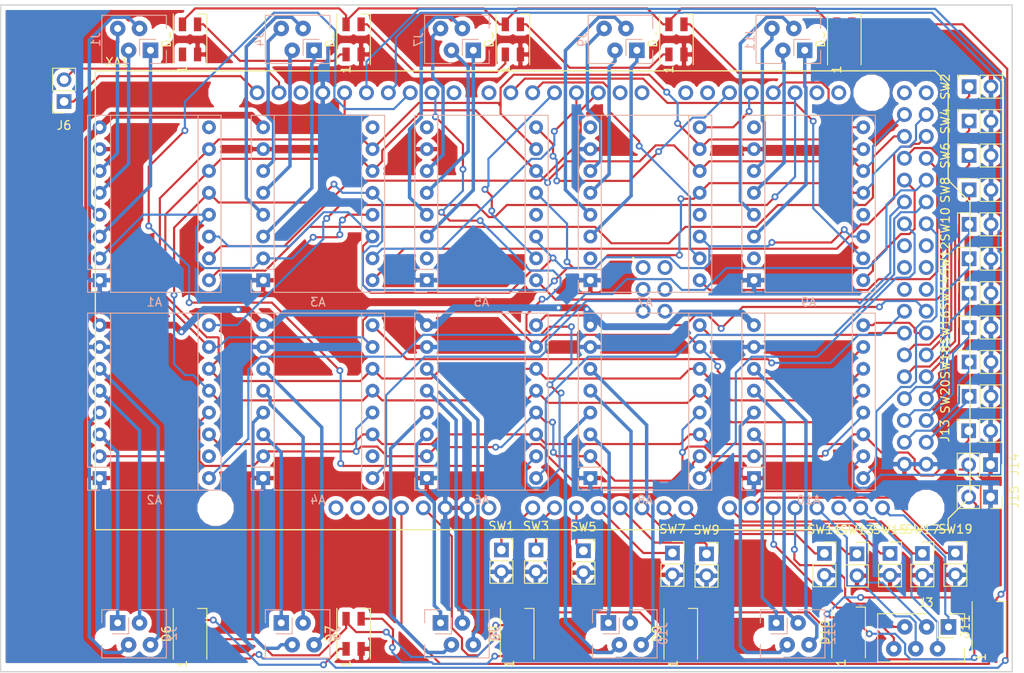
<source format=kicad_pcb>
(kicad_pcb (version 20171130) (host pcbnew 5.0.2-bee76a0~70~ubuntu18.04.1)
  (layers (0 F.Cu signal) (31 B.Cu signal) (34 B.Paste user) (35 F.Paste user) (36 B.SilkS user) (37 F.SilkS user) (38 B.Mask user) (39 F.Mask user) (44 Edge.Cuts user))
  (net 0 "")
  (net 1 /DIR_M0)
  (net 2 +12V)
  (net 3 /STEP_M0)
  (net 4 GND)
  (net 5 /SLEEP)
  (net 6 "Net-(A1-Pad6)")
  (net 7 +5V)
  (net 8 "Net-(A1-Pad5)")
  (net 9 /MS3)
  (net 10 "Net-(A1-Pad4)")
  (net 11 /MS2)
  (net 12 "Net-(A1-Pad3)")
  (net 13 /MS1)
  (net 14 /ENABLE_M0)
  (net 15 /ENABLE_M5)
  (net 16 "Net-(A2-Pad3)")
  (net 17 "Net-(A2-Pad4)")
  (net 18 "Net-(A2-Pad5)")
  (net 19 "Net-(A2-Pad6)")
  (net 20 /STEP_M5)
  (net 21 /DIR_M5)
  (net 22 /DIR_M1)
  (net 23 /STEP_M1)
  (net 24 "Net-(A3-Pad6)")
  (net 25 "Net-(A3-Pad5)")
  (net 26 "Net-(A3-Pad4)")
  (net 27 "Net-(A3-Pad3)")
  (net 28 /ENABLE_M1)
  (net 29 /ENABLE_M6)
  (net 30 "Net-(A4-Pad3)")
  (net 31 "Net-(A4-Pad4)")
  (net 32 "Net-(A4-Pad5)")
  (net 33 "Net-(A4-Pad6)")
  (net 34 /STEP_M6)
  (net 35 /DIR_M6)
  (net 36 /ENABLE_M2)
  (net 37 "Net-(A5-Pad3)")
  (net 38 "Net-(A5-Pad4)")
  (net 39 "Net-(A5-Pad5)")
  (net 40 "Net-(A5-Pad6)")
  (net 41 /STEP_M2)
  (net 42 /DIR_M2)
  (net 43 /DIR_M7)
  (net 44 /STEP_M7)
  (net 45 "Net-(A6-Pad6)")
  (net 46 "Net-(A6-Pad5)")
  (net 47 "Net-(A6-Pad4)")
  (net 48 "Net-(A6-Pad3)")
  (net 49 /ENABLE_M7)
  (net 50 /DIR_M3)
  (net 51 /STEP_M3)
  (net 52 "Net-(A7-Pad6)")
  (net 53 "Net-(A7-Pad5)")
  (net 54 "Net-(A7-Pad4)")
  (net 55 "Net-(A7-Pad3)")
  (net 56 /ENABLE_M3)
  (net 57 /ENABLE_M8)
  (net 58 "Net-(A8-Pad3)")
  (net 59 "Net-(A8-Pad4)")
  (net 60 "Net-(A8-Pad5)")
  (net 61 "Net-(A8-Pad6)")
  (net 62 /STEP_M8)
  (net 63 /DIR_M8)
  (net 64 /DIR_M4)
  (net 65 /STEP_M4)
  (net 66 "Net-(A9-Pad6)")
  (net 67 "Net-(A9-Pad5)")
  (net 68 "Net-(A9-Pad4)")
  (net 69 "Net-(A9-Pad3)")
  (net 70 /ENABLE_M4)
  (net 71 /ENABLE_M9)
  (net 72 "Net-(A10-Pad3)")
  (net 73 "Net-(A10-Pad4)")
  (net 74 "Net-(A10-Pad5)")
  (net 75 "Net-(A10-Pad6)")
  (net 76 /STEP_M9)
  (net 77 /DIR_M9)
  (net 78 "Net-(D1-Pad3)")
  (net 79 "Net-(D1-Pad1)")
  (net 80 "Net-(D2-Pad3)")
  (net 81 "Net-(D3-Pad3)")
  (net 82 "Net-(D4-Pad3)")
  (net 83 "Net-(D5-Pad3)")
  (net 84 "Net-(D6-Pad3)")
  (net 85 "Net-(D7-Pad3)")
  (net 86 "Net-(D8-Pad3)")
  (net 87 "Net-(D10-Pad1)")
  (net 88 "Net-(D10-Pad3)")
  (net 89 /NEOPIXEL)
  (net 90 "Net-(J3-Pad6)")
  (net 91 "Net-(J3-Pad5)")
  (net 92 "Net-(J3-Pad1)")
  (net 93 "Net-(J3-Pad2)")
  (net 94 "Net-(J3-Pad3)")
  (net 95 "Net-(J3-Pad4)")
  (net 96 "Net-(J6-Pad1)")
  (net 97 "Net-(J6-Pad2)")
  (net 98 /3.3V)
  (net 99 /5V)
  (net 100 /PULL_M0)
  (net 101 /RELEASE_M0)
  (net 102 /PULL_M1)
  (net 103 /RELEASE_M1)
  (net 104 /PULL_M2)
  (net 105 /RELEASE_M2)
  (net 106 /PULL_M3)
  (net 107 /RELEASE_M3)
  (net 108 /PULL_M4)
  (net 109 /RELEASE_M4)
  (net 110 /PULL_M5)
  (net 111 /RELEASE_M5)
  (net 112 /PULL_M6)
  (net 113 /RELEASE_M6)
  (net 114 /PULL_M7)
  (net 115 /RELEASE_M7)
  (net 116 /PULL_M8)
  (net 117 /RELEASE_M8)
  (net 118 /PULL_M9)
  (net 119 /RELEASE_M9)
  (net 120 "Net-(XA1-PadRST2)")
  (net 121 "Net-(XA1-PadGND4)")
  (net 122 "Net-(XA1-PadMOSI)")
  (net 123 "Net-(XA1-PadSCK)")
  (net 124 "Net-(XA1-Pad5V2)")
  (net 125 "Net-(XA1-PadRST1)")
  (net 126 "Net-(XA1-PadIORF)")
  (net 127 "Net-(XA1-PadD21)")
  (net 128 "Net-(XA1-PadD20)")
  (net 129 "Net-(XA1-PadD0)")
  (net 130 "Net-(XA1-PadD1)")
  (net 131 "Net-(XA1-PadAREF)")
  (net 132 "Net-(XA1-Pad5V3)")
  (net 133 "Net-(XA1-Pad5V4)")
  (net 134 "Net-(XA1-PadMISO)")
  (net 135 "Net-(XA1-PadD34)")
  (net 136 "Net-(XA1-PadD35)")
  (net 137 "Net-(XA1-PadD36)")
  (net 138 "Net-(XA1-PadD37)")
  (net 139 "Net-(XA1-PadD38)")
  (net 140 "Net-(XA1-PadD39)")
  (module Module:Pololu_Breakout-16_15.2x20.3mm (layer B.Cu) (at 99 84.5)
    (fp_text reference A1 (at 6.35 2.54) (layer B.SilkS) (effects (justify mirror)))
    (fp_text value Pololu_Breakout_A4988)
    (pad 16 thru_hole oval (at 12.7 0) (size 1.6 1.6) (drill 0.8) (layers *.Cu *.Mask) (net 1 /DIR_M0))
    (pad 8 thru_hole oval (at 0 -17.78) (size 1.6 1.6) (drill 0.8) (layers *.Cu *.Mask) (net 2 +12V))
    (pad 15 thru_hole oval (at 12.7 -2.54) (size 1.6 1.6) (drill 0.8) (layers *.Cu *.Mask) (net 3 /STEP_M0))
    (pad 7 thru_hole oval (at 0 -15.24) (size 1.6 1.6) (drill 0.8) (layers *.Cu *.Mask) (net 4 GND))
    (pad 14 thru_hole oval (at 12.7 -5.08) (size 1.6 1.6) (drill 0.8) (layers *.Cu *.Mask) (net 5 /SLEEP))
    (pad 6 thru_hole oval (at 0 -12.7) (size 1.6 1.6) (drill 0.8) (layers *.Cu *.Mask) (net 6 "Net-(A1-Pad6)"))
    (pad 13 thru_hole oval (at 12.7 -7.62) (size 1.6 1.6) (drill 0.8) (layers *.Cu *.Mask) (net 7 +5V))
    (pad 5 thru_hole oval (at 0 -10.16) (size 1.6 1.6) (drill 0.8) (layers *.Cu *.Mask) (net 8 "Net-(A1-Pad5)"))
    (pad 12 thru_hole oval (at 12.7 -10.16) (size 1.6 1.6) (drill 0.8) (layers *.Cu *.Mask) (net 9 /MS3))
    (pad 4 thru_hole oval (at 0 -7.62) (size 1.6 1.6) (drill 0.8) (layers *.Cu *.Mask) (net 10 "Net-(A1-Pad4)"))
    (pad 11 thru_hole oval (at 12.7 -12.7) (size 1.6 1.6) (drill 0.8) (layers *.Cu *.Mask) (net 11 /MS2))
    (pad 3 thru_hole oval (at 0 -5.08) (size 1.6 1.6) (drill 0.8) (layers *.Cu *.Mask) (net 12 "Net-(A1-Pad3)"))
    (pad 10 thru_hole oval (at 12.7 -15.24) (size 1.6 1.6) (drill 0.8) (layers *.Cu *.Mask) (net 13 /MS1))
    (pad 2 thru_hole oval (at 0 -2.54) (size 1.6 1.6) (drill 0.8) (layers *.Cu *.Mask) (net 7 +5V))
    (pad 9 thru_hole oval (at 12.7 -17.78) (size 1.6 1.6) (drill 0.8) (layers *.Cu *.Mask) (net 14 /ENABLE_M0))
    (pad 1 thru_hole rect (at 0 0) (size 1.6 1.6) (drill 0.8) (layers *.Cu *.Mask) (net 4 GND))
  )
  (module Module:Pololu_Breakout-16_15.2x20.3mm (layer B.Cu) (at 99 107.5)
    (fp_text reference A2 (at 6.35 2.54) (layer B.SilkS) (effects (justify mirror)))
    (fp_text value Pololu_Breakout_A4988)
    (pad 1 thru_hole rect (at 0 0) (size 1.6 1.6) (drill 0.8) (layers *.Cu *.Mask) (net 4 GND))
    (pad 9 thru_hole oval (at 12.7 -17.78) (size 1.6 1.6) (drill 0.8) (layers *.Cu *.Mask) (net 15 /ENABLE_M5))
    (pad 2 thru_hole oval (at 0 -2.54) (size 1.6 1.6) (drill 0.8) (layers *.Cu *.Mask) (net 7 +5V))
    (pad 10 thru_hole oval (at 12.7 -15.24) (size 1.6 1.6) (drill 0.8) (layers *.Cu *.Mask) (net 13 /MS1))
    (pad 3 thru_hole oval (at 0 -5.08) (size 1.6 1.6) (drill 0.8) (layers *.Cu *.Mask) (net 16 "Net-(A2-Pad3)"))
    (pad 11 thru_hole oval (at 12.7 -12.7) (size 1.6 1.6) (drill 0.8) (layers *.Cu *.Mask) (net 11 /MS2))
    (pad 4 thru_hole oval (at 0 -7.62) (size 1.6 1.6) (drill 0.8) (layers *.Cu *.Mask) (net 17 "Net-(A2-Pad4)"))
    (pad 12 thru_hole oval (at 12.7 -10.16) (size 1.6 1.6) (drill 0.8) (layers *.Cu *.Mask) (net 9 /MS3))
    (pad 5 thru_hole oval (at 0 -10.16) (size 1.6 1.6) (drill 0.8) (layers *.Cu *.Mask) (net 18 "Net-(A2-Pad5)"))
    (pad 13 thru_hole oval (at 12.7 -7.62) (size 1.6 1.6) (drill 0.8) (layers *.Cu *.Mask) (net 7 +5V))
    (pad 6 thru_hole oval (at 0 -12.7) (size 1.6 1.6) (drill 0.8) (layers *.Cu *.Mask) (net 19 "Net-(A2-Pad6)"))
    (pad 14 thru_hole oval (at 12.7 -5.08) (size 1.6 1.6) (drill 0.8) (layers *.Cu *.Mask) (net 5 /SLEEP))
    (pad 7 thru_hole oval (at 0 -15.24) (size 1.6 1.6) (drill 0.8) (layers *.Cu *.Mask) (net 4 GND))
    (pad 15 thru_hole oval (at 12.7 -2.54) (size 1.6 1.6) (drill 0.8) (layers *.Cu *.Mask) (net 20 /STEP_M5))
    (pad 8 thru_hole oval (at 0 -17.78) (size 1.6 1.6) (drill 0.8) (layers *.Cu *.Mask) (net 2 +12V))
    (pad 16 thru_hole oval (at 12.7 0) (size 1.6 1.6) (drill 0.8) (layers *.Cu *.Mask) (net 21 /DIR_M5))
  )
  (module Module:Pololu_Breakout-16_15.2x20.3mm (layer B.Cu) (at 118 84.5)
    (fp_text reference A3 (at 6.35 2.54) (layer B.SilkS) (effects (justify mirror)))
    (fp_text value Pololu_Breakout_A4988)
    (pad 16 thru_hole oval (at 12.7 0) (size 1.6 1.6) (drill 0.8) (layers *.Cu *.Mask) (net 22 /DIR_M1))
    (pad 8 thru_hole oval (at 0 -17.78) (size 1.6 1.6) (drill 0.8) (layers *.Cu *.Mask) (net 2 +12V))
    (pad 15 thru_hole oval (at 12.7 -2.54) (size 1.6 1.6) (drill 0.8) (layers *.Cu *.Mask) (net 23 /STEP_M1))
    (pad 7 thru_hole oval (at 0 -15.24) (size 1.6 1.6) (drill 0.8) (layers *.Cu *.Mask) (net 4 GND))
    (pad 14 thru_hole oval (at 12.7 -5.08) (size 1.6 1.6) (drill 0.8) (layers *.Cu *.Mask) (net 5 /SLEEP))
    (pad 6 thru_hole oval (at 0 -12.7) (size 1.6 1.6) (drill 0.8) (layers *.Cu *.Mask) (net 24 "Net-(A3-Pad6)"))
    (pad 13 thru_hole oval (at 12.7 -7.62) (size 1.6 1.6) (drill 0.8) (layers *.Cu *.Mask) (net 7 +5V))
    (pad 5 thru_hole oval (at 0 -10.16) (size 1.6 1.6) (drill 0.8) (layers *.Cu *.Mask) (net 25 "Net-(A3-Pad5)"))
    (pad 12 thru_hole oval (at 12.7 -10.16) (size 1.6 1.6) (drill 0.8) (layers *.Cu *.Mask) (net 9 /MS3))
    (pad 4 thru_hole oval (at 0 -7.62) (size 1.6 1.6) (drill 0.8) (layers *.Cu *.Mask) (net 26 "Net-(A3-Pad4)"))
    (pad 11 thru_hole oval (at 12.7 -12.7) (size 1.6 1.6) (drill 0.8) (layers *.Cu *.Mask) (net 11 /MS2))
    (pad 3 thru_hole oval (at 0 -5.08) (size 1.6 1.6) (drill 0.8) (layers *.Cu *.Mask) (net 27 "Net-(A3-Pad3)"))
    (pad 10 thru_hole oval (at 12.7 -15.24) (size 1.6 1.6) (drill 0.8) (layers *.Cu *.Mask) (net 13 /MS1))
    (pad 2 thru_hole oval (at 0 -2.54) (size 1.6 1.6) (drill 0.8) (layers *.Cu *.Mask) (net 7 +5V))
    (pad 9 thru_hole oval (at 12.7 -17.78) (size 1.6 1.6) (drill 0.8) (layers *.Cu *.Mask) (net 28 /ENABLE_M1))
    (pad 1 thru_hole rect (at 0 0) (size 1.6 1.6) (drill 0.8) (layers *.Cu *.Mask) (net 4 GND))
  )
  (module Module:Pololu_Breakout-16_15.2x20.3mm (layer B.Cu) (at 118 107.5)
    (fp_text reference A4 (at 6.35 2.54) (layer B.SilkS) (effects (justify mirror)))
    (fp_text value Pololu_Breakout_A4988)
    (pad 1 thru_hole rect (at 0 0) (size 1.6 1.6) (drill 0.8) (layers *.Cu *.Mask) (net 4 GND))
    (pad 9 thru_hole oval (at 12.7 -17.78) (size 1.6 1.6) (drill 0.8) (layers *.Cu *.Mask) (net 29 /ENABLE_M6))
    (pad 2 thru_hole oval (at 0 -2.54) (size 1.6 1.6) (drill 0.8) (layers *.Cu *.Mask) (net 7 +5V))
    (pad 10 thru_hole oval (at 12.7 -15.24) (size 1.6 1.6) (drill 0.8) (layers *.Cu *.Mask) (net 13 /MS1))
    (pad 3 thru_hole oval (at 0 -5.08) (size 1.6 1.6) (drill 0.8) (layers *.Cu *.Mask) (net 30 "Net-(A4-Pad3)"))
    (pad 11 thru_hole oval (at 12.7 -12.7) (size 1.6 1.6) (drill 0.8) (layers *.Cu *.Mask) (net 11 /MS2))
    (pad 4 thru_hole oval (at 0 -7.62) (size 1.6 1.6) (drill 0.8) (layers *.Cu *.Mask) (net 31 "Net-(A4-Pad4)"))
    (pad 12 thru_hole oval (at 12.7 -10.16) (size 1.6 1.6) (drill 0.8) (layers *.Cu *.Mask) (net 9 /MS3))
    (pad 5 thru_hole oval (at 0 -10.16) (size 1.6 1.6) (drill 0.8) (layers *.Cu *.Mask) (net 32 "Net-(A4-Pad5)"))
    (pad 13 thru_hole oval (at 12.7 -7.62) (size 1.6 1.6) (drill 0.8) (layers *.Cu *.Mask) (net 7 +5V))
    (pad 6 thru_hole oval (at 0 -12.7) (size 1.6 1.6) (drill 0.8) (layers *.Cu *.Mask) (net 33 "Net-(A4-Pad6)"))
    (pad 14 thru_hole oval (at 12.7 -5.08) (size 1.6 1.6) (drill 0.8) (layers *.Cu *.Mask) (net 5 /SLEEP))
    (pad 7 thru_hole oval (at 0 -15.24) (size 1.6 1.6) (drill 0.8) (layers *.Cu *.Mask) (net 4 GND))
    (pad 15 thru_hole oval (at 12.7 -2.54) (size 1.6 1.6) (drill 0.8) (layers *.Cu *.Mask) (net 34 /STEP_M6))
    (pad 8 thru_hole oval (at 0 -17.78) (size 1.6 1.6) (drill 0.8) (layers *.Cu *.Mask) (net 2 +12V))
    (pad 16 thru_hole oval (at 12.7 0) (size 1.6 1.6) (drill 0.8) (layers *.Cu *.Mask) (net 35 /DIR_M6))
  )
  (module Module:Pololu_Breakout-16_15.2x20.3mm (layer B.Cu) (at 137 84.5)
    (fp_text reference A5 (at 6.35 2.54) (layer B.SilkS) (effects (justify mirror)))
    (fp_text value Pololu_Breakout_A4988)
    (pad 1 thru_hole rect (at 0 0) (size 1.6 1.6) (drill 0.8) (layers *.Cu *.Mask) (net 4 GND))
    (pad 9 thru_hole oval (at 12.7 -17.78) (size 1.6 1.6) (drill 0.8) (layers *.Cu *.Mask) (net 36 /ENABLE_M2))
    (pad 2 thru_hole oval (at 0 -2.54) (size 1.6 1.6) (drill 0.8) (layers *.Cu *.Mask) (net 7 +5V))
    (pad 10 thru_hole oval (at 12.7 -15.24) (size 1.6 1.6) (drill 0.8) (layers *.Cu *.Mask) (net 13 /MS1))
    (pad 3 thru_hole oval (at 0 -5.08) (size 1.6 1.6) (drill 0.8) (layers *.Cu *.Mask) (net 37 "Net-(A5-Pad3)"))
    (pad 11 thru_hole oval (at 12.7 -12.7) (size 1.6 1.6) (drill 0.8) (layers *.Cu *.Mask) (net 11 /MS2))
    (pad 4 thru_hole oval (at 0 -7.62) (size 1.6 1.6) (drill 0.8) (layers *.Cu *.Mask) (net 38 "Net-(A5-Pad4)"))
    (pad 12 thru_hole oval (at 12.7 -10.16) (size 1.6 1.6) (drill 0.8) (layers *.Cu *.Mask) (net 9 /MS3))
    (pad 5 thru_hole oval (at 0 -10.16) (size 1.6 1.6) (drill 0.8) (layers *.Cu *.Mask) (net 39 "Net-(A5-Pad5)"))
    (pad 13 thru_hole oval (at 12.7 -7.62) (size 1.6 1.6) (drill 0.8) (layers *.Cu *.Mask) (net 7 +5V))
    (pad 6 thru_hole oval (at 0 -12.7) (size 1.6 1.6) (drill 0.8) (layers *.Cu *.Mask) (net 40 "Net-(A5-Pad6)"))
    (pad 14 thru_hole oval (at 12.7 -5.08) (size 1.6 1.6) (drill 0.8) (layers *.Cu *.Mask) (net 5 /SLEEP))
    (pad 7 thru_hole oval (at 0 -15.24) (size 1.6 1.6) (drill 0.8) (layers *.Cu *.Mask) (net 4 GND))
    (pad 15 thru_hole oval (at 12.7 -2.54) (size 1.6 1.6) (drill 0.8) (layers *.Cu *.Mask) (net 41 /STEP_M2))
    (pad 8 thru_hole oval (at 0 -17.78) (size 1.6 1.6) (drill 0.8) (layers *.Cu *.Mask) (net 2 +12V))
    (pad 16 thru_hole oval (at 12.7 0) (size 1.6 1.6) (drill 0.8) (layers *.Cu *.Mask) (net 42 /DIR_M2))
  )
  (module Module:Pololu_Breakout-16_15.2x20.3mm (layer B.Cu) (at 137 107.5)
    (fp_text reference A6 (at 6.35 2.54) (layer B.SilkS) (effects (justify mirror)))
    (fp_text value Pololu_Breakout_A4988)
    (pad 16 thru_hole oval (at 12.7 0) (size 1.6 1.6) (drill 0.8) (layers *.Cu *.Mask) (net 43 /DIR_M7))
    (pad 8 thru_hole oval (at 0 -17.78) (size 1.6 1.6) (drill 0.8) (layers *.Cu *.Mask) (net 2 +12V))
    (pad 15 thru_hole oval (at 12.7 -2.54) (size 1.6 1.6) (drill 0.8) (layers *.Cu *.Mask) (net 44 /STEP_M7))
    (pad 7 thru_hole oval (at 0 -15.24) (size 1.6 1.6) (drill 0.8) (layers *.Cu *.Mask) (net 4 GND))
    (pad 14 thru_hole oval (at 12.7 -5.08) (size 1.6 1.6) (drill 0.8) (layers *.Cu *.Mask) (net 5 /SLEEP))
    (pad 6 thru_hole oval (at 0 -12.7) (size 1.6 1.6) (drill 0.8) (layers *.Cu *.Mask) (net 45 "Net-(A6-Pad6)"))
    (pad 13 thru_hole oval (at 12.7 -7.62) (size 1.6 1.6) (drill 0.8) (layers *.Cu *.Mask) (net 7 +5V))
    (pad 5 thru_hole oval (at 0 -10.16) (size 1.6 1.6) (drill 0.8) (layers *.Cu *.Mask) (net 46 "Net-(A6-Pad5)"))
    (pad 12 thru_hole oval (at 12.7 -10.16) (size 1.6 1.6) (drill 0.8) (layers *.Cu *.Mask) (net 9 /MS3))
    (pad 4 thru_hole oval (at 0 -7.62) (size 1.6 1.6) (drill 0.8) (layers *.Cu *.Mask) (net 47 "Net-(A6-Pad4)"))
    (pad 11 thru_hole oval (at 12.7 -12.7) (size 1.6 1.6) (drill 0.8) (layers *.Cu *.Mask) (net 11 /MS2))
    (pad 3 thru_hole oval (at 0 -5.08) (size 1.6 1.6) (drill 0.8) (layers *.Cu *.Mask) (net 48 "Net-(A6-Pad3)"))
    (pad 10 thru_hole oval (at 12.7 -15.24) (size 1.6 1.6) (drill 0.8) (layers *.Cu *.Mask) (net 13 /MS1))
    (pad 2 thru_hole oval (at 0 -2.54) (size 1.6 1.6) (drill 0.8) (layers *.Cu *.Mask) (net 7 +5V))
    (pad 9 thru_hole oval (at 12.7 -17.78) (size 1.6 1.6) (drill 0.8) (layers *.Cu *.Mask) (net 49 /ENABLE_M7))
    (pad 1 thru_hole rect (at 0 0) (size 1.6 1.6) (drill 0.8) (layers *.Cu *.Mask) (net 4 GND))
  )
  (module Module:Pololu_Breakout-16_15.2x20.3mm (layer B.Cu) (at 156 84.5)
    (fp_text reference A7 (at 6.35 2.54) (layer B.SilkS) (effects (justify mirror)))
    (fp_text value Pololu_Breakout_A4988)
    (pad 16 thru_hole oval (at 12.7 0) (size 1.6 1.6) (drill 0.8) (layers *.Cu *.Mask) (net 50 /DIR_M3))
    (pad 8 thru_hole oval (at 0 -17.78) (size 1.6 1.6) (drill 0.8) (layers *.Cu *.Mask) (net 2 +12V))
    (pad 15 thru_hole oval (at 12.7 -2.54) (size 1.6 1.6) (drill 0.8) (layers *.Cu *.Mask) (net 51 /STEP_M3))
    (pad 7 thru_hole oval (at 0 -15.24) (size 1.6 1.6) (drill 0.8) (layers *.Cu *.Mask) (net 4 GND))
    (pad 14 thru_hole oval (at 12.7 -5.08) (size 1.6 1.6) (drill 0.8) (layers *.Cu *.Mask) (net 5 /SLEEP))
    (pad 6 thru_hole oval (at 0 -12.7) (size 1.6 1.6) (drill 0.8) (layers *.Cu *.Mask) (net 52 "Net-(A7-Pad6)"))
    (pad 13 thru_hole oval (at 12.7 -7.62) (size 1.6 1.6) (drill 0.8) (layers *.Cu *.Mask) (net 7 +5V))
    (pad 5 thru_hole oval (at 0 -10.16) (size 1.6 1.6) (drill 0.8) (layers *.Cu *.Mask) (net 53 "Net-(A7-Pad5)"))
    (pad 12 thru_hole oval (at 12.7 -10.16) (size 1.6 1.6) (drill 0.8) (layers *.Cu *.Mask) (net 9 /MS3))
    (pad 4 thru_hole oval (at 0 -7.62) (size 1.6 1.6) (drill 0.8) (layers *.Cu *.Mask) (net 54 "Net-(A7-Pad4)"))
    (pad 11 thru_hole oval (at 12.7 -12.7) (size 1.6 1.6) (drill 0.8) (layers *.Cu *.Mask) (net 11 /MS2))
    (pad 3 thru_hole oval (at 0 -5.08) (size 1.6 1.6) (drill 0.8) (layers *.Cu *.Mask) (net 55 "Net-(A7-Pad3)"))
    (pad 10 thru_hole oval (at 12.7 -15.24) (size 1.6 1.6) (drill 0.8) (layers *.Cu *.Mask) (net 13 /MS1))
    (pad 2 thru_hole oval (at 0 -2.54) (size 1.6 1.6) (drill 0.8) (layers *.Cu *.Mask) (net 7 +5V))
    (pad 9 thru_hole oval (at 12.7 -17.78) (size 1.6 1.6) (drill 0.8) (layers *.Cu *.Mask) (net 56 /ENABLE_M3))
    (pad 1 thru_hole rect (at 0 0) (size 1.6 1.6) (drill 0.8) (layers *.Cu *.Mask) (net 4 GND))
  )
  (module Module:Pololu_Breakout-16_15.2x20.3mm (layer B.Cu) (at 156 107.5)
    (fp_text reference A8 (at 6.35 2.54) (layer B.SilkS) (effects (justify mirror)))
    (fp_text value Pololu_Breakout_A4988)
    (pad 1 thru_hole rect (at 0 0) (size 1.6 1.6) (drill 0.8) (layers *.Cu *.Mask) (net 4 GND))
    (pad 9 thru_hole oval (at 12.7 -17.78) (size 1.6 1.6) (drill 0.8) (layers *.Cu *.Mask) (net 57 /ENABLE_M8))
    (pad 2 thru_hole oval (at 0 -2.54) (size 1.6 1.6) (drill 0.8) (layers *.Cu *.Mask) (net 7 +5V))
    (pad 10 thru_hole oval (at 12.7 -15.24) (size 1.6 1.6) (drill 0.8) (layers *.Cu *.Mask) (net 13 /MS1))
    (pad 3 thru_hole oval (at 0 -5.08) (size 1.6 1.6) (drill 0.8) (layers *.Cu *.Mask) (net 58 "Net-(A8-Pad3)"))
    (pad 11 thru_hole oval (at 12.7 -12.7) (size 1.6 1.6) (drill 0.8) (layers *.Cu *.Mask) (net 11 /MS2))
    (pad 4 thru_hole oval (at 0 -7.62) (size 1.6 1.6) (drill 0.8) (layers *.Cu *.Mask) (net 59 "Net-(A8-Pad4)"))
    (pad 12 thru_hole oval (at 12.7 -10.16) (size 1.6 1.6) (drill 0.8) (layers *.Cu *.Mask) (net 9 /MS3))
    (pad 5 thru_hole oval (at 0 -10.16) (size 1.6 1.6) (drill 0.8) (layers *.Cu *.Mask) (net 60 "Net-(A8-Pad5)"))
    (pad 13 thru_hole oval (at 12.7 -7.62) (size 1.6 1.6) (drill 0.8) (layers *.Cu *.Mask) (net 7 +5V))
    (pad 6 thru_hole oval (at 0 -12.7) (size 1.6 1.6) (drill 0.8) (layers *.Cu *.Mask) (net 61 "Net-(A8-Pad6)"))
    (pad 14 thru_hole oval (at 12.7 -5.08) (size 1.6 1.6) (drill 0.8) (layers *.Cu *.Mask) (net 5 /SLEEP))
    (pad 7 thru_hole oval (at 0 -15.24) (size 1.6 1.6) (drill 0.8) (layers *.Cu *.Mask) (net 4 GND))
    (pad 15 thru_hole oval (at 12.7 -2.54) (size 1.6 1.6) (drill 0.8) (layers *.Cu *.Mask) (net 62 /STEP_M8))
    (pad 8 thru_hole oval (at 0 -17.78) (size 1.6 1.6) (drill 0.8) (layers *.Cu *.Mask) (net 2 +12V))
    (pad 16 thru_hole oval (at 12.7 0) (size 1.6 1.6) (drill 0.8) (layers *.Cu *.Mask) (net 63 /DIR_M8))
  )
  (module Module:Pololu_Breakout-16_15.2x20.3mm (layer B.Cu) (at 175 84.5)
    (fp_text reference A9 (at 6.35 2.54) (layer B.SilkS) (effects (justify mirror)))
    (fp_text value Pololu_Breakout_A4988)
    (pad 16 thru_hole oval (at 12.7 0) (size 1.6 1.6) (drill 0.8) (layers *.Cu *.Mask) (net 64 /DIR_M4))
    (pad 8 thru_hole oval (at 0 -17.78) (size 1.6 1.6) (drill 0.8) (layers *.Cu *.Mask) (net 2 +12V))
    (pad 15 thru_hole oval (at 12.7 -2.54) (size 1.6 1.6) (drill 0.8) (layers *.Cu *.Mask) (net 65 /STEP_M4))
    (pad 7 thru_hole oval (at 0 -15.24) (size 1.6 1.6) (drill 0.8) (layers *.Cu *.Mask) (net 4 GND))
    (pad 14 thru_hole oval (at 12.7 -5.08) (size 1.6 1.6) (drill 0.8) (layers *.Cu *.Mask) (net 5 /SLEEP))
    (pad 6 thru_hole oval (at 0 -12.7) (size 1.6 1.6) (drill 0.8) (layers *.Cu *.Mask) (net 66 "Net-(A9-Pad6)"))
    (pad 13 thru_hole oval (at 12.7 -7.62) (size 1.6 1.6) (drill 0.8) (layers *.Cu *.Mask) (net 7 +5V))
    (pad 5 thru_hole oval (at 0 -10.16) (size 1.6 1.6) (drill 0.8) (layers *.Cu *.Mask) (net 67 "Net-(A9-Pad5)"))
    (pad 12 thru_hole oval (at 12.7 -10.16) (size 1.6 1.6) (drill 0.8) (layers *.Cu *.Mask) (net 9 /MS3))
    (pad 4 thru_hole oval (at 0 -7.62) (size 1.6 1.6) (drill 0.8) (layers *.Cu *.Mask) (net 68 "Net-(A9-Pad4)"))
    (pad 11 thru_hole oval (at 12.7 -12.7) (size 1.6 1.6) (drill 0.8) (layers *.Cu *.Mask) (net 11 /MS2))
    (pad 3 thru_hole oval (at 0 -5.08) (size 1.6 1.6) (drill 0.8) (layers *.Cu *.Mask) (net 69 "Net-(A9-Pad3)"))
    (pad 10 thru_hole oval (at 12.7 -15.24) (size 1.6 1.6) (drill 0.8) (layers *.Cu *.Mask) (net 13 /MS1))
    (pad 2 thru_hole oval (at 0 -2.54) (size 1.6 1.6) (drill 0.8) (layers *.Cu *.Mask) (net 7 +5V))
    (pad 9 thru_hole oval (at 12.7 -17.78) (size 1.6 1.6) (drill 0.8) (layers *.Cu *.Mask) (net 70 /ENABLE_M4))
    (pad 1 thru_hole rect (at 0 0) (size 1.6 1.6) (drill 0.8) (layers *.Cu *.Mask) (net 4 GND))
  )
  (module Module:Pololu_Breakout-16_15.2x20.3mm (layer B.Cu) (at 175 107.5)
    (fp_text reference A10 (at 6.35 2.54) (layer B.SilkS) (effects (justify mirror)))
    (fp_text value Pololu_Breakout_A4988)
    (pad 1 thru_hole rect (at 0 0) (size 1.6 1.6) (drill 0.8) (layers *.Cu *.Mask) (net 4 GND))
    (pad 9 thru_hole oval (at 12.7 -17.78) (size 1.6 1.6) (drill 0.8) (layers *.Cu *.Mask) (net 71 /ENABLE_M9))
    (pad 2 thru_hole oval (at 0 -2.54) (size 1.6 1.6) (drill 0.8) (layers *.Cu *.Mask) (net 7 +5V))
    (pad 10 thru_hole oval (at 12.7 -15.24) (size 1.6 1.6) (drill 0.8) (layers *.Cu *.Mask) (net 13 /MS1))
    (pad 3 thru_hole oval (at 0 -5.08) (size 1.6 1.6) (drill 0.8) (layers *.Cu *.Mask) (net 72 "Net-(A10-Pad3)"))
    (pad 11 thru_hole oval (at 12.7 -12.7) (size 1.6 1.6) (drill 0.8) (layers *.Cu *.Mask) (net 11 /MS2))
    (pad 4 thru_hole oval (at 0 -7.62) (size 1.6 1.6) (drill 0.8) (layers *.Cu *.Mask) (net 73 "Net-(A10-Pad4)"))
    (pad 12 thru_hole oval (at 12.7 -10.16) (size 1.6 1.6) (drill 0.8) (layers *.Cu *.Mask) (net 9 /MS3))
    (pad 5 thru_hole oval (at 0 -10.16) (size 1.6 1.6) (drill 0.8) (layers *.Cu *.Mask) (net 74 "Net-(A10-Pad5)"))
    (pad 13 thru_hole oval (at 12.7 -7.62) (size 1.6 1.6) (drill 0.8) (layers *.Cu *.Mask) (net 7 +5V))
    (pad 6 thru_hole oval (at 0 -12.7) (size 1.6 1.6) (drill 0.8) (layers *.Cu *.Mask) (net 75 "Net-(A10-Pad6)"))
    (pad 14 thru_hole oval (at 12.7 -5.08) (size 1.6 1.6) (drill 0.8) (layers *.Cu *.Mask) (net 5 /SLEEP))
    (pad 7 thru_hole oval (at 0 -15.24) (size 1.6 1.6) (drill 0.8) (layers *.Cu *.Mask) (net 4 GND))
    (pad 15 thru_hole oval (at 12.7 -2.54) (size 1.6 1.6) (drill 0.8) (layers *.Cu *.Mask) (net 76 /STEP_M9))
    (pad 8 thru_hole oval (at 0 -17.78) (size 1.6 1.6) (drill 0.8) (layers *.Cu *.Mask) (net 2 +12V))
    (pad 16 thru_hole oval (at 12.7 0) (size 1.6 1.6) (drill 0.8) (layers *.Cu *.Mask) (net 77 /DIR_M9))
  )
  (module LED_SMD:LED_SK6812MINI_PLCC4_3.5x3.5mm_P1.75mm (layer F.Cu) (at 109.5 56.5 90)
    (fp_text reference D1 (at 0 -2.75 90) (layer F.SilkS))
    (fp_text value SK6812MINI)
    (fp_text user 1 (at -3.5 -0.875 90) (layer F.SilkS))
    (pad 3 smd rect (at 1.75 0.875 90) (size 1.6 0.85) (layers F.Cu F.Paste F.Mask) (net 78 "Net-(D1-Pad3)"))
    (pad 4 smd rect (at 1.75 -0.875 90) (size 1.6 0.85) (layers F.Cu F.Paste F.Mask) (net 7 +5V))
    (pad 2 smd rect (at -1.75 0.875 90) (size 1.6 0.85) (layers F.Cu F.Paste F.Mask) (net 4 GND))
    (pad 1 smd rect (at -1.75 -0.875 90) (size 1.6 0.85) (layers F.Cu F.Paste F.Mask) (net 79 "Net-(D1-Pad1)"))
  )
  (module LED_SMD:LED_SK6812MINI_PLCC4_3.5x3.5mm_P1.75mm (layer F.Cu) (at 128.5 56.5 90)
    (fp_text reference D2 (at 0 -2.75 90) (layer F.SilkS))
    (fp_text value SK6812MINI)
    (fp_text user 1 (at -3.5 -0.875 90) (layer F.SilkS))
    (pad 1 smd rect (at -1.75 -0.875 90) (size 1.6 0.85) (layers F.Cu F.Paste F.Mask) (net 78 "Net-(D1-Pad3)"))
    (pad 2 smd rect (at -1.75 0.875 90) (size 1.6 0.85) (layers F.Cu F.Paste F.Mask) (net 4 GND))
    (pad 4 smd rect (at 1.75 -0.875 90) (size 1.6 0.85) (layers F.Cu F.Paste F.Mask) (net 7 +5V))
    (pad 3 smd rect (at 1.75 0.875 90) (size 1.6 0.85) (layers F.Cu F.Paste F.Mask) (net 80 "Net-(D2-Pad3)"))
  )
  (module LED_SMD:LED_SK6812MINI_PLCC4_3.5x3.5mm_P1.75mm (layer F.Cu) (at 147 56.5 90)
    (fp_text reference D3 (at 0 -2.75 90) (layer F.SilkS))
    (fp_text value SK6812MINI)
    (fp_text user 1 (at -3.5 -0.875 90) (layer F.SilkS))
    (pad 3 smd rect (at 1.75 0.875 90) (size 1.6 0.85) (layers F.Cu F.Paste F.Mask) (net 81 "Net-(D3-Pad3)"))
    (pad 4 smd rect (at 1.75 -0.875 90) (size 1.6 0.85) (layers F.Cu F.Paste F.Mask) (net 7 +5V))
    (pad 2 smd rect (at -1.75 0.875 90) (size 1.6 0.85) (layers F.Cu F.Paste F.Mask) (net 4 GND))
    (pad 1 smd rect (at -1.75 -0.875 90) (size 1.6 0.85) (layers F.Cu F.Paste F.Mask) (net 80 "Net-(D2-Pad3)"))
  )
  (module LED_SMD:LED_SK6812MINI_PLCC4_3.5x3.5mm_P1.75mm (layer F.Cu) (at 166 56.5 90)
    (fp_text reference D4 (at 0 -2.75 90) (layer F.SilkS))
    (fp_text value SK6812MINI)
    (fp_text user 1 (at -3.5 -0.875 90) (layer F.SilkS))
    (pad 1 smd rect (at -1.75 -0.875 90) (size 1.6 0.85) (layers F.Cu F.Paste F.Mask) (net 81 "Net-(D3-Pad3)"))
    (pad 2 smd rect (at -1.75 0.875 90) (size 1.6 0.85) (layers F.Cu F.Paste F.Mask) (net 4 GND))
    (pad 4 smd rect (at 1.75 -0.875 90) (size 1.6 0.85) (layers F.Cu F.Paste F.Mask) (net 7 +5V))
    (pad 3 smd rect (at 1.75 0.875 90) (size 1.6 0.85) (layers F.Cu F.Paste F.Mask) (net 82 "Net-(D4-Pad3)"))
  )
  (module LED_SMD:LED_SK6812MINI_PLCC4_3.5x3.5mm_P1.75mm (layer F.Cu) (at 185.5 56.5 90)
    (fp_text reference D5 (at 0 -2.75 90) (layer F.SilkS))
    (fp_text value SK6812MINI)
    (fp_text user 1 (at -3.5 -0.875 90) (layer F.SilkS))
    (pad 3 smd rect (at 1.75 0.875 90) (size 1.6 0.85) (layers F.Cu F.Paste F.Mask) (net 83 "Net-(D5-Pad3)"))
    (pad 4 smd rect (at 1.75 -0.875 90) (size 1.6 0.85) (layers F.Cu F.Paste F.Mask) (net 7 +5V))
    (pad 2 smd rect (at -1.75 0.875 90) (size 1.6 0.85) (layers F.Cu F.Paste F.Mask) (net 4 GND))
    (pad 1 smd rect (at -1.75 -0.875 90) (size 1.6 0.85) (layers F.Cu F.Paste F.Mask) (net 82 "Net-(D4-Pad3)"))
  )
  (module LED_SMD:LED_SK6812MINI_PLCC4_3.5x3.5mm_P1.75mm (layer F.Cu) (at 109.5 125.6012 90)
    (fp_text reference D6 (at 0 -2.75 90) (layer F.SilkS))
    (fp_text value SK6812MINI)
    (fp_text user 1 (at -3.5 -0.875 90) (layer F.SilkS))
    (pad 3 smd rect (at 1.75 0.875 90) (size 1.6 0.85) (layers F.Cu F.Paste F.Mask) (net 84 "Net-(D6-Pad3)"))
    (pad 4 smd rect (at 1.75 -0.875 90) (size 1.6 0.85) (layers F.Cu F.Paste F.Mask) (net 7 +5V))
    (pad 2 smd rect (at -1.75 0.875 90) (size 1.6 0.85) (layers F.Cu F.Paste F.Mask) (net 4 GND))
    (pad 1 smd rect (at -1.75 -0.875 90) (size 1.6 0.85) (layers F.Cu F.Paste F.Mask) (net 83 "Net-(D5-Pad3)"))
  )
  (module LED_SMD:LED_SK6812MINI_PLCC4_3.5x3.5mm_P1.75mm (layer F.Cu) (at 128.5 125.6012 90)
    (fp_text reference D7 (at 0 -2.75 90) (layer F.SilkS))
    (fp_text value SK6812MINI)
    (fp_text user 1 (at -3.5 -0.875 90) (layer F.SilkS))
    (pad 3 smd rect (at 1.75 0.875 90) (size 1.6 0.85) (layers F.Cu F.Paste F.Mask) (net 85 "Net-(D7-Pad3)"))
    (pad 4 smd rect (at 1.75 -0.875 90) (size 1.6 0.85) (layers F.Cu F.Paste F.Mask) (net 7 +5V))
    (pad 2 smd rect (at -1.75 0.875 90) (size 1.6 0.85) (layers F.Cu F.Paste F.Mask) (net 4 GND))
    (pad 1 smd rect (at -1.75 -0.875 90) (size 1.6 0.85) (layers F.Cu F.Paste F.Mask) (net 84 "Net-(D6-Pad3)"))
  )
  (module LED_SMD:LED_SK6812MINI_PLCC4_3.5x3.5mm_P1.75mm (layer F.Cu) (at 147.5 125.6012 90)
    (fp_text reference D8 (at 0 -2.75 90) (layer F.SilkS))
    (fp_text value SK6812MINI)
    (fp_text user 1 (at -3.5 -0.875 90) (layer F.SilkS))
    (pad 1 smd rect (at -1.75 -0.875 90) (size 1.6 0.85) (layers F.Cu F.Paste F.Mask) (net 85 "Net-(D7-Pad3)"))
    (pad 2 smd rect (at -1.75 0.875 90) (size 1.6 0.85) (layers F.Cu F.Paste F.Mask) (net 4 GND))
    (pad 4 smd rect (at 1.75 -0.875 90) (size 1.6 0.85) (layers F.Cu F.Paste F.Mask) (net 7 +5V))
    (pad 3 smd rect (at 1.75 0.875 90) (size 1.6 0.85) (layers F.Cu F.Paste F.Mask) (net 86 "Net-(D8-Pad3)"))
  )
  (module LED_SMD:LED_SK6812MINI_PLCC4_3.5x3.5mm_P1.75mm (layer F.Cu) (at 166.5 125.6012 90)
    (fp_text reference D9 (at 0 -2.75 90) (layer F.SilkS))
    (fp_text value SK6812MINI)
    (fp_text user 1 (at -3.5 -0.875 90) (layer F.SilkS))
    (pad 3 smd rect (at 1.75 0.875 90) (size 1.6 0.85) (layers F.Cu F.Paste F.Mask) (net 87 "Net-(D10-Pad1)"))
    (pad 4 smd rect (at 1.75 -0.875 90) (size 1.6 0.85) (layers F.Cu F.Paste F.Mask) (net 7 +5V))
    (pad 2 smd rect (at -1.75 0.875 90) (size 1.6 0.85) (layers F.Cu F.Paste F.Mask) (net 4 GND))
    (pad 1 smd rect (at -1.75 -0.875 90) (size 1.6 0.85) (layers F.Cu F.Paste F.Mask) (net 86 "Net-(D8-Pad3)"))
  )
  (module LED_SMD:LED_SK6812MINI_PLCC4_3.5x3.5mm_P1.75mm (layer F.Cu) (at 186 125.445801 90)
    (fp_text reference D10 (at 0 -2.75 90) (layer F.SilkS))
    (fp_text value SK6812MINI)
    (fp_text user 1 (at -3.5 -0.875 90) (layer F.SilkS))
    (pad 1 smd rect (at -1.75 -0.875 90) (size 1.6 0.85) (layers F.Cu F.Paste F.Mask) (net 87 "Net-(D10-Pad1)"))
    (pad 2 smd rect (at -1.75 0.875 90) (size 1.6 0.85) (layers F.Cu F.Paste F.Mask) (net 4 GND))
    (pad 4 smd rect (at 1.75 -0.875 90) (size 1.6 0.85) (layers F.Cu F.Paste F.Mask) (net 7 +5V))
    (pad 3 smd rect (at 1.75 0.875 90) (size 1.6 0.85) (layers F.Cu F.Paste F.Mask) (net 88 "Net-(D10-Pad3)"))
  )
  (module LED_SMD:LED_SK6812MINI_PLCC4_3.5x3.5mm_P1.75mm (layer F.Cu) (at 202.3 124.8 90)
    (fp_text reference D11 (at 0 -2.75 90) (layer F.SilkS))
    (fp_text value SK6812MINI)
    (fp_text user 1 (at -3.5 -0.875 90) (layer F.SilkS))
    (pad 1 smd rect (at -1.75 -0.875 90) (size 1.6 0.85) (layers F.Cu F.Paste F.Mask) (net 88 "Net-(D10-Pad3)"))
    (pad 2 smd rect (at -1.75 0.875 90) (size 1.6 0.85) (layers F.Cu F.Paste F.Mask) (net 4 GND))
    (pad 4 smd rect (at 1.75 -0.875 90) (size 1.6 0.85) (layers F.Cu F.Paste F.Mask) (net 7 +5V))
    (pad 3 smd rect (at 1.75 0.875 90) (size 1.6 0.85) (layers F.Cu F.Paste F.Mask) (net 89 /NEOPIXEL))
  )
  (module custom_lib:TE-Connectivity_Micro-Match_connector_02x02_Pitch_1.27mm (layer B.Cu) (at 103 56.5 90)
    (fp_text reference J1 (at -0.02 -4.445 -90) (layer B.SilkS) (effects (justify mirror)))
    (fp_text value motor0)
    (pad 1 thru_hole rect (at -1.27 1.905 90) (size 1.8 1.8) (drill 0.8001) (layers *.Cu *.Mask) (net 12 "Net-(A1-Pad3)"))
    (pad 2 thru_hole circle (at 1.27 0.635 90) (size 1.8 1.8) (drill 0.8001) (layers *.Cu *.Mask) (net 10 "Net-(A1-Pad4)"))
    (pad 3 thru_hole circle (at -1.27 -0.635 90) (size 1.8 1.8) (drill 0.8001) (layers *.Cu *.Mask) (net 8 "Net-(A1-Pad5)"))
    (pad 4 thru_hole circle (at 1.27 -1.905 90) (size 1.8 1.8) (drill 0.8001) (layers *.Cu *.Mask) (net 6 "Net-(A1-Pad6)"))
    (pad "" np_thru_hole circle (at 0.53 3.305 90) (size 1.5001 1.5001) (drill 1.5001) (layers *.Cu *.Mask))
  )
  (module custom_lib:TE-Connectivity_Micro-Match_connector_02x02_Pitch_1.27mm (layer B.Cu) (at 103 125.6012 270)
    (fp_text reference J2 (at -0.02 -4.445 90) (layer B.SilkS) (effects (justify mirror)))
    (fp_text value motor5)
    (pad 1 thru_hole rect (at -1.27 1.905 270) (size 1.8 1.8) (drill 0.8001) (layers *.Cu *.Mask) (net 16 "Net-(A2-Pad3)"))
    (pad 2 thru_hole circle (at 1.27 0.635 270) (size 1.8 1.8) (drill 0.8001) (layers *.Cu *.Mask) (net 17 "Net-(A2-Pad4)"))
    (pad 3 thru_hole circle (at -1.27 -0.635 270) (size 1.8 1.8) (drill 0.8001) (layers *.Cu *.Mask) (net 18 "Net-(A2-Pad5)"))
    (pad 4 thru_hole circle (at 1.27 -1.905 270) (size 1.8 1.8) (drill 0.8001) (layers *.Cu *.Mask) (net 19 "Net-(A2-Pad6)"))
    (pad "" np_thru_hole circle (at 0.53 3.305 270) (size 1.5001 1.5001) (drill 1.5001) (layers *.Cu *.Mask))
  )
  (module custom_lib:TE-Connectivity_Micro-Match_connector_02x03_Pitch_1.27mm (layer F.Cu) (at 197.6 124.8012 270)
    (fp_text reference J3 (at -2.8205 2.5875) (layer F.SilkS))
    (fp_text value ADC)
    (pad 6 thru_hole circle (at 2.54 6.35 270) (size 1.8 1.8) (drill 0.8001) (layers *.Cu *.Mask) (net 90 "Net-(J3-Pad6)"))
    (pad 5 thru_hole circle (at 0 5.08 270) (size 1.8 1.8) (drill 0.8001) (layers *.Cu *.Mask) (net 91 "Net-(J3-Pad5)"))
    (pad 1 thru_hole rect (at 0 0 270) (size 1.8 1.8) (drill 0.8001) (layers *.Cu *.Mask) (net 92 "Net-(J3-Pad1)"))
    (pad 2 thru_hole circle (at 2.54 1.27 270) (size 1.8 1.8) (drill 0.8001) (layers *.Cu *.Mask) (net 93 "Net-(J3-Pad2)"))
    (pad 3 thru_hole circle (at 0 2.54 270) (size 1.8 1.8) (drill 0.8001) (layers *.Cu *.Mask) (net 94 "Net-(J3-Pad3)"))
    (pad 4 thru_hole circle (at 2.54 3.81 270) (size 1.8 1.8) (drill 0.8001) (layers *.Cu *.Mask) (net 95 "Net-(J3-Pad4)"))
    (pad "" np_thru_hole circle (at 1.8 -1.4 270) (size 1.5001 1.5001) (drill 1.5001) (layers *.Cu *.Mask))
  )
  (module custom_lib:TE-Connectivity_Micro-Match_connector_02x02_Pitch_1.27mm (layer B.Cu) (at 122 56.5 90)
    (fp_text reference J4 (at -0.02 -4.445 -90) (layer B.SilkS) (effects (justify mirror)))
    (fp_text value motor1)
    (pad "" np_thru_hole circle (at 0.53 3.305 90) (size 1.5001 1.5001) (drill 1.5001) (layers *.Cu *.Mask))
    (pad 4 thru_hole circle (at 1.27 -1.905 90) (size 1.8 1.8) (drill 0.8001) (layers *.Cu *.Mask) (net 24 "Net-(A3-Pad6)"))
    (pad 3 thru_hole circle (at -1.27 -0.635 90) (size 1.8 1.8) (drill 0.8001) (layers *.Cu *.Mask) (net 25 "Net-(A3-Pad5)"))
    (pad 2 thru_hole circle (at 1.27 0.635 90) (size 1.8 1.8) (drill 0.8001) (layers *.Cu *.Mask) (net 26 "Net-(A3-Pad4)"))
    (pad 1 thru_hole rect (at -1.27 1.905 90) (size 1.8 1.8) (drill 0.8001) (layers *.Cu *.Mask) (net 27 "Net-(A3-Pad3)"))
  )
  (module custom_lib:TE-Connectivity_Micro-Match_connector_02x02_Pitch_1.27mm (layer B.Cu) (at 122 125.6012 270)
    (fp_text reference J5 (at -0.02 -4.445 90) (layer B.SilkS) (effects (justify mirror)))
    (fp_text value motor6)
    (pad "" np_thru_hole circle (at 0.53 3.305 270) (size 1.5001 1.5001) (drill 1.5001) (layers *.Cu *.Mask))
    (pad 4 thru_hole circle (at 1.27 -1.905 270) (size 1.8 1.8) (drill 0.8001) (layers *.Cu *.Mask) (net 33 "Net-(A4-Pad6)"))
    (pad 3 thru_hole circle (at -1.27 -0.635 270) (size 1.8 1.8) (drill 0.8001) (layers *.Cu *.Mask) (net 32 "Net-(A4-Pad5)"))
    (pad 2 thru_hole circle (at 1.27 0.635 270) (size 1.8 1.8) (drill 0.8001) (layers *.Cu *.Mask) (net 31 "Net-(A4-Pad4)"))
    (pad 1 thru_hole rect (at -1.27 1.905 270) (size 1.8 1.8) (drill 0.8001) (layers *.Cu *.Mask) (net 30 "Net-(A4-Pad3)"))
  )
  (module Connector_PinSocket_2.54mm:PinSocket_1x02_P2.54mm_Vertical (layer F.Cu) (at 94.869 63.7286 180)
    (fp_text reference J6 (at 0 -2.77 180) (layer F.SilkS))
    (fp_text value I2C)
    (pad 1 thru_hole rect (at 0 0 180) (size 1.7 1.7) (drill 1) (layers *.Cu *.Mask) (net 96 "Net-(J6-Pad1)"))
    (pad 2 thru_hole oval (at 0 2.54 180) (size 1.7 1.7) (drill 1) (layers *.Cu *.Mask) (net 97 "Net-(J6-Pad2)"))
  )
  (module custom_lib:TE-Connectivity_Micro-Match_connector_02x02_Pitch_1.27mm (layer B.Cu) (at 140.5 56.5 90)
    (fp_text reference J7 (at -0.02 -4.445 -90) (layer B.SilkS) (effects (justify mirror)))
    (fp_text value motor2)
    (pad "" np_thru_hole circle (at 0.53 3.305 90) (size 1.5001 1.5001) (drill 1.5001) (layers *.Cu *.Mask))
    (pad 4 thru_hole circle (at 1.27 -1.905 90) (size 1.8 1.8) (drill 0.8001) (layers *.Cu *.Mask) (net 40 "Net-(A5-Pad6)"))
    (pad 3 thru_hole circle (at -1.27 -0.635 90) (size 1.8 1.8) (drill 0.8001) (layers *.Cu *.Mask) (net 39 "Net-(A5-Pad5)"))
    (pad 2 thru_hole circle (at 1.27 0.635 90) (size 1.8 1.8) (drill 0.8001) (layers *.Cu *.Mask) (net 38 "Net-(A5-Pad4)"))
    (pad 1 thru_hole rect (at -1.27 1.905 90) (size 1.8 1.8) (drill 0.8001) (layers *.Cu *.Mask) (net 37 "Net-(A5-Pad3)"))
  )
  (module custom_lib:TE-Connectivity_Micro-Match_connector_02x02_Pitch_1.27mm (layer B.Cu) (at 140.5 125.6012 270)
    (fp_text reference J8 (at -0.02 -4.445 90) (layer B.SilkS) (effects (justify mirror)))
    (fp_text value motor7)
    (pad "" np_thru_hole circle (at 0.53 3.305 270) (size 1.5001 1.5001) (drill 1.5001) (layers *.Cu *.Mask))
    (pad 4 thru_hole circle (at 1.27 -1.905 270) (size 1.8 1.8) (drill 0.8001) (layers *.Cu *.Mask) (net 45 "Net-(A6-Pad6)"))
    (pad 3 thru_hole circle (at -1.27 -0.635 270) (size 1.8 1.8) (drill 0.8001) (layers *.Cu *.Mask) (net 46 "Net-(A6-Pad5)"))
    (pad 2 thru_hole circle (at 1.27 0.635 270) (size 1.8 1.8) (drill 0.8001) (layers *.Cu *.Mask) (net 47 "Net-(A6-Pad4)"))
    (pad 1 thru_hole rect (at -1.27 1.905 270) (size 1.8 1.8) (drill 0.8001) (layers *.Cu *.Mask) (net 48 "Net-(A6-Pad3)"))
  )
  (module custom_lib:TE-Connectivity_Micro-Match_connector_02x02_Pitch_1.27mm (layer B.Cu) (at 159.5 56.5 90)
    (fp_text reference J9 (at -0.02 -4.445 -90) (layer B.SilkS) (effects (justify mirror)))
    (fp_text value motor3)
    (pad 1 thru_hole rect (at -1.27 1.905 90) (size 1.8 1.8) (drill 0.8001) (layers *.Cu *.Mask) (net 55 "Net-(A7-Pad3)"))
    (pad 2 thru_hole circle (at 1.27 0.635 90) (size 1.8 1.8) (drill 0.8001) (layers *.Cu *.Mask) (net 54 "Net-(A7-Pad4)"))
    (pad 3 thru_hole circle (at -1.27 -0.635 90) (size 1.8 1.8) (drill 0.8001) (layers *.Cu *.Mask) (net 53 "Net-(A7-Pad5)"))
    (pad 4 thru_hole circle (at 1.27 -1.905 90) (size 1.8 1.8) (drill 0.8001) (layers *.Cu *.Mask) (net 52 "Net-(A7-Pad6)"))
    (pad "" np_thru_hole circle (at 0.53 3.305 90) (size 1.5001 1.5001) (drill 1.5001) (layers *.Cu *.Mask))
  )
  (module custom_lib:TE-Connectivity_Micro-Match_connector_02x02_Pitch_1.27mm (layer B.Cu) (at 160 125.6012 270)
    (fp_text reference J10 (at -0.02 -4.445 90) (layer B.SilkS) (effects (justify mirror)))
    (fp_text value motor8)
    (pad 1 thru_hole rect (at -1.27 1.905 270) (size 1.8 1.8) (drill 0.8001) (layers *.Cu *.Mask) (net 58 "Net-(A8-Pad3)"))
    (pad 2 thru_hole circle (at 1.27 0.635 270) (size 1.8 1.8) (drill 0.8001) (layers *.Cu *.Mask) (net 59 "Net-(A8-Pad4)"))
    (pad 3 thru_hole circle (at -1.27 -0.635 270) (size 1.8 1.8) (drill 0.8001) (layers *.Cu *.Mask) (net 60 "Net-(A8-Pad5)"))
    (pad 4 thru_hole circle (at 1.27 -1.905 270) (size 1.8 1.8) (drill 0.8001) (layers *.Cu *.Mask) (net 61 "Net-(A8-Pad6)"))
    (pad "" np_thru_hole circle (at 0.53 3.305 270) (size 1.5001 1.5001) (drill 1.5001) (layers *.Cu *.Mask))
  )
  (module custom_lib:TE-Connectivity_Micro-Match_connector_02x02_Pitch_1.27mm (layer B.Cu) (at 179 56.5 90)
    (fp_text reference J11 (at -0.02 -4.445 -90) (layer B.SilkS) (effects (justify mirror)))
    (fp_text value motor4)
    (pad "" np_thru_hole circle (at 0.53 3.305 90) (size 1.5001 1.5001) (drill 1.5001) (layers *.Cu *.Mask))
    (pad 4 thru_hole circle (at 1.27 -1.905 90) (size 1.8 1.8) (drill 0.8001) (layers *.Cu *.Mask) (net 66 "Net-(A9-Pad6)"))
    (pad 3 thru_hole circle (at -1.27 -0.635 90) (size 1.8 1.8) (drill 0.8001) (layers *.Cu *.Mask) (net 67 "Net-(A9-Pad5)"))
    (pad 2 thru_hole circle (at 1.27 0.635 90) (size 1.8 1.8) (drill 0.8001) (layers *.Cu *.Mask) (net 68 "Net-(A9-Pad4)"))
    (pad 1 thru_hole rect (at -1.27 1.905 90) (size 1.8 1.8) (drill 0.8001) (layers *.Cu *.Mask) (net 69 "Net-(A9-Pad3)"))
  )
  (module custom_lib:TE-Connectivity_Micro-Match_connector_02x02_Pitch_1.27mm (layer B.Cu) (at 179.5 125.6012 270)
    (fp_text reference J12 (at -0.02 -4.445 90) (layer B.SilkS) (effects (justify mirror)))
    (fp_text value motor0)
    (pad 1 thru_hole rect (at -1.27 1.905 270) (size 1.8 1.8) (drill 0.8001) (layers *.Cu *.Mask) (net 72 "Net-(A10-Pad3)"))
    (pad 2 thru_hole circle (at 1.27 0.635 270) (size 1.8 1.8) (drill 0.8001) (layers *.Cu *.Mask) (net 73 "Net-(A10-Pad4)"))
    (pad 3 thru_hole circle (at -1.27 -0.635 270) (size 1.8 1.8) (drill 0.8001) (layers *.Cu *.Mask) (net 74 "Net-(A10-Pad5)"))
    (pad 4 thru_hole circle (at 1.27 -1.905 270) (size 1.8 1.8) (drill 0.8001) (layers *.Cu *.Mask) (net 75 "Net-(A10-Pad6)"))
    (pad "" np_thru_hole circle (at 0.53 3.305 270) (size 1.5001 1.5001) (drill 1.5001) (layers *.Cu *.Mask))
  )
  (module Connector_PinSocket_2.54mm:PinSocket_1x02_P2.54mm_Vertical (layer F.Cu) (at 199.9492 102.0042 90)
    (fp_text reference J13 (at 0 -2.77 90) (layer F.SilkS))
    (fp_text value EMERGENCY)
    (pad 2 thru_hole oval (at 0 2.54 90) (size 1.7 1.7) (drill 1) (layers *.Cu *.Mask) (net 4 GND))
    (pad 1 thru_hole rect (at 0 0 90) (size 1.7 1.7) (drill 1) (layers *.Cu *.Mask) (net 5 /SLEEP))
  )
  (module Connector_PinSocket_2.54mm:PinSocket_1x02_P2.54mm_Vertical (layer F.Cu) (at 202.4888 105.9434 270)
    (fp_text reference J14 (at 0 -2.77 270) (layer F.SilkS))
    (fp_text value 3.3v)
    (pad 2 thru_hole oval (at 0 2.54 270) (size 1.7 1.7) (drill 1) (layers *.Cu *.Mask) (net 98 /3.3V))
    (pad 1 thru_hole rect (at 0 0 270) (size 1.7 1.7) (drill 1) (layers *.Cu *.Mask) (net 4 GND))
  )
  (module Connector_PinSocket_2.54mm:PinSocket_1x02_P2.54mm_Vertical (layer F.Cu) (at 202.4888 109.7026 270)
    (fp_text reference J15 (at 0 -2.77 270) (layer F.SilkS))
    (fp_text value 5V)
    (pad 1 thru_hole rect (at 0 0 270) (size 1.7 1.7) (drill 1) (layers *.Cu *.Mask) (net 4 GND))
    (pad 2 thru_hole oval (at 0 2.54 270) (size 1.7 1.7) (drill 1) (layers *.Cu *.Mask) (net 99 /5V))
  )
  (module Connector_PinSocket_2.54mm:PinSocket_1x02_P2.54mm_Vertical (layer F.Cu) (at 145.669 115.8494)
    (fp_text reference SW1 (at 0 -2.77) (layer F.SilkS))
    (fp_text value PULL_M0)
    (pad 2 thru_hole oval (at 0 2.54) (size 1.7 1.7) (drill 1) (layers *.Cu *.Mask) (net 4 GND))
    (pad 1 thru_hole rect (at 0 0) (size 1.7 1.7) (drill 1) (layers *.Cu *.Mask) (net 100 /PULL_M0))
  )
  (module Connector_PinSocket_2.54mm:PinSocket_1x02_P2.54mm_Vertical (layer F.Cu) (at 200 62 90)
    (fp_text reference SW2 (at 0 -2.77 90) (layer F.SilkS))
    (fp_text value RELEASE_M0)
    (pad 1 thru_hole rect (at 0 0 90) (size 1.7 1.7) (drill 1) (layers *.Cu *.Mask) (net 101 /RELEASE_M0))
    (pad 2 thru_hole oval (at 0 2.54 90) (size 1.7 1.7) (drill 1) (layers *.Cu *.Mask) (net 4 GND))
  )
  (module Connector_PinSocket_2.54mm:PinSocket_1x02_P2.54mm_Vertical (layer F.Cu) (at 149.6822 115.8494)
    (fp_text reference SW3 (at 0 -2.77) (layer F.SilkS))
    (fp_text value PULL_M1)
    (pad 1 thru_hole rect (at 0 0) (size 1.7 1.7) (drill 1) (layers *.Cu *.Mask) (net 102 /PULL_M1))
    (pad 2 thru_hole oval (at 0 2.54) (size 1.7 1.7) (drill 1) (layers *.Cu *.Mask) (net 4 GND))
  )
  (module Connector_PinSocket_2.54mm:PinSocket_1x02_P2.54mm_Vertical (layer F.Cu) (at 200 66 90)
    (fp_text reference SW4 (at 0 -2.77 90) (layer F.SilkS))
    (fp_text value RELEASE_M1)
    (pad 2 thru_hole oval (at 0 2.54 90) (size 1.7 1.7) (drill 1) (layers *.Cu *.Mask) (net 4 GND))
    (pad 1 thru_hole rect (at 0 0 90) (size 1.7 1.7) (drill 1) (layers *.Cu *.Mask) (net 103 /RELEASE_M1))
  )
  (module Connector_PinSocket_2.54mm:PinSocket_1x02_P2.54mm_Vertical (layer F.Cu) (at 155.194 115.951)
    (fp_text reference SW5 (at 0 -2.77) (layer F.SilkS))
    (fp_text value PULL_M2)
    (pad 2 thru_hole oval (at 0 2.54) (size 1.7 1.7) (drill 1) (layers *.Cu *.Mask) (net 4 GND))
    (pad 1 thru_hole rect (at 0 0) (size 1.7 1.7) (drill 1) (layers *.Cu *.Mask) (net 104 /PULL_M2))
  )
  (module Connector_PinSocket_2.54mm:PinSocket_1x02_P2.54mm_Vertical (layer F.Cu) (at 200 70 90)
    (fp_text reference SW6 (at 0 -2.77 90) (layer F.SilkS))
    (fp_text value RELEASE_M2)
    (pad 1 thru_hole rect (at 0 0 90) (size 1.7 1.7) (drill 1) (layers *.Cu *.Mask) (net 105 /RELEASE_M2))
    (pad 2 thru_hole oval (at 0 2.54 90) (size 1.7 1.7) (drill 1) (layers *.Cu *.Mask) (net 4 GND))
  )
  (module Connector_PinSocket_2.54mm:PinSocket_1x02_P2.54mm_Vertical (layer F.Cu) (at 165.5318 116.205)
    (fp_text reference SW7 (at 0 -2.77) (layer F.SilkS))
    (fp_text value PULL_M3)
    (pad 1 thru_hole rect (at 0 0) (size 1.7 1.7) (drill 1) (layers *.Cu *.Mask) (net 106 /PULL_M3))
    (pad 2 thru_hole oval (at 0 2.54) (size 1.7 1.7) (drill 1) (layers *.Cu *.Mask) (net 4 GND))
  )
  (module Connector_PinSocket_2.54mm:PinSocket_1x02_P2.54mm_Vertical (layer F.Cu) (at 200 74 90)
    (fp_text reference SW8 (at 0 -2.77 90) (layer F.SilkS))
    (fp_text value RELEASE_M3)
    (pad 2 thru_hole oval (at 0 2.54 90) (size 1.7 1.7) (drill 1) (layers *.Cu *.Mask) (net 4 GND))
    (pad 1 thru_hole rect (at 0 0 90) (size 1.7 1.7) (drill 1) (layers *.Cu *.Mask) (net 107 /RELEASE_M3))
  )
  (module Connector_PinSocket_2.54mm:PinSocket_1x02_P2.54mm_Vertical (layer F.Cu) (at 169.4942 116.3066)
    (fp_text reference SW9 (at 0 -2.77) (layer F.SilkS))
    (fp_text value PULL_M4)
    (pad 1 thru_hole rect (at 0 0) (size 1.7 1.7) (drill 1) (layers *.Cu *.Mask) (net 108 /PULL_M4))
    (pad 2 thru_hole oval (at 0 2.54) (size 1.7 1.7) (drill 1) (layers *.Cu *.Mask) (net 4 GND))
  )
  (module Connector_PinSocket_2.54mm:PinSocket_1x02_P2.54mm_Vertical (layer F.Cu) (at 200 78 90)
    (fp_text reference SW10 (at 0 -2.77 90) (layer F.SilkS))
    (fp_text value RELEASE_M4)
    (pad 2 thru_hole oval (at 0 2.54 90) (size 1.7 1.7) (drill 1) (layers *.Cu *.Mask) (net 4 GND))
    (pad 1 thru_hole rect (at 0 0 90) (size 1.7 1.7) (drill 1) (layers *.Cu *.Mask) (net 109 /RELEASE_M4))
  )
  (module Connector_PinSocket_2.54mm:PinSocket_1x02_P2.54mm_Vertical (layer F.Cu) (at 183.1848 116.2558)
    (fp_text reference SW11 (at 0 -2.77) (layer F.SilkS))
    (fp_text value PULL_M5)
    (pad 2 thru_hole oval (at 0 2.54) (size 1.7 1.7) (drill 1) (layers *.Cu *.Mask) (net 4 GND))
    (pad 1 thru_hole rect (at 0 0) (size 1.7 1.7) (drill 1) (layers *.Cu *.Mask) (net 110 /PULL_M5))
  )
  (module Connector_PinSocket_2.54mm:PinSocket_1x02_P2.54mm_Vertical (layer F.Cu) (at 200 82 90)
    (fp_text reference SW12 (at 0 -2.77 90) (layer F.SilkS))
    (fp_text value RELEASE_M5)
    (pad 1 thru_hole rect (at 0 0 90) (size 1.7 1.7) (drill 1) (layers *.Cu *.Mask) (net 111 /RELEASE_M5))
    (pad 2 thru_hole oval (at 0 2.54 90) (size 1.7 1.7) (drill 1) (layers *.Cu *.Mask) (net 4 GND))
  )
  (module Connector_PinSocket_2.54mm:PinSocket_1x02_P2.54mm_Vertical (layer F.Cu) (at 186.9694 116.3066)
    (fp_text reference SW13 (at 0 -2.77) (layer F.SilkS))
    (fp_text value PULL_M6)
    (pad 1 thru_hole rect (at 0 0) (size 1.7 1.7) (drill 1) (layers *.Cu *.Mask) (net 112 /PULL_M6))
    (pad 2 thru_hole oval (at 0 2.54) (size 1.7 1.7) (drill 1) (layers *.Cu *.Mask) (net 4 GND))
  )
  (module Connector_PinSocket_2.54mm:PinSocket_1x02_P2.54mm_Vertical (layer F.Cu) (at 200 86 90)
    (fp_text reference SW14 (at 0 -2.77 90) (layer F.SilkS))
    (fp_text value RELEASE_M6)
    (pad 2 thru_hole oval (at 0 2.54 90) (size 1.7 1.7) (drill 1) (layers *.Cu *.Mask) (net 4 GND))
    (pad 1 thru_hole rect (at 0 0 90) (size 1.7 1.7) (drill 1) (layers *.Cu *.Mask) (net 113 /RELEASE_M6))
  )
  (module Connector_PinSocket_2.54mm:PinSocket_1x02_P2.54mm_Vertical (layer F.Cu) (at 190.8048 116.2558)
    (fp_text reference SW15 (at 0 -2.77) (layer F.SilkS))
    (fp_text value PULL_M7)
    (pad 2 thru_hole oval (at 0 2.54) (size 1.7 1.7) (drill 1) (layers *.Cu *.Mask) (net 4 GND))
    (pad 1 thru_hole rect (at 0 0) (size 1.7 1.7) (drill 1) (layers *.Cu *.Mask) (net 114 /PULL_M7))
  )
  (module Connector_PinSocket_2.54mm:PinSocket_1x02_P2.54mm_Vertical (layer F.Cu) (at 200 90 90)
    (fp_text reference SW16 (at 0 -2.77 90) (layer F.SilkS))
    (fp_text value RELEASE_M7)
    (pad 1 thru_hole rect (at 0 0 90) (size 1.7 1.7) (drill 1) (layers *.Cu *.Mask) (net 115 /RELEASE_M7))
    (pad 2 thru_hole oval (at 0 2.54 90) (size 1.7 1.7) (drill 1) (layers *.Cu *.Mask) (net 4 GND))
  )
  (module Connector_PinSocket_2.54mm:PinSocket_1x02_P2.54mm_Vertical (layer F.Cu) (at 194.564 116.2558)
    (fp_text reference SW17 (at 0 -2.77) (layer F.SilkS))
    (fp_text value PULL_M8)
    (pad 1 thru_hole rect (at 0 0) (size 1.7 1.7) (drill 1) (layers *.Cu *.Mask) (net 116 /PULL_M8))
    (pad 2 thru_hole oval (at 0 2.54) (size 1.7 1.7) (drill 1) (layers *.Cu *.Mask) (net 4 GND))
  )
  (module Connector_PinSocket_2.54mm:PinSocket_1x02_P2.54mm_Vertical (layer F.Cu) (at 200 94 90)
    (fp_text reference SW18 (at 0 -2.77 90) (layer F.SilkS))
    (fp_text value RELEASE_M8)
    (pad 2 thru_hole oval (at 0 2.54 90) (size 1.7 1.7) (drill 1) (layers *.Cu *.Mask) (net 4 GND))
    (pad 1 thru_hole rect (at 0 0 90) (size 1.7 1.7) (drill 1) (layers *.Cu *.Mask) (net 117 /RELEASE_M8))
  )
  (module Connector_PinSocket_2.54mm:PinSocket_1x02_P2.54mm_Vertical (layer F.Cu) (at 198.3994 116.205)
    (fp_text reference SW19 (at 0 -2.77) (layer F.SilkS))
    (fp_text value PULL_M9)
    (pad 2 thru_hole oval (at 0 2.54) (size 1.7 1.7) (drill 1) (layers *.Cu *.Mask) (net 4 GND))
    (pad 1 thru_hole rect (at 0 0) (size 1.7 1.7) (drill 1) (layers *.Cu *.Mask) (net 118 /PULL_M9))
  )
  (module Connector_PinSocket_2.54mm:PinSocket_1x02_P2.54mm_Vertical (layer F.Cu) (at 200 98 90)
    (fp_text reference SW20 (at 0 -2.77 90) (layer F.SilkS))
    (fp_text value RELEASE_M9)
    (pad 1 thru_hole rect (at 0 0 90) (size 1.7 1.7) (drill 1) (layers *.Cu *.Mask) (net 119 /RELEASE_M9))
    (pad 2 thru_hole oval (at 0 2.54 90) (size 1.7 1.7) (drill 1) (layers *.Cu *.Mask) (net 4 GND))
  )
  (module Arduino:Arduino_Mega2560_Shield (layer F.Cu) (at 98.5 113.5)
    (fp_text reference XA1 (at 2.54 -54.356) (layer F.SilkS))
    (fp_text value Arduino_Mega2560_Shield)
    (fp_text user . (at 62.484 -32.004) (layer F.SilkS))
    (pad RST2 thru_hole oval (at 63.627 -25.4) (size 1.7272 1.7272) (drill 1.016) (layers *.Cu *.Mask) (net 120 "Net-(XA1-PadRST2)"))
    (pad GND4 thru_hole oval (at 66.167 -25.4) (size 1.7272 1.7272) (drill 1.016) (layers *.Cu *.Mask) (net 121 "Net-(XA1-PadGND4)"))
    (pad MOSI thru_hole oval (at 66.167 -27.94) (size 1.7272 1.7272) (drill 1.016) (layers *.Cu *.Mask) (net 122 "Net-(XA1-PadMOSI)"))
    (pad SCK thru_hole oval (at 63.627 -27.94) (size 1.7272 1.7272) (drill 1.016) (layers *.Cu *.Mask) (net 123 "Net-(XA1-PadSCK)"))
    (pad 5V2 thru_hole oval (at 66.167 -30.48) (size 1.7272 1.7272) (drill 1.016) (layers *.Cu *.Mask) (net 124 "Net-(XA1-Pad5V2)"))
    (pad A0 thru_hole oval (at 50.8 -2.54) (size 1.7272 1.7272) (drill 1.016) (layers *.Cu *.Mask) (net 100 /PULL_M0))
    (pad VIN thru_hole oval (at 45.72 -2.54) (size 1.7272 1.7272) (drill 1.016) (layers *.Cu *.Mask) (net 2 +12V))
    (pad GND3 thru_hole oval (at 43.18 -2.54) (size 1.7272 1.7272) (drill 1.016) (layers *.Cu *.Mask) (net 4 GND))
    (pad GND2 thru_hole oval (at 40.64 -2.54) (size 1.7272 1.7272) (drill 1.016) (layers *.Cu *.Mask) (net 4 GND))
    (pad 5V1 thru_hole oval (at 38.1 -2.54) (size 1.7272 1.7272) (drill 1.016) (layers *.Cu *.Mask) (net 99 /5V))
    (pad 3V3 thru_hole oval (at 35.56 -2.54) (size 1.7272 1.7272) (drill 1.016) (layers *.Cu *.Mask) (net 98 /3.3V))
    (pad RST1 thru_hole oval (at 33.02 -2.54) (size 1.7272 1.7272) (drill 1.016) (layers *.Cu *.Mask) (net 125 "Net-(XA1-PadRST1)"))
    (pad IORF thru_hole oval (at 30.48 -2.54) (size 1.7272 1.7272) (drill 1.016) (layers *.Cu *.Mask) (net 126 "Net-(XA1-PadIORF)"))
    (pad D21 thru_hole oval (at 86.36 -50.8) (size 1.7272 1.7272) (drill 1.016) (layers *.Cu *.Mask) (net 127 "Net-(XA1-PadD21)"))
    (pad D20 thru_hole oval (at 83.82 -50.8) (size 1.7272 1.7272) (drill 1.016) (layers *.Cu *.Mask) (net 128 "Net-(XA1-PadD20)"))
    (pad D19 thru_hole oval (at 81.28 -50.8) (size 1.7272 1.7272) (drill 1.016) (layers *.Cu *.Mask) (net 15 /ENABLE_M5))
    (pad D18 thru_hole oval (at 78.74 -50.8) (size 1.7272 1.7272) (drill 1.016) (layers *.Cu *.Mask) (net 70 /ENABLE_M4))
    (pad D17 thru_hole oval (at 76.2 -50.8) (size 1.7272 1.7272) (drill 1.016) (layers *.Cu *.Mask) (net 56 /ENABLE_M3))
    (pad D16 thru_hole oval (at 73.66 -50.8) (size 1.7272 1.7272) (drill 1.016) (layers *.Cu *.Mask) (net 36 /ENABLE_M2))
    (pad D15 thru_hole oval (at 71.12 -50.8) (size 1.7272 1.7272) (drill 1.016) (layers *.Cu *.Mask) (net 28 /ENABLE_M1))
    (pad D14 thru_hole oval (at 68.58 -50.8) (size 1.7272 1.7272) (drill 1.016) (layers *.Cu *.Mask) (net 14 /ENABLE_M0))
    (pad D0 thru_hole oval (at 63.5 -50.8) (size 1.7272 1.7272) (drill 1.016) (layers *.Cu *.Mask) (net 129 "Net-(XA1-PadD0)"))
    (pad D1 thru_hole oval (at 60.96 -50.8) (size 1.7272 1.7272) (drill 1.016) (layers *.Cu *.Mask) (net 130 "Net-(XA1-PadD1)"))
    (pad D2 thru_hole oval (at 58.42 -50.8) (size 1.7272 1.7272) (drill 1.016) (layers *.Cu *.Mask) (net 3 /STEP_M0))
    (pad D3 thru_hole oval (at 55.88 -50.8) (size 1.7272 1.7272) (drill 1.016) (layers *.Cu *.Mask) (net 23 /STEP_M1))
    (pad D4 thru_hole oval (at 53.34 -50.8) (size 1.7272 1.7272) (drill 1.016) (layers *.Cu *.Mask) (net 41 /STEP_M2))
    (pad D5 thru_hole oval (at 50.8 -50.8) (size 1.7272 1.7272) (drill 1.016) (layers *.Cu *.Mask) (net 51 /STEP_M3))
    (pad D6 thru_hole oval (at 48.26 -50.8) (size 1.7272 1.7272) (drill 1.016) (layers *.Cu *.Mask) (net 65 /STEP_M4))
    (pad D7 thru_hole oval (at 45.72 -50.8) (size 1.7272 1.7272) (drill 1.016) (layers *.Cu *.Mask) (net 20 /STEP_M5))
    (pad GND1 thru_hole oval (at 26.416 -50.8) (size 1.7272 1.7272) (drill 1.016) (layers *.Cu *.Mask) (net 4 GND))
    (pad D8 thru_hole oval (at 41.656 -50.8) (size 1.7272 1.7272) (drill 1.016) (layers *.Cu *.Mask) (net 34 /STEP_M6))
    (pad D9 thru_hole oval (at 39.116 -50.8) (size 1.7272 1.7272) (drill 1.016) (layers *.Cu *.Mask) (net 44 /STEP_M7))
    (pad D10 thru_hole oval (at 36.576 -50.8) (size 1.7272 1.7272) (drill 1.016) (layers *.Cu *.Mask) (net 62 /STEP_M8))
    (pad "" np_thru_hole circle (at 66.04 -7.62) (size 3.2 3.2) (drill 3.2) (layers *.Cu *.Mask))
    (pad "" np_thru_hole circle (at 66.04 -35.56) (size 3.2 3.2) (drill 3.2) (layers *.Cu *.Mask))
    (pad "" np_thru_hole circle (at 90.17 -50.8) (size 3.2 3.2) (drill 3.2) (layers *.Cu *.Mask))
    (pad "" np_thru_hole circle (at 15.24 -50.8) (size 3.2 3.2) (drill 3.2) (layers *.Cu *.Mask))
    (pad "" np_thru_hole circle (at 96.52 -2.54) (size 3.2 3.2) (drill 3.2) (layers *.Cu *.Mask))
    (pad "" np_thru_hole circle (at 13.97 -2.54) (size 3.2 3.2) (drill 3.2) (layers *.Cu *.Mask))
    (pad SCL thru_hole oval (at 18.796 -50.8) (size 1.7272 1.7272) (drill 1.016) (layers *.Cu *.Mask) (net 96 "Net-(J6-Pad1)"))
    (pad SDA thru_hole oval (at 21.336 -50.8) (size 1.7272 1.7272) (drill 1.016) (layers *.Cu *.Mask) (net 97 "Net-(J6-Pad2)"))
    (pad AREF thru_hole oval (at 23.876 -50.8) (size 1.7272 1.7272) (drill 1.016) (layers *.Cu *.Mask) (net 131 "Net-(XA1-PadAREF)"))
    (pad D13 thru_hole oval (at 28.956 -50.8) (size 1.7272 1.7272) (drill 1.016) (layers *.Cu *.Mask) (net 13 /MS1))
    (pad D12 thru_hole oval (at 31.496 -50.8) (size 1.7272 1.7272) (drill 1.016) (layers *.Cu *.Mask) (net 89 /NEOPIXEL))
    (pad D11 thru_hole oval (at 34.036 -50.8) (size 1.7272 1.7272) (drill 1.016) (layers *.Cu *.Mask) (net 76 /STEP_M9))
    (pad "" thru_hole oval (at 27.94 -2.54) (size 1.7272 1.7272) (drill 1.016) (layers *.Cu *.Mask))
    (pad A1 thru_hole oval (at 53.34 -2.54) (size 1.7272 1.7272) (drill 1.016) (layers *.Cu *.Mask) (net 102 /PULL_M1))
    (pad A2 thru_hole oval (at 55.88 -2.54) (size 1.7272 1.7272) (drill 1.016) (layers *.Cu *.Mask) (net 104 /PULL_M2))
    (pad A3 thru_hole oval (at 58.42 -2.54) (size 1.7272 1.7272) (drill 1.016) (layers *.Cu *.Mask) (net 106 /PULL_M3))
    (pad A4 thru_hole oval (at 60.96 -2.54) (size 1.7272 1.7272) (drill 1.016) (layers *.Cu *.Mask) (net 108 /PULL_M4))
    (pad A5 thru_hole oval (at 63.5 -2.54) (size 1.7272 1.7272) (drill 1.016) (layers *.Cu *.Mask) (net 110 /PULL_M5))
    (pad A6 thru_hole oval (at 66.04 -2.54) (size 1.7272 1.7272) (drill 1.016) (layers *.Cu *.Mask) (net 112 /PULL_M6))
    (pad A7 thru_hole oval (at 68.58 -2.54) (size 1.7272 1.7272) (drill 1.016) (layers *.Cu *.Mask) (net 114 /PULL_M7))
    (pad A8 thru_hole oval (at 73.66 -2.54) (size 1.7272 1.7272) (drill 1.016) (layers *.Cu *.Mask) (net 116 /PULL_M8))
    (pad A9 thru_hole oval (at 76.2 -2.54) (size 1.7272 1.7272) (drill 1.016) (layers *.Cu *.Mask) (net 118 /PULL_M9))
    (pad A10 thru_hole oval (at 78.74 -2.54) (size 1.7272 1.7272) (drill 1.016) (layers *.Cu *.Mask) (net 90 "Net-(J3-Pad6)"))
    (pad A11 thru_hole oval (at 81.28 -2.54) (size 1.7272 1.7272) (drill 1.016) (layers *.Cu *.Mask) (net 91 "Net-(J3-Pad5)"))
    (pad A12 thru_hole oval (at 83.82 -2.54) (size 1.7272 1.7272) (drill 1.016) (layers *.Cu *.Mask) (net 95 "Net-(J3-Pad4)"))
    (pad A13 thru_hole oval (at 86.36 -2.54) (size 1.7272 1.7272) (drill 1.016) (layers *.Cu *.Mask) (net 94 "Net-(J3-Pad3)"))
    (pad A14 thru_hole oval (at 88.9 -2.54) (size 1.7272 1.7272) (drill 1.016) (layers *.Cu *.Mask) (net 93 "Net-(J3-Pad2)"))
    (pad A15 thru_hole oval (at 91.44 -2.54) (size 1.7272 1.7272) (drill 1.016) (layers *.Cu *.Mask) (net 92 "Net-(J3-Pad1)"))
    (pad 5V3 thru_hole oval (at 93.98 -50.8) (size 1.7272 1.7272) (drill 1.016) (layers *.Cu *.Mask) (net 132 "Net-(XA1-Pad5V3)"))
    (pad 5V4 thru_hole oval (at 96.52 -50.8) (size 1.7272 1.7272) (drill 1.016) (layers *.Cu *.Mask) (net 133 "Net-(XA1-Pad5V4)"))
    (pad D22 thru_hole oval (at 93.98 -48.26) (size 1.7272 1.7272) (drill 1.016) (layers *.Cu *.Mask) (net 11 /MS2))
    (pad D23 thru_hole oval (at 96.52 -48.26) (size 1.7272 1.7272) (drill 1.016) (layers *.Cu *.Mask) (net 9 /MS3))
    (pad D24 thru_hole oval (at 93.98 -45.72) (size 1.7272 1.7272) (drill 1.016) (layers *.Cu *.Mask) (net 1 /DIR_M0))
    (pad D25 thru_hole oval (at 96.52 -45.72) (size 1.7272 1.7272) (drill 1.016) (layers *.Cu *.Mask) (net 22 /DIR_M1))
    (pad D26 thru_hole oval (at 93.98 -43.18) (size 1.7272 1.7272) (drill 1.016) (layers *.Cu *.Mask) (net 42 /DIR_M2))
    (pad D27 thru_hole oval (at 96.52 -43.18) (size 1.7272 1.7272) (drill 1.016) (layers *.Cu *.Mask) (net 50 /DIR_M3))
    (pad D28 thru_hole oval (at 93.98 -40.64) (size 1.7272 1.7272) (drill 1.016) (layers *.Cu *.Mask) (net 64 /DIR_M4))
    (pad D29 thru_hole oval (at 96.52 -40.64) (size 1.7272 1.7272) (drill 1.016) (layers *.Cu *.Mask) (net 21 /DIR_M5))
    (pad D30 thru_hole oval (at 93.98 -38.1) (size 1.7272 1.7272) (drill 1.016) (layers *.Cu *.Mask) (net 35 /DIR_M6))
    (pad D31 thru_hole oval (at 96.52 -38.1) (size 1.7272 1.7272) (drill 1.016) (layers *.Cu *.Mask) (net 43 /DIR_M7))
    (pad D32 thru_hole oval (at 93.98 -35.56) (size 1.7272 1.7272) (drill 1.016) (layers *.Cu *.Mask) (net 63 /DIR_M8))
    (pad D33 thru_hole oval (at 96.52 -35.56) (size 1.7272 1.7272) (drill 1.016) (layers *.Cu *.Mask) (net 77 /DIR_M9))
    (pad D34 thru_hole oval (at 93.98 -33.02) (size 1.7272 1.7272) (drill 1.016) (layers *.Cu *.Mask) (net 135 "Net-(XA1-PadD34)"))
    (pad D35 thru_hole oval (at 96.52 -33.02) (size 1.7272 1.7272) (drill 1.016) (layers *.Cu *.Mask) (net 136 "Net-(XA1-PadD35)"))
    (pad D36 thru_hole oval (at 93.98 -30.48) (size 1.7272 1.7272) (drill 1.016) (layers *.Cu *.Mask) (net 137 "Net-(XA1-PadD36)"))
    (pad D37 thru_hole oval (at 96.52 -30.48) (size 1.7272 1.7272) (drill 1.016) (layers *.Cu *.Mask) (net 138 "Net-(XA1-PadD37)"))
    (pad D38 thru_hole oval (at 93.98 -27.94) (size 1.7272 1.7272) (drill 1.016) (layers *.Cu *.Mask) (net 139 "Net-(XA1-PadD38)"))
    (pad D39 thru_hole oval (at 96.52 -27.94) (size 1.7272 1.7272) (drill 1.016) (layers *.Cu *.Mask) (net 140 "Net-(XA1-PadD39)"))
    (pad D40 thru_hole oval (at 93.98 -25.4) (size 1.7272 1.7272) (drill 1.016) (layers *.Cu *.Mask) (net 29 /ENABLE_M6))
    (pad D41 thru_hole oval (at 96.52 -25.4) (size 1.7272 1.7272) (drill 1.016) (layers *.Cu *.Mask) (net 49 /ENABLE_M7))
    (pad D42 thru_hole oval (at 93.98 -22.86) (size 1.7272 1.7272) (drill 1.016) (layers *.Cu *.Mask) (net 57 /ENABLE_M8))
    (pad D43 thru_hole oval (at 96.52 -22.86) (size 1.7272 1.7272) (drill 1.016) (layers *.Cu *.Mask) (net 71 /ENABLE_M9))
    (pad D44 thru_hole oval (at 93.98 -20.32) (size 1.7272 1.7272) (drill 1.016) (layers *.Cu *.Mask) (net 101 /RELEASE_M0))
    (pad D45 thru_hole oval (at 96.52 -20.32) (size 1.7272 1.7272) (drill 1.016) (layers *.Cu *.Mask) (net 103 /RELEASE_M1))
    (pad D46 thru_hole oval (at 93.98 -17.78) (size 1.7272 1.7272) (drill 1.016) (layers *.Cu *.Mask) (net 105 /RELEASE_M2))
    (pad D47 thru_hole oval (at 96.52 -17.78) (size 1.7272 1.7272) (drill 1.016) (layers *.Cu *.Mask) (net 107 /RELEASE_M3))
    (pad D48 thru_hole oval (at 93.98 -15.24) (size 1.7272 1.7272) (drill 1.016) (layers *.Cu *.Mask) (net 109 /RELEASE_M4))
    (pad D49 thru_hole oval (at 96.52 -15.24) (size 1.7272 1.7272) (drill 1.016) (layers *.Cu *.Mask) (net 111 /RELEASE_M5))
    (pad D50 thru_hole oval (at 93.98 -12.7) (size 1.7272 1.7272) (drill 1.016) (layers *.Cu *.Mask) (net 113 /RELEASE_M6))
    (pad D51 thru_hole oval (at 96.52 -12.7) (size 1.7272 1.7272) (drill 1.016) (layers *.Cu *.Mask) (net 115 /RELEASE_M7))
    (pad D52 thru_hole oval (at 93.98 -10.16) (size 1.7272 1.7272) (drill 1.016) (layers *.Cu *.Mask) (net 117 /RELEASE_M8))
    (pad D53 thru_hole oval (at 96.52 -10.16) (size 1.7272 1.7272) (drill 1.016) (layers *.Cu *.Mask) (net 119 /RELEASE_M9))
    (pad GND5 thru_hole oval (at 93.98 -7.62) (size 1.7272 1.7272) (drill 1.016) (layers *.Cu *.Mask) (net 4 GND))
    (pad GND6 thru_hole oval (at 96.52 -7.62) (size 1.7272 1.7272) (drill 1.016) (layers *.Cu *.Mask) (net 4 GND))
    (pad MISO thru_hole oval (at 63.627 -30.48) (size 1.7272 1.7272) (drill 1.016) (layers *.Cu *.Mask) (net 134 "Net-(XA1-PadMISO)"))
  )
  (gr_line (start 205 130) (end 205 120) (layer Edge.Cuts) (width 0.15))
  (gr_line (start 87.5 130) (end 205 130) (layer Edge.Cuts) (width 0.15))
  (gr_line (start 87.5 120) (end 87.5 130) (layer Edge.Cuts) (width 0.15))
  (gr_line (start 87.5 120) (end 87.5 52.5) (layer Edge.Cuts) (width 0.15))
  (gr_line (start 205 52.5) (end 205 120) (layer Edge.Cuts) (width 0.15))
  (gr_line (start 87.5 52.5) (end 205 52.5) (layer Edge.Cuts) (width 0.15))
  (segment (start 112.499999 83.700001) (end 111.7 84.5) (width 0.25) (layer F.Cu) (net 1))
  (segment (start 112.825001 83.374999) (end 112.499999 83.700001) (width 0.25) (layer F.Cu) (net 1))
  (segment (start 118.250003 83.374999) (end 112.825001 83.374999) (width 0.25) (layer F.Cu) (net 1))
  (segment (start 156.540001 78.294999) (end 123.330003 78.294999) (width 0.25) (layer F.Cu) (net 1))
  (segment (start 165.129002 80.2) (end 158.445002 80.2) (width 0.25) (layer F.Cu) (net 1))
  (segment (start 123.330003 78.294999) (end 118.250003 83.374999) (width 0.25) (layer F.Cu) (net 1))
  (segment (start 167.034003 78.294999) (end 165.129002 80.2) (width 0.25) (layer F.Cu) (net 1))
  (segment (start 175.250003 78.294999) (end 167.034003 78.294999) (width 0.25) (layer F.Cu) (net 1))
  (segment (start 177.790003 75.754999) (end 175.250003 78.294999) (width 0.25) (layer F.Cu) (net 1))
  (segment (start 187.950003 75.754999) (end 177.790003 75.754999) (width 0.25) (layer F.Cu) (net 1))
  (segment (start 158.445002 80.2) (end 156.540001 78.294999) (width 0.25) (layer F.Cu) (net 1))
  (segment (start 188.825001 74.880001) (end 187.950003 75.754999) (width 0.25) (layer F.Cu) (net 1))
  (segment (start 188.825001 70.213685) (end 188.825001 74.880001) (width 0.25) (layer F.Cu) (net 1))
  (segment (start 191.258686 67.78) (end 188.825001 70.213685) (width 0.25) (layer F.Cu) (net 1))
  (segment (start 192.48 67.78) (end 191.258686 67.78) (width 0.25) (layer F.Cu) (net 1))
  (segment (start 100.400001 65.319999) (end 99.799999 65.920001) (width 0.8) (layer F.Cu) (net 2))
  (segment (start 116.599999 65.319999) (end 100.400001 65.319999) (width 0.8) (layer F.Cu) (net 2))
  (segment (start 99.799999 65.920001) (end 99 66.72) (width 0.8) (layer F.Cu) (net 2))
  (segment (start 118 66.72) (end 116.599999 65.319999) (width 0.8) (layer F.Cu) (net 2))
  (segment (start 97.599999 68.120001) (end 97.599999 88.319999) (width 0.8) (layer F.Cu) (net 2))
  (segment (start 98.200001 88.920001) (end 99 89.72) (width 0.8) (layer F.Cu) (net 2))
  (segment (start 97.599999 88.319999) (end 98.200001 88.920001) (width 0.8) (layer F.Cu) (net 2))
  (segment (start 99 66.72) (end 97.599999 68.120001) (width 0.8) (layer F.Cu) (net 2))
  (via (at 108.5 90.5) (size 0.8) (drill 0.4) (layers F.Cu B.Cu) (net 2))
  (segment (start 99 89.72) (end 107.72 89.72) (width 0.8) (layer F.Cu) (net 2))
  (segment (start 107.72 89.72) (end 108.5 90.5) (width 0.8) (layer F.Cu) (net 2))
  (via (at 115.1 87.9) (size 0.8) (drill 0.4) (layers F.Cu B.Cu) (net 2))
  (segment (start 108.5 90.5) (end 111.1 87.9) (width 0.8) (layer B.Cu) (net 2))
  (segment (start 111.1 87.9) (end 115.1 87.9) (width 0.8) (layer B.Cu) (net 2))
  (segment (start 116.18 87.9) (end 118 89.72) (width 0.8) (layer F.Cu) (net 2))
  (segment (start 115.1 87.9) (end 116.18 87.9) (width 0.8) (layer F.Cu) (net 2))
  (segment (start 136.200001 88.920001) (end 137 89.72) (width 0.8) (layer B.Cu) (net 2))
  (segment (start 135.599999 88.319999) (end 136.200001 88.920001) (width 0.8) (layer B.Cu) (net 2))
  (segment (start 120.531371 88.319999) (end 135.599999 88.319999) (width 0.8) (layer B.Cu) (net 2))
  (segment (start 119.13137 89.72) (end 120.531371 88.319999) (width 0.8) (layer B.Cu) (net 2))
  (segment (start 118 89.72) (end 119.13137 89.72) (width 0.8) (layer B.Cu) (net 2))
  (segment (start 138.13137 89.72) (end 140.15137 87.7) (width 0.8) (layer B.Cu) (net 2))
  (segment (start 137 89.72) (end 138.13137 89.72) (width 0.8) (layer B.Cu) (net 2))
  (via (at 152.3 87.7) (size 0.8) (drill 0.4) (layers F.Cu B.Cu) (net 2))
  (segment (start 140.15137 87.7) (end 152.3 87.7) (width 0.8) (layer B.Cu) (net 2))
  (via (at 155.6 87.869999) (size 0.8) (drill 0.4) (layers F.Cu B.Cu) (net 2))
  (segment (start 152.3 87.7) (end 155.430001 87.7) (width 0.8) (layer F.Cu) (net 2))
  (segment (start 155.430001 87.7) (end 155.6 87.869999) (width 0.8) (layer F.Cu) (net 2))
  (segment (start 155.6 89.32) (end 156 89.72) (width 0.8) (layer B.Cu) (net 2))
  (segment (start 155.6 87.869999) (end 155.6 89.32) (width 0.8) (layer B.Cu) (net 2))
  (segment (start 155.6 87.869999) (end 157.430001 89.7) (width 0.8) (layer B.Cu) (net 2))
  (segment (start 166.613131 88.319999) (end 165.03313 89.9) (width 0.8) (layer B.Cu) (net 2))
  (segment (start 175 89.72) (end 173.599999 88.319999) (width 0.8) (layer B.Cu) (net 2))
  (segment (start 173.599999 88.319999) (end 166.613131 88.319999) (width 0.8) (layer B.Cu) (net 2))
  (segment (start 157.630001 89.9) (end 157.430001 89.7) (width 0.8) (layer B.Cu) (net 2))
  (segment (start 165.03313 89.9) (end 157.630001 89.9) (width 0.8) (layer B.Cu) (net 2))
  (segment (start 128.063591 72.925001) (end 150.240001 72.925001) (width 0.25) (layer F.Cu) (net 3))
  (segment (start 120.443591 80.545001) (end 128.063591 72.925001) (width 0.25) (layer F.Cu) (net 3))
  (segment (start 113.114999 80.545001) (end 120.443591 80.545001) (width 0.25) (layer F.Cu) (net 3))
  (segment (start 111.7 81.96) (end 113.114999 80.545001) (width 0.25) (layer F.Cu) (net 3))
  (segment (start 156.056401 63.563599) (end 156.92 62.7) (width 0.25) (layer F.Cu) (net 3))
  (segment (start 150.240001 72.925001) (end 154.874999 68.290003) (width 0.25) (layer F.Cu) (net 3))
  (segment (start 154.874999 64.745001) (end 156.056401 63.563599) (width 0.25) (layer F.Cu) (net 3))
  (segment (start 154.874999 68.290003) (end 154.874999 64.745001) (width 0.25) (layer F.Cu) (net 3))
  (segment (start 192.887731 104.528601) (end 189.808601 104.528601) (width 0.25) (layer F.Cu) (net 5))
  (segment (start 193.668601 105.309471) (end 192.887731 104.528601) (width 0.25) (layer F.Cu) (net 5))
  (segment (start 188.499999 103.219999) (end 187.7 102.42) (width 0.25) (layer F.Cu) (net 5))
  (segment (start 193.668601 106.450529) (end 193.668601 105.309471) (width 0.25) (layer F.Cu) (net 5))
  (segment (start 189.808601 104.528601) (end 188.499999 103.219999) (width 0.25) (layer F.Cu) (net 5))
  (segment (start 200 106.5) (end 198.9 106.5) (width 0.25) (layer F.Cu) (net 98))
  (segment (start 169.499999 103.219999) (end 168.7 102.42) (width 0.25) (layer F.Cu) (net 5))
  (segment (start 169.825001 103.545001) (end 169.499999 103.219999) (width 0.25) (layer F.Cu) (net 5))
  (segment (start 185.443629 103.545001) (end 169.825001 103.545001) (width 0.25) (layer F.Cu) (net 5))
  (segment (start 186.56863 102.42) (end 185.443629 103.545001) (width 0.25) (layer F.Cu) (net 5))
  (segment (start 187.7 102.42) (end 186.56863 102.42) (width 0.25) (layer F.Cu) (net 5))
  (segment (start 150.499999 103.219999) (end 149.7 102.42) (width 0.25) (layer F.Cu) (net 5))
  (segment (start 150.825001 103.545001) (end 150.499999 103.219999) (width 0.25) (layer F.Cu) (net 5))
  (segment (start 166.443629 103.545001) (end 150.825001 103.545001) (width 0.25) (layer F.Cu) (net 5))
  (segment (start 167.56863 102.42) (end 166.443629 103.545001) (width 0.25) (layer F.Cu) (net 5))
  (segment (start 168.7 102.42) (end 167.56863 102.42) (width 0.25) (layer F.Cu) (net 5))
  (segment (start 138.665002 102.42) (end 137.540001 103.545001) (width 0.25) (layer F.Cu) (net 5))
  (segment (start 131.499999 103.219999) (end 130.7 102.42) (width 0.25) (layer F.Cu) (net 5))
  (segment (start 131.825001 103.545001) (end 131.499999 103.219999) (width 0.25) (layer F.Cu) (net 5))
  (segment (start 137.540001 103.545001) (end 131.825001 103.545001) (width 0.25) (layer F.Cu) (net 5))
  (segment (start 149.7 102.42) (end 138.665002 102.42) (width 0.25) (layer F.Cu) (net 5))
  (segment (start 112.499999 103.219999) (end 111.7 102.42) (width 0.25) (layer F.Cu) (net 5))
  (segment (start 112.825001 103.545001) (end 112.499999 103.219999) (width 0.25) (layer F.Cu) (net 5))
  (segment (start 128.443629 103.545001) (end 112.825001 103.545001) (width 0.25) (layer F.Cu) (net 5))
  (segment (start 129.56863 102.42) (end 128.443629 103.545001) (width 0.25) (layer F.Cu) (net 5))
  (segment (start 130.7 102.42) (end 129.56863 102.42) (width 0.25) (layer F.Cu) (net 5))
  (segment (start 129.900001 78.620001) (end 130.7 79.42) (width 0.25) (layer B.Cu) (net 5))
  (segment (start 127.872599 76.592599) (end 129.900001 78.620001) (width 0.25) (layer B.Cu) (net 5))
  (segment (start 125.026399 76.592599) (end 127.872599 76.592599) (width 0.25) (layer B.Cu) (net 5))
  (segment (start 121.073997 80.545001) (end 125.026399 76.592599) (width 0.25) (layer B.Cu) (net 5))
  (segment (start 113.956371 80.545001) (end 121.073997 80.545001) (width 0.25) (layer B.Cu) (net 5))
  (segment (start 112.83137 79.42) (end 113.956371 80.545001) (width 0.25) (layer B.Cu) (net 5))
  (segment (start 111.7 79.42) (end 112.83137 79.42) (width 0.25) (layer B.Cu) (net 5))
  (segment (start 129.574999 85.040001) (end 130.488598 85.9536) (width 0.25) (layer F.Cu) (net 5))
  (segment (start 130.7 79.42) (end 129.574999 80.545001) (width 0.25) (layer F.Cu) (net 5))
  (segment (start 129.574999 80.545001) (end 129.574999 85.040001) (width 0.25) (layer F.Cu) (net 5))
  (via (at 151.6634 81.915) (size 0.8) (drill 0.4) (layers F.Cu B.Cu) (net 5))
  (segment (start 150.203401 83.374999) (end 151.6634 81.915) (width 0.25) (layer F.Cu) (net 5))
  (segment (start 149.159999 83.374999) (end 150.203401 83.374999) (width 0.25) (layer F.Cu) (net 5))
  (segment (start 130.488598 85.9536) (end 146.581398 85.9536) (width 0.25) (layer F.Cu) (net 5))
  (segment (start 146.581398 85.9536) (end 149.159999 83.374999) (width 0.25) (layer F.Cu) (net 5))
  (segment (start 149.7 79.9516) (end 149.7 79.42) (width 0.25) (layer B.Cu) (net 5))
  (segment (start 151.6634 81.915) (end 149.7 79.9516) (width 0.25) (layer B.Cu) (net 5))
  (segment (start 152.063399 82.314999) (end 151.6634 81.915) (width 0.25) (layer B.Cu) (net 5))
  (segment (start 152.833401 83.085001) (end 152.063399 82.314999) (width 0.25) (layer B.Cu) (net 5))
  (segment (start 156.540001 83.085001) (end 152.833401 83.085001) (width 0.25) (layer B.Cu) (net 5))
  (segment (start 157.793603 81.831399) (end 156.540001 83.085001) (width 0.25) (layer B.Cu) (net 5))
  (segment (start 165.237529 81.831399) (end 157.793603 81.831399) (width 0.25) (layer B.Cu) (net 5))
  (segment (start 166.491131 83.085001) (end 165.237529 81.831399) (width 0.25) (layer B.Cu) (net 5))
  (segment (start 169.240001 83.085001) (end 166.491131 83.085001) (width 0.25) (layer B.Cu) (net 5))
  (segment (start 169.825001 80.545001) (end 169.825001 82.500001) (width 0.25) (layer B.Cu) (net 5))
  (segment (start 169.825001 82.500001) (end 169.240001 83.085001) (width 0.25) (layer B.Cu) (net 5))
  (via (at 185.4962 78.613) (size 0.8) (drill 0.4) (layers F.Cu B.Cu) (net 5))
  (segment (start 187.7 79.42) (end 186.3032 79.42) (width 0.25) (layer B.Cu) (net 5))
  (segment (start 186.3032 79.42) (end 185.4962 78.613) (width 0.25) (layer B.Cu) (net 5))
  (via (at 177.0888 80.109999) (size 0.8) (drill 0.4) (layers F.Cu B.Cu) (net 5))
  (segment (start 185.4962 78.613) (end 183.999201 80.109999) (width 0.25) (layer F.Cu) (net 5))
  (segment (start 183.999201 80.109999) (end 177.0888 80.109999) (width 0.25) (layer F.Cu) (net 5))
  (segment (start 169.825001 80.545001) (end 169.499999 80.219999) (width 0.25) (layer B.Cu) (net 5))
  (segment (start 176.653798 80.545001) (end 169.825001 80.545001) (width 0.25) (layer B.Cu) (net 5))
  (segment (start 169.499999 80.219999) (end 168.7 79.42) (width 0.25) (layer B.Cu) (net 5))
  (segment (start 177.0888 80.109999) (end 176.653798 80.545001) (width 0.25) (layer B.Cu) (net 5))
  (segment (start 199.9492 103.1042) (end 195.8534 107.2) (width 0.25) (layer F.Cu) (net 5))
  (segment (start 199.9492 102.0042) (end 199.9492 103.1042) (width 0.25) (layer F.Cu) (net 5))
  (segment (start 194.418072 107.2) (end 194.2 106.981928) (width 0.25) (layer F.Cu) (net 5))
  (segment (start 195.8534 107.2) (end 194.418072 107.2) (width 0.25) (layer F.Cu) (net 5))
  (segment (start 194.286673 107.068601) (end 194.2 106.981928) (width 0.25) (layer F.Cu) (net 5))
  (segment (start 194.2 106.981928) (end 193.668601 106.450529) (width 0.25) (layer F.Cu) (net 5))
  (segment (start 99.799999 71.000001) (end 99 71.8) (width 0.4) (layer B.Cu) (net 6))
  (segment (start 101.064999 69.735001) (end 99.799999 71.000001) (width 0.4) (layer B.Cu) (net 6))
  (segment (start 101.064999 56.532793) (end 101.064999 69.735001) (width 0.4) (layer B.Cu) (net 6))
  (segment (start 101.095 56.502792) (end 101.064999 56.532793) (width 0.4) (layer B.Cu) (net 6))
  (segment (start 101.095 55.23) (end 101.095 56.502792) (width 0.4) (layer B.Cu) (net 6))
  (via (at 183.3 104.6) (size 0.8) (drill 0.4) (layers F.Cu B.Cu) (net 7))
  (segment (start 175 104.96) (end 182.94 104.96) (width 0.25) (layer F.Cu) (net 7))
  (segment (start 182.94 104.96) (end 183.3 104.6) (width 0.25) (layer F.Cu) (net 7))
  (segment (start 187.7 100.2) (end 187.7 99.88) (width 0.25) (layer B.Cu) (net 7))
  (segment (start 183.3 104.6) (end 187.7 100.2) (width 0.25) (layer B.Cu) (net 7))
  (via (at 166.7 104.5) (size 0.8) (drill 0.4) (layers F.Cu B.Cu) (net 7))
  (segment (start 167.365001 103.834999) (end 166.7 104.5) (width 0.25) (layer F.Cu) (net 7))
  (segment (start 169.240001 103.834999) (end 167.365001 103.834999) (width 0.25) (layer F.Cu) (net 7))
  (segment (start 175 104.96) (end 170.365002 104.96) (width 0.25) (layer F.Cu) (net 7))
  (segment (start 170.365002 104.96) (end 169.240001 103.834999) (width 0.25) (layer F.Cu) (net 7))
  (segment (start 166.7 101.88) (end 168.7 99.88) (width 0.25) (layer B.Cu) (net 7))
  (segment (start 166.7 104.5) (end 166.7 101.88) (width 0.25) (layer B.Cu) (net 7))
  (segment (start 158.845001 107.805001) (end 156.799999 105.759999) (width 0.25) (layer F.Cu) (net 7))
  (segment (start 165.464001 107.805001) (end 158.845001 107.805001) (width 0.25) (layer F.Cu) (net 7))
  (segment (start 156.799999 105.759999) (end 156 104.96) (width 0.25) (layer F.Cu) (net 7))
  (segment (start 166.7 106.569002) (end 165.464001 107.805001) (width 0.25) (layer F.Cu) (net 7))
  (segment (start 166.7 104.5) (end 166.7 106.569002) (width 0.25) (layer F.Cu) (net 7))
  (via (at 151.7 104.5) (size 0.8) (drill 0.4) (layers F.Cu B.Cu) (net 7))
  (via (at 151.6 101) (size 0.8) (drill 0.4) (layers F.Cu B.Cu) (net 7))
  (segment (start 151.7 104.5) (end 151.7 101.1) (width 0.25) (layer B.Cu) (net 7))
  (segment (start 150.82 101) (end 149.7 99.88) (width 0.25) (layer F.Cu) (net 7))
  (segment (start 151.9 101) (end 150.82 101) (width 0.25) (layer F.Cu) (net 7))
  (via (at 145 103.9) (size 0.8) (drill 0.4) (layers F.Cu B.Cu) (net 7))
  (segment (start 149.7 99.88) (end 145.68 103.9) (width 0.25) (layer B.Cu) (net 7))
  (segment (start 145.68 103.9) (end 145 103.9) (width 0.25) (layer B.Cu) (net 7))
  (segment (start 138.06 103.9) (end 137 104.96) (width 0.25) (layer F.Cu) (net 7))
  (segment (start 145 103.9) (end 138.06 103.9) (width 0.25) (layer F.Cu) (net 7))
  (via (at 128.8 104.4) (size 0.8) (drill 0.4) (layers F.Cu B.Cu) (net 7))
  (segment (start 129.365001 103.834999) (end 128.8 104.4) (width 0.25) (layer F.Cu) (net 7))
  (segment (start 131.240001 103.834999) (end 129.365001 103.834999) (width 0.25) (layer F.Cu) (net 7))
  (segment (start 137 104.96) (end 132.365002 104.96) (width 0.25) (layer F.Cu) (net 7))
  (segment (start 132.365002 104.96) (end 131.240001 103.834999) (width 0.25) (layer F.Cu) (net 7))
  (segment (start 128.8 101.78) (end 130.98 99.6) (width 0.25) (layer B.Cu) (net 7))
  (segment (start 128.8 104.4) (end 128.8 101.78) (width 0.25) (layer B.Cu) (net 7))
  (segment (start 130.98 99.6) (end 130.7 99.88) (width 0.25) (layer B.Cu) (net 7))
  (segment (start 118.56 104.4) (end 118 104.96) (width 0.25) (layer F.Cu) (net 7))
  (segment (start 128.8 104.4) (end 118.56 104.4) (width 0.25) (layer F.Cu) (net 7))
  (segment (start 110.900001 100.679999) (end 111.7 99.88) (width 0.25) (layer F.Cu) (net 7))
  (segment (start 116.874999 106.085001) (end 111.159999 106.085001) (width 0.25) (layer F.Cu) (net 7))
  (segment (start 110.574999 101.005001) (end 110.900001 100.679999) (width 0.25) (layer F.Cu) (net 7))
  (segment (start 111.159999 106.085001) (end 110.574999 105.500001) (width 0.25) (layer F.Cu) (net 7))
  (segment (start 118 104.96) (end 116.874999 106.085001) (width 0.25) (layer F.Cu) (net 7))
  (segment (start 110.574999 105.3) (end 110.574999 101.005001) (width 0.25) (layer F.Cu) (net 7))
  (segment (start 110.234999 104.96) (end 99 104.96) (width 0.25) (layer F.Cu) (net 7))
  (segment (start 110.574999 105.3) (end 110.234999 104.96) (width 0.25) (layer F.Cu) (net 7))
  (segment (start 110.574999 105.500001) (end 110.574999 105.3) (width 0.25) (layer F.Cu) (net 7))
  (segment (start 104.08 76.88) (end 111.7 76.88) (width 0.25) (layer B.Cu) (net 7))
  (segment (start 99 81.96) (end 104.08 76.88) (width 0.25) (layer B.Cu) (net 7))
  (segment (start 117.200001 82.759999) (end 118 81.96) (width 0.25) (layer B.Cu) (net 7))
  (segment (start 110.2 82.125002) (end 111.159999 83.085001) (width 0.25) (layer B.Cu) (net 7))
  (segment (start 110.2 78.38) (end 110.2 82.125002) (width 0.25) (layer B.Cu) (net 7))
  (segment (start 116.874999 83.085001) (end 117.200001 82.759999) (width 0.25) (layer B.Cu) (net 7))
  (segment (start 111.159999 83.085001) (end 116.874999 83.085001) (width 0.25) (layer B.Cu) (net 7))
  (segment (start 111.7 76.88) (end 110.2 78.38) (width 0.25) (layer B.Cu) (net 7))
  (via (at 123.8 79.5) (size 0.8) (drill 0.4) (layers F.Cu B.Cu) (net 7))
  (segment (start 118 81.96) (end 121.34 81.96) (width 0.25) (layer B.Cu) (net 7))
  (segment (start 121.34 81.96) (end 123.8 79.5) (width 0.25) (layer B.Cu) (net 7))
  (segment (start 123.8 79.5) (end 126.6 79.5) (width 0.25) (layer F.Cu) (net 7))
  (via (at 126.9 79.2) (size 0.8) (drill 0.4) (layers F.Cu B.Cu) (net 7))
  (segment (start 126.6 79.5) (end 126.9 79.2) (width 0.25) (layer F.Cu) (net 7))
  (via (at 127.2 77.5) (size 0.8) (drill 0.4) (layers F.Cu B.Cu) (net 7))
  (segment (start 126.9 79.2) (end 126.9 77.8) (width 0.25) (layer B.Cu) (net 7))
  (segment (start 126.9 77.8) (end 127.2 77.5) (width 0.25) (layer B.Cu) (net 7))
  (segment (start 127.82 76.88) (end 130.7 76.88) (width 0.25) (layer F.Cu) (net 7))
  (segment (start 127.2 77.5) (end 127.82 76.88) (width 0.25) (layer F.Cu) (net 7))
  (segment (start 152.16 104.96) (end 151.7 104.5) (width 0.25) (layer F.Cu) (net 7))
  (segment (start 156 104.96) (end 152.16 104.96) (width 0.25) (layer F.Cu) (net 7))
  (segment (start 183.95 54.75) (end 182.10001 52.90001) (width 0.25) (layer F.Cu) (net 7))
  (segment (start 184.625 54.75) (end 183.95 54.75) (width 0.25) (layer F.Cu) (net 7))
  (segment (start 165.125 54.375) (end 165.125 54.75) (width 0.25) (layer F.Cu) (net 7))
  (segment (start 166.59999 52.90001) (end 165.125 54.375) (width 0.25) (layer F.Cu) (net 7))
  (segment (start 182.10001 52.90001) (end 166.59999 52.90001) (width 0.25) (layer F.Cu) (net 7))
  (segment (start 164.45 54.75) (end 162.60001 52.90001) (width 0.25) (layer F.Cu) (net 7))
  (segment (start 165.125 54.75) (end 164.45 54.75) (width 0.25) (layer F.Cu) (net 7))
  (segment (start 146.125 54.375) (end 146.125 54.75) (width 0.25) (layer F.Cu) (net 7))
  (segment (start 147.59999 52.90001) (end 146.125 54.375) (width 0.25) (layer F.Cu) (net 7))
  (segment (start 162.60001 52.90001) (end 147.59999 52.90001) (width 0.25) (layer F.Cu) (net 7))
  (segment (start 145.45 54.75) (end 143.60001 52.90001) (width 0.25) (layer F.Cu) (net 7))
  (segment (start 146.125 54.75) (end 145.45 54.75) (width 0.25) (layer F.Cu) (net 7))
  (segment (start 127.625 54.375) (end 127.625 54.75) (width 0.25) (layer F.Cu) (net 7))
  (segment (start 129.09999 52.90001) (end 127.625 54.375) (width 0.25) (layer F.Cu) (net 7))
  (segment (start 143.60001 52.90001) (end 129.09999 52.90001) (width 0.25) (layer F.Cu) (net 7))
  (segment (start 127.625 53.7) (end 126.82501 52.90001) (width 0.25) (layer F.Cu) (net 7))
  (segment (start 127.625 54.75) (end 127.625 53.7) (width 0.25) (layer F.Cu) (net 7))
  (segment (start 108.625 54.375) (end 108.625 54.75) (width 0.25) (layer F.Cu) (net 7))
  (segment (start 110.09999 52.90001) (end 108.625 54.375) (width 0.25) (layer F.Cu) (net 7))
  (segment (start 126.82501 52.90001) (end 110.09999 52.90001) (width 0.25) (layer F.Cu) (net 7))
  (segment (start 108.625 107.45) (end 110.574999 105.500001) (width 0.25) (layer F.Cu) (net 7))
  (segment (start 108.625 123.8512) (end 108.625 107.45) (width 0.25) (layer F.Cu) (net 7))
  (segment (start 127.625 124.964202) (end 127.625 124.9012) (width 0.25) (layer F.Cu) (net 7))
  (segment (start 124.493001 128.096201) (end 127.625 124.964202) (width 0.25) (layer F.Cu) (net 7))
  (segment (start 119.068925 128.096201) (end 124.493001 128.096201) (width 0.25) (layer F.Cu) (net 7))
  (segment (start 117.198923 126.226199) (end 119.068925 128.096201) (width 0.25) (layer F.Cu) (net 7))
  (segment (start 127.625 124.9012) (end 127.625 123.8512) (width 0.25) (layer F.Cu) (net 7))
  (segment (start 110.624999 126.226199) (end 117.198923 126.226199) (width 0.25) (layer F.Cu) (net 7))
  (segment (start 108.625 124.2262) (end 110.624999 126.226199) (width 0.25) (layer F.Cu) (net 7))
  (segment (start 108.625 123.8512) (end 108.625 124.2262) (width 0.25) (layer F.Cu) (net 7))
  (via (at 132.3 125.4) (size 0.8) (drill 0.4) (layers F.Cu B.Cu) (net 7))
  (segment (start 129.113798 125.4) (end 132.3 125.4) (width 0.25) (layer F.Cu) (net 7))
  (segment (start 128.7988 125.4) (end 129.113798 125.4) (width 0.25) (layer F.Cu) (net 7))
  (segment (start 127.625 123.8512) (end 127.625 124.2262) (width 0.25) (layer F.Cu) (net 7))
  (segment (start 127.625 124.2262) (end 128.7988 125.4) (width 0.25) (layer F.Cu) (net 7))
  (via (at 145 124.6) (size 0.8) (drill 0.4) (layers F.Cu B.Cu) (net 7))
  (segment (start 145 126.089202) (end 145 124.6) (width 0.25) (layer B.Cu) (net 7))
  (segment (start 142.792993 128.296209) (end 145 126.089202) (width 0.25) (layer B.Cu) (net 7))
  (segment (start 132.3 125.4) (end 135.196209 128.296209) (width 0.25) (layer B.Cu) (net 7))
  (segment (start 135.196209 128.296209) (end 142.792993 128.296209) (width 0.25) (layer B.Cu) (net 7))
  (segment (start 145.8762 124.6) (end 146.625 123.8512) (width 0.25) (layer F.Cu) (net 7))
  (segment (start 145 124.6) (end 145.8762 124.6) (width 0.25) (layer F.Cu) (net 7))
  (via (at 183.5 123.3) (size 0.8) (drill 0.4) (layers F.Cu B.Cu) (net 7))
  (segment (start 185.125 123.695801) (end 183.895801 123.695801) (width 0.25) (layer F.Cu) (net 7))
  (segment (start 183.895801 123.695801) (end 183.5 123.3) (width 0.25) (layer F.Cu) (net 7))
  (via (at 187.4 121.375) (size 0.8) (drill 0.4) (layers F.Cu B.Cu) (net 7))
  (segment (start 183.5 123.3) (end 185.425 121.375) (width 0.25) (layer B.Cu) (net 7))
  (segment (start 185.425 121.375) (end 187.4 121.375) (width 0.25) (layer B.Cu) (net 7))
  (segment (start 201.425 122.675) (end 201.425 123.05) (width 0.25) (layer F.Cu) (net 7))
  (segment (start 200.125 121.375) (end 201.425 122.675) (width 0.25) (layer F.Cu) (net 7))
  (segment (start 187.4 121.375) (end 200.125 121.375) (width 0.25) (layer F.Cu) (net 7))
  (segment (start 102.365 70.975) (end 99 74.34) (width 0.4) (layer B.Cu) (net 8))
  (segment (start 102.365 57.77) (end 102.365 70.975) (width 0.4) (layer B.Cu) (net 8))
  (segment (start 194.156401 66.103599) (end 195.02 65.24) (width 0.25) (layer B.Cu) (net 9))
  (segment (start 193.831399 66.428601) (end 194.156401 66.103599) (width 0.25) (layer B.Cu) (net 9))
  (segment (start 193.831399 68.187731) (end 193.831399 66.428601) (width 0.25) (layer B.Cu) (net 9))
  (segment (start 193.050529 68.968601) (end 193.831399 68.187731) (width 0.25) (layer B.Cu) (net 9))
  (segment (start 192.072269 68.968601) (end 193.050529 68.968601) (width 0.25) (layer B.Cu) (net 9))
  (segment (start 188.825001 72.215869) (end 192.072269 68.968601) (width 0.25) (layer B.Cu) (net 9))
  (segment (start 188.825001 73.214999) (end 188.825001 72.215869) (width 0.25) (layer B.Cu) (net 9))
  (segment (start 187.7 74.34) (end 188.825001 73.214999) (width 0.25) (layer B.Cu) (net 9))
  (segment (start 169.499999 73.540001) (end 168.7 74.34) (width 0.25) (layer F.Cu) (net 9))
  (segment (start 185.443629 73.214999) (end 169.825001 73.214999) (width 0.25) (layer F.Cu) (net 9))
  (segment (start 186.56863 74.34) (end 185.443629 73.214999) (width 0.25) (layer F.Cu) (net 9))
  (segment (start 169.825001 73.214999) (end 169.499999 73.540001) (width 0.25) (layer F.Cu) (net 9))
  (segment (start 187.7 74.34) (end 186.56863 74.34) (width 0.25) (layer F.Cu) (net 9))
  (via (at 153.293653 82.360001) (size 0.8) (drill 0.4) (layers F.Cu B.Cu) (net 9))
  (segment (start 149.7 74.34) (end 153.293653 77.933653) (width 0.25) (layer B.Cu) (net 9))
  (segment (start 153.293653 77.933653) (end 153.293653 82.360001) (width 0.25) (layer B.Cu) (net 9))
  (segment (start 158.040202 81.5848) (end 166.3446 81.5848) (width 0.25) (layer F.Cu) (net 9))
  (segment (start 156.540001 83.085001) (end 158.040202 81.5848) (width 0.25) (layer F.Cu) (net 9))
  (via (at 166.3446 81.5848) (size 0.8) (drill 0.4) (layers F.Cu B.Cu) (net 9))
  (segment (start 153.293653 82.360001) (end 154.018653 83.085001) (width 0.25) (layer F.Cu) (net 9))
  (segment (start 154.018653 83.085001) (end 156.540001 83.085001) (width 0.25) (layer F.Cu) (net 9))
  (via (at 166.5224 75.029999) (size 0.8) (drill 0.4) (layers F.Cu B.Cu) (net 9))
  (segment (start 166.5224 78.806602) (end 166.5224 75.029999) (width 0.25) (layer B.Cu) (net 9))
  (segment (start 166.3446 81.5848) (end 166.3446 78.984402) (width 0.25) (layer B.Cu) (net 9))
  (segment (start 166.3446 78.984402) (end 166.5224 78.806602) (width 0.25) (layer B.Cu) (net 9))
  (segment (start 168.010001 75.029999) (end 168.7 74.34) (width 0.25) (layer F.Cu) (net 9))
  (segment (start 166.5224 75.029999) (end 168.010001 75.029999) (width 0.25) (layer F.Cu) (net 9))
  (via (at 151.8158 84.582) (size 0.8) (drill 0.4) (layers F.Cu B.Cu) (net 9))
  (segment (start 154.018653 83.085001) (end 153.312799 83.085001) (width 0.25) (layer F.Cu) (net 9))
  (segment (start 153.312799 83.085001) (end 151.8158 84.582) (width 0.25) (layer F.Cu) (net 9))
  (segment (start 131.499999 75.139999) (end 130.7 74.34) (width 0.25) (layer B.Cu) (net 9))
  (segment (start 131.825001 75.465001) (end 131.499999 75.139999) (width 0.25) (layer B.Cu) (net 9))
  (segment (start 131.825001 79.960001) (end 131.825001 75.465001) (width 0.25) (layer B.Cu) (net 9))
  (segment (start 131.240001 80.545001) (end 131.825001 79.960001) (width 0.25) (layer B.Cu) (net 9))
  (segment (start 130.449997 80.545001) (end 131.240001 80.545001) (width 0.25) (layer B.Cu) (net 9))
  (segment (start 129.574999 81.419999) (end 130.449997 80.545001) (width 0.25) (layer B.Cu) (net 9))
  (segment (start 129.574999 85.040001) (end 129.574999 81.419999) (width 0.25) (layer B.Cu) (net 9))
  (segment (start 130.159999 85.625001) (end 129.574999 85.040001) (width 0.25) (layer B.Cu) (net 9))
  (segment (start 150.772799 85.625001) (end 130.159999 85.625001) (width 0.25) (layer B.Cu) (net 9))
  (segment (start 151.8158 84.582) (end 150.772799 85.625001) (width 0.25) (layer B.Cu) (net 9))
  (via (at 126.2126 73.3298) (size 0.8) (drill 0.4) (layers F.Cu B.Cu) (net 9))
  (segment (start 124.077399 75.465001) (end 126.2126 73.3298) (width 0.25) (layer F.Cu) (net 9))
  (segment (start 111.7 74.34) (end 112.825001 75.465001) (width 0.25) (layer F.Cu) (net 9))
  (segment (start 112.825001 75.465001) (end 124.077399 75.465001) (width 0.25) (layer F.Cu) (net 9))
  (segment (start 127.2228 74.34) (end 130.7 74.34) (width 0.25) (layer B.Cu) (net 9))
  (segment (start 126.2126 73.3298) (end 127.2228 74.34) (width 0.25) (layer B.Cu) (net 9))
  (via (at 107.6452 86.2076) (size 0.8) (drill 0.4) (layers F.Cu B.Cu) (net 9))
  (segment (start 111.7 74.34) (end 107.6452 78.3948) (width 0.25) (layer F.Cu) (net 9))
  (segment (start 107.6452 78.3948) (end 107.6452 86.2076) (width 0.25) (layer F.Cu) (net 9))
  (segment (start 107.6452 86.2076) (end 107.6452 94.234) (width 0.25) (layer B.Cu) (net 9))
  (segment (start 107.6452 94.234) (end 108.9406 95.5294) (width 0.25) (layer B.Cu) (net 9))
  (segment (start 109.8894 95.5294) (end 111.7 97.34) (width 0.25) (layer B.Cu) (net 9))
  (segment (start 108.9406 95.5294) (end 109.8894 95.5294) (width 0.25) (layer B.Cu) (net 9))
  (segment (start 129.574999 98.465001) (end 129.900001 98.139999) (width 0.25) (layer F.Cu) (net 9))
  (segment (start 112.825001 98.465001) (end 129.574999 98.465001) (width 0.25) (layer F.Cu) (net 9))
  (segment (start 129.900001 98.139999) (end 130.7 97.34) (width 0.25) (layer F.Cu) (net 9))
  (segment (start 111.7 97.34) (end 112.825001 98.465001) (width 0.25) (layer F.Cu) (net 9))
  (segment (start 148.574999 98.465001) (end 148.900001 98.139999) (width 0.25) (layer F.Cu) (net 9))
  (segment (start 148.900001 98.139999) (end 149.7 97.34) (width 0.25) (layer F.Cu) (net 9))
  (segment (start 131.825001 98.465001) (end 148.574999 98.465001) (width 0.25) (layer F.Cu) (net 9))
  (segment (start 130.7 97.34) (end 131.825001 98.465001) (width 0.25) (layer F.Cu) (net 9))
  (segment (start 167.285001 98.754999) (end 167.900001 98.139999) (width 0.25) (layer F.Cu) (net 9))
  (segment (start 151.114999 98.754999) (end 167.285001 98.754999) (width 0.25) (layer F.Cu) (net 9))
  (segment (start 167.900001 98.139999) (end 168.7 97.34) (width 0.25) (layer F.Cu) (net 9))
  (segment (start 149.7 97.34) (end 151.114999 98.754999) (width 0.25) (layer F.Cu) (net 9))
  (segment (start 184.034999 101.005001) (end 186.900001 98.139999) (width 0.25) (layer F.Cu) (net 9))
  (segment (start 172.365001 101.005001) (end 184.034999 101.005001) (width 0.25) (layer F.Cu) (net 9))
  (segment (start 186.900001 98.139999) (end 187.7 97.34) (width 0.25) (layer F.Cu) (net 9))
  (segment (start 168.7 97.34) (end 172.365001 101.005001) (width 0.25) (layer F.Cu) (net 9))
  (segment (start 98.200001 76.080001) (end 99 76.88) (width 0.4) (layer B.Cu) (net 10))
  (segment (start 97.799999 75.679999) (end 98.200001 76.080001) (width 0.4) (layer B.Cu) (net 10))
  (segment (start 97.799999 56.600999) (end 97.799999 75.679999) (width 0.4) (layer B.Cu) (net 10))
  (segment (start 100.470999 53.929999) (end 97.799999 56.600999) (width 0.4) (layer B.Cu) (net 10))
  (segment (start 102.334999 53.929999) (end 100.470999 53.929999) (width 0.4) (layer B.Cu) (net 10))
  (segment (start 103.635 55.23) (end 102.334999 53.929999) (width 0.4) (layer B.Cu) (net 10))
  (segment (start 188.499999 71.000001) (end 187.7 71.8) (width 0.25) (layer B.Cu) (net 11))
  (segment (start 188.825001 70.674999) (end 188.499999 71.000001) (width 0.25) (layer B.Cu) (net 11))
  (segment (start 188.825001 68.894999) (end 188.825001 70.674999) (width 0.25) (layer B.Cu) (net 11))
  (segment (start 192.48 65.24) (end 188.825001 68.894999) (width 0.25) (layer B.Cu) (net 11))
  (segment (start 186.900001 71.000001) (end 187.7 71.8) (width 0.25) (layer F.Cu) (net 11))
  (segment (start 169.825001 70.674999) (end 186.574999 70.674999) (width 0.25) (layer F.Cu) (net 11))
  (segment (start 186.574999 70.674999) (end 186.900001 71.000001) (width 0.25) (layer F.Cu) (net 11))
  (segment (start 168.7 71.8) (end 169.825001 70.674999) (width 0.25) (layer F.Cu) (net 11))
  (via (at 151.033354 73.156954) (size 0.8) (drill 0.4) (layers F.Cu B.Cu) (net 11))
  (segment (start 168.7 71.8) (end 165.720199 68.820199) (width 0.25) (layer F.Cu) (net 11))
  (segment (start 163.583599 68.820199) (end 161.728799 70.674999) (width 0.25) (layer F.Cu) (net 11))
  (segment (start 161.728799 70.674999) (end 153.295999 70.674999) (width 0.25) (layer F.Cu) (net 11))
  (segment (start 165.720199 68.820199) (end 163.583599 68.820199) (width 0.25) (layer F.Cu) (net 11))
  (segment (start 153.295999 70.674999) (end 151.033354 72.937644) (width 0.25) (layer F.Cu) (net 11))
  (segment (start 151.033354 72.937644) (end 151.033354 73.156954) (width 0.25) (layer F.Cu) (net 11))
  (segment (start 151.033354 73.133354) (end 149.7 71.8) (width 0.25) (layer B.Cu) (net 11))
  (segment (start 151.033354 73.156954) (end 151.033354 73.133354) (width 0.25) (layer B.Cu) (net 11))
  (segment (start 131.825001 69.419199) (end 136.4996 64.7446) (width 0.25) (layer F.Cu) (net 11))
  (segment (start 130.7 71.8) (end 131.825001 70.674999) (width 0.25) (layer F.Cu) (net 11))
  (segment (start 131.825001 70.674999) (end 131.825001 69.419199) (width 0.25) (layer F.Cu) (net 11))
  (segment (start 142.6446 64.7446) (end 149.7 71.8) (width 0.25) (layer F.Cu) (net 11))
  (segment (start 136.4996 64.7446) (end 142.6446 64.7446) (width 0.25) (layer F.Cu) (net 11))
  (segment (start 112.499999 71.000001) (end 111.7 71.8) (width 0.25) (layer F.Cu) (net 11))
  (segment (start 113.114999 70.385001) (end 112.499999 71.000001) (width 0.25) (layer F.Cu) (net 11))
  (segment (start 129.285001 70.385001) (end 113.114999 70.385001) (width 0.25) (layer F.Cu) (net 11))
  (segment (start 130.7 71.8) (end 129.285001 70.385001) (width 0.25) (layer F.Cu) (net 11))
  (segment (start 111.7 71.8) (end 106.6292 76.8708) (width 0.25) (layer F.Cu) (net 11))
  (segment (start 111.449997 91.134999) (end 112.750399 91.134999) (width 0.25) (layer F.Cu) (net 11))
  (segment (start 106.6292 76.8708) (end 106.6292 86.314202) (width 0.25) (layer F.Cu) (net 11))
  (segment (start 106.6292 86.314202) (end 111.449997 91.134999) (width 0.25) (layer F.Cu) (net 11))
  (segment (start 112.499999 94.000001) (end 111.7 94.8) (width 0.25) (layer F.Cu) (net 11))
  (segment (start 112.825001 93.674999) (end 112.499999 94.000001) (width 0.25) (layer F.Cu) (net 11))
  (segment (start 112.825001 91.209601) (end 112.825001 93.674999) (width 0.25) (layer F.Cu) (net 11))
  (segment (start 112.750399 91.134999) (end 112.825001 91.209601) (width 0.25) (layer F.Cu) (net 11))
  (segment (start 129.900001 95.599999) (end 130.7 94.8) (width 0.25) (layer F.Cu) (net 11))
  (segment (start 129.285001 96.214999) (end 129.900001 95.599999) (width 0.25) (layer F.Cu) (net 11))
  (segment (start 113.114999 96.214999) (end 129.285001 96.214999) (width 0.25) (layer F.Cu) (net 11))
  (segment (start 111.7 94.8) (end 113.114999 96.214999) (width 0.25) (layer F.Cu) (net 11))
  (segment (start 131.499999 95.599999) (end 130.7 94.8) (width 0.25) (layer F.Cu) (net 11))
  (segment (start 131.825001 95.925001) (end 131.499999 95.599999) (width 0.25) (layer F.Cu) (net 11))
  (segment (start 137.540001 95.925001) (end 131.825001 95.925001) (width 0.25) (layer F.Cu) (net 11))
  (segment (start 138.665002 94.8) (end 137.540001 95.925001) (width 0.25) (layer F.Cu) (net 11))
  (segment (start 149.7 94.8) (end 138.665002 94.8) (width 0.25) (layer F.Cu) (net 11))
  (segment (start 150.499999 95.599999) (end 149.7 94.8) (width 0.25) (layer F.Cu) (net 11))
  (segment (start 150.825001 95.925001) (end 150.499999 95.599999) (width 0.25) (layer F.Cu) (net 11))
  (segment (start 166.443629 95.925001) (end 150.825001 95.925001) (width 0.25) (layer F.Cu) (net 11))
  (segment (start 167.56863 94.8) (end 166.443629 95.925001) (width 0.25) (layer F.Cu) (net 11))
  (segment (start 168.7 94.8) (end 167.56863 94.8) (width 0.25) (layer F.Cu) (net 11))
  (segment (start 169.499999 95.599999) (end 168.7 94.8) (width 0.25) (layer F.Cu) (net 11))
  (segment (start 172.365001 98.465001) (end 169.499999 95.599999) (width 0.25) (layer F.Cu) (net 11))
  (segment (start 184.034999 98.465001) (end 172.365001 98.465001) (width 0.25) (layer F.Cu) (net 11))
  (segment (start 187.7 94.8) (end 184.034999 98.465001) (width 0.25) (layer F.Cu) (net 11))
  (segment (start 104.905 73.515) (end 99 79.42) (width 0.4) (layer B.Cu) (net 12))
  (segment (start 104.905 57.77) (end 104.905 73.515) (width 0.4) (layer B.Cu) (net 12))
  (segment (start 169.499999 68.460001) (end 168.7 69.26) (width 0.25) (layer F.Cu) (net 13))
  (segment (start 169.825001 68.134999) (end 169.499999 68.460001) (width 0.25) (layer F.Cu) (net 13))
  (segment (start 185.443629 68.134999) (end 169.825001 68.134999) (width 0.25) (layer F.Cu) (net 13))
  (segment (start 186.56863 69.26) (end 185.443629 68.134999) (width 0.25) (layer F.Cu) (net 13))
  (segment (start 187.7 69.26) (end 186.56863 69.26) (width 0.25) (layer F.Cu) (net 13))
  (segment (start 147.08949 60.61138) (end 162.84638 60.61138) (width 0.25) (layer F.Cu) (net 13))
  (segment (start 145.571399 62.129471) (end 147.08949 60.61138) (width 0.25) (layer F.Cu) (net 13))
  (via (at 164.8714 62.6364) (size 0.8) (drill 0.4) (layers F.Cu B.Cu) (net 13))
  (segment (start 162.84638 60.61138) (end 164.8714 62.6364) (width 0.25) (layer F.Cu) (net 13))
  (segment (start 149.7 69.26) (end 145.571399 65.131399) (width 0.25) (layer F.Cu) (net 13))
  (via (at 166.1414 66.2686) (size 0.8) (drill 0.4) (layers F.Cu B.Cu) (net 13))
  (segment (start 164.8714 62.6364) (end 166.1414 63.9064) (width 0.25) (layer B.Cu) (net 13))
  (segment (start 166.1414 63.9064) (end 166.1414 66.2686) (width 0.25) (layer B.Cu) (net 13))
  (segment (start 168.7 68.8272) (end 168.7 69.26) (width 0.25) (layer F.Cu) (net 13))
  (segment (start 166.1414 66.2686) (end 168.7 68.8272) (width 0.25) (layer F.Cu) (net 13))
  (segment (start 136.071399 63.888601) (end 145.422601 63.888601) (width 0.25) (layer F.Cu) (net 13))
  (segment (start 130.7 69.26) (end 136.071399 63.888601) (width 0.25) (layer F.Cu) (net 13))
  (segment (start 145.422601 64.087802) (end 145.571399 64.2366) (width 0.25) (layer F.Cu) (net 13))
  (segment (start 145.422601 63.888601) (end 145.422601 64.087802) (width 0.25) (layer F.Cu) (net 13))
  (segment (start 145.571399 65.131399) (end 145.571399 64.2366) (width 0.25) (layer F.Cu) (net 13))
  (segment (start 145.571399 64.2366) (end 145.571399 62.129471) (width 0.25) (layer F.Cu) (net 13))
  (segment (start 127.456 66.016) (end 127.456 62.7) (width 0.25) (layer F.Cu) (net 13))
  (segment (start 130.7 69.26) (end 127.456 66.016) (width 0.25) (layer F.Cu) (net 13))
  (segment (start 112.825001 68.134999) (end 125.337001 68.134999) (width 0.25) (layer F.Cu) (net 13))
  (segment (start 125.337001 68.134999) (end 127.456 66.016) (width 0.25) (layer F.Cu) (net 13))
  (segment (start 111.7 69.26) (end 112.825001 68.134999) (width 0.25) (layer F.Cu) (net 13))
  (segment (start 111.7 69.26) (end 105.9942 74.9658) (width 0.25) (layer F.Cu) (net 13))
  (segment (start 105.9942 86.5542) (end 111.7 92.26) (width 0.25) (layer F.Cu) (net 13))
  (segment (start 105.9942 74.9658) (end 105.9942 86.5542) (width 0.25) (layer F.Cu) (net 13))
  (segment (start 129.900001 91.460001) (end 130.7 92.26) (width 0.25) (layer B.Cu) (net 13))
  (segment (start 129.574999 91.134999) (end 129.900001 91.460001) (width 0.25) (layer B.Cu) (net 13))
  (segment (start 113.956371 91.134999) (end 129.574999 91.134999) (width 0.25) (layer B.Cu) (net 13))
  (segment (start 112.83137 92.26) (end 113.956371 91.134999) (width 0.25) (layer B.Cu) (net 13))
  (segment (start 111.7 92.26) (end 112.83137 92.26) (width 0.25) (layer B.Cu) (net 13))
  (segment (start 130.7 92.26) (end 129.574999 91.134999) (width 0.25) (layer F.Cu) (net 13))
  (segment (start 129.574999 89.179999) (end 130.616998 88.138) (width 0.25) (layer F.Cu) (net 13))
  (segment (start 129.574999 91.134999) (end 129.574999 89.179999) (width 0.25) (layer F.Cu) (net 13))
  (segment (start 145.578 88.138) (end 149.769 92.329) (width 0.25) (layer F.Cu) (net 13))
  (segment (start 130.616998 88.138) (end 145.578 88.138) (width 0.25) (layer F.Cu) (net 13))
  (segment (start 149.769 92.329) (end 149.7 92.26) (width 0.25) (layer F.Cu) (net 13))
  (segment (start 167.900001 91.460001) (end 168.7 92.26) (width 0.25) (layer F.Cu) (net 13))
  (segment (start 167.285001 90.845001) (end 167.900001 91.460001) (width 0.25) (layer F.Cu) (net 13))
  (segment (start 151.114999 90.845001) (end 167.285001 90.845001) (width 0.25) (layer F.Cu) (net 13))
  (segment (start 149.7 92.26) (end 151.114999 90.845001) (width 0.25) (layer F.Cu) (net 13))
  (via (at 170.8 94.5) (size 0.8) (drill 0.4) (layers F.Cu B.Cu) (net 13))
  (segment (start 172.372116 95.925001) (end 184.034999 95.925001) (width 0.25) (layer F.Cu) (net 13))
  (segment (start 186.900001 93.059999) (end 187.7 92.26) (width 0.25) (layer F.Cu) (net 13))
  (segment (start 184.034999 95.925001) (end 186.900001 93.059999) (width 0.25) (layer F.Cu) (net 13))
  (segment (start 170.8 94.36) (end 170.8 94.5) (width 0.25) (layer B.Cu) (net 13))
  (segment (start 168.7 92.26) (end 170.8 94.36) (width 0.25) (layer B.Cu) (net 13))
  (segment (start 171.659316 95.925001) (end 172.372116 95.925001) (width 0.25) (layer F.Cu) (net 13))
  (segment (start 170.8 95.065685) (end 171.659316 95.925001) (width 0.25) (layer F.Cu) (net 13))
  (segment (start 170.8 94.5) (end 170.8 95.065685) (width 0.25) (layer F.Cu) (net 13))
  (via (at 177.4444 74.803) (size 0.8) (drill 0.4) (layers F.Cu B.Cu) (net 15))
  (segment (start 179.78 62.7) (end 179.78 72.4674) (width 0.25) (layer B.Cu) (net 15))
  (segment (start 179.78 72.4674) (end 177.4444 74.803) (width 0.25) (layer B.Cu) (net 15))
  (segment (start 126.937001 75.754999) (end 125.3744 77.3176) (width 0.25) (layer F.Cu) (net 15))
  (segment (start 176.492401 75.754999) (end 146.298003 75.754999) (width 0.25) (layer F.Cu) (net 15))
  (segment (start 144.203399 77.153601) (end 142.804797 75.754999) (width 0.25) (layer F.Cu) (net 15))
  (segment (start 177.4444 74.803) (end 176.492401 75.754999) (width 0.25) (layer F.Cu) (net 15))
  (segment (start 142.804797 75.754999) (end 126.937001 75.754999) (width 0.25) (layer F.Cu) (net 15))
  (segment (start 146.298003 75.754999) (end 144.899401 77.153601) (width 0.25) (layer F.Cu) (net 15))
  (via (at 125.3744 77.3176) (size 0.8) (drill 0.4) (layers F.Cu B.Cu) (net 15))
  (segment (start 144.899401 77.153601) (end 144.203399 77.153601) (width 0.25) (layer F.Cu) (net 15))
  (segment (start 112.83137 89.72) (end 111.7 89.72) (width 0.25) (layer B.Cu) (net 15))
  (segment (start 124.974401 79.710601) (end 114.965002 89.72) (width 0.25) (layer B.Cu) (net 15))
  (segment (start 124.974401 77.717599) (end 124.974401 79.710601) (width 0.25) (layer B.Cu) (net 15))
  (segment (start 114.965002 89.72) (end 112.83137 89.72) (width 0.25) (layer B.Cu) (net 15))
  (segment (start 125.3744 77.3176) (end 124.974401 77.717599) (width 0.25) (layer B.Cu) (net 15))
  (segment (start 101.095 104.515) (end 99 102.42) (width 0.4) (layer B.Cu) (net 16))
  (segment (start 101.095 114.73) (end 101.095 104.515) (width 0.4) (layer B.Cu) (net 16))
  (segment (start 101.095 114.73) (end 101.095 124.3312) (width 0.4) (layer B.Cu) (net 16))
  (segment (start 101.465001 127.771199) (end 102.365 126.8712) (width 0.4) (layer B.Cu) (net 17))
  (segment (start 97.799999 125.938275) (end 99.632923 127.771199) (width 0.4) (layer B.Cu) (net 17))
  (segment (start 99 99.88) (end 97.799999 101.080001) (width 0.4) (layer B.Cu) (net 17))
  (segment (start 99.632923 127.771199) (end 101.465001 127.771199) (width 0.4) (layer B.Cu) (net 17))
  (segment (start 97.799999 101.080001) (end 97.799999 125.938275) (width 0.4) (layer B.Cu) (net 17))
  (segment (start 103.635 101.975) (end 99 97.34) (width 0.4) (layer B.Cu) (net 18))
  (segment (start 103.635 114.73) (end 103.635 101.975) (width 0.4) (layer B.Cu) (net 18))
  (segment (start 103.635 114.73) (end 103.635 124.3312) (width 0.4) (layer B.Cu) (net 18))
  (segment (start 105.804999 125.971201) (end 104.905 126.8712) (width 0.4) (layer B.Cu) (net 19))
  (segment (start 99 94.8) (end 105.804999 101.604999) (width 0.4) (layer B.Cu) (net 19))
  (segment (start 105.804999 101.604999) (end 105.804999 125.971201) (width 0.4) (layer B.Cu) (net 19))
  (segment (start 134.014999 93.385001) (end 136.554999 90.845001) (width 0.25) (layer B.Cu) (net 21))
  (segment (start 117.749997 93.385001) (end 134.014999 93.385001) (width 0.25) (layer B.Cu) (net 21))
  (segment (start 116.274989 94.860009) (end 117.749997 93.385001) (width 0.25) (layer B.Cu) (net 21))
  (segment (start 116.274989 102.925011) (end 116.274989 94.860009) (width 0.25) (layer B.Cu) (net 21))
  (segment (start 111.7 107.5) (end 116.274989 102.925011) (width 0.25) (layer B.Cu) (net 21))
  (segment (start 136.554999 90.845001) (end 150.7 90.845001) (width 0.25) (layer B.Cu) (net 21))
  (segment (start 155.445001 86.1) (end 150.7 90.845001) (width 0.25) (layer B.Cu) (net 21))
  (segment (start 165.371399 84.371399) (end 160.228601 84.371399) (width 0.25) (layer B.Cu) (net 21))
  (segment (start 171.780001 83.085001) (end 169.240001 85.625001) (width 0.25) (layer B.Cu) (net 21))
  (segment (start 160.228601 84.371399) (end 158.5 86.1) (width 0.25) (layer B.Cu) (net 21))
  (segment (start 188.240001 83.085001) (end 171.780001 83.085001) (width 0.25) (layer B.Cu) (net 21))
  (segment (start 190.391379 80.933623) (end 188.240001 83.085001) (width 0.25) (layer B.Cu) (net 21))
  (segment (start 190.391379 75.729491) (end 190.391379 80.933623) (width 0.25) (layer B.Cu) (net 21))
  (segment (start 166.625001 85.625001) (end 165.371399 84.371399) (width 0.25) (layer B.Cu) (net 21))
  (segment (start 169.240001 85.625001) (end 166.625001 85.625001) (width 0.25) (layer B.Cu) (net 21))
  (segment (start 192.072269 74.048601) (end 190.391379 75.729491) (width 0.25) (layer B.Cu) (net 21))
  (segment (start 193.831399 74.048601) (end 192.072269 74.048601) (width 0.25) (layer B.Cu) (net 21))
  (segment (start 195.02 72.86) (end 193.831399 74.048601) (width 0.25) (layer B.Cu) (net 21))
  (segment (start 158.5 86.1) (end 155.445001 86.1) (width 0.25) (layer B.Cu) (net 21))
  (segment (start 158.6 86.1) (end 158.5 86.1) (width 0.25) (layer B.Cu) (net 21))
  (segment (start 194.156401 68.643599) (end 195.02 67.78) (width 0.25) (layer F.Cu) (net 22))
  (segment (start 192.072269 68.968601) (end 193.194989 68.968601) (width 0.25) (layer F.Cu) (net 22))
  (segment (start 191.291399 69.749471) (end 192.072269 68.968601) (width 0.25) (layer F.Cu) (net 22))
  (segment (start 193.194989 68.968601) (end 193.519991 68.643599) (width 0.25) (layer F.Cu) (net 22))
  (segment (start 191.291399 74.953603) (end 191.291399 69.749471) (width 0.25) (layer F.Cu) (net 22))
  (segment (start 193.519991 68.643599) (end 194.156401 68.643599) (width 0.25) (layer F.Cu) (net 22))
  (segment (start 188.240001 78.005001) (end 191.291399 74.953603) (width 0.25) (layer F.Cu) (net 22))
  (segment (start 187.449997 78.005001) (end 188.240001 78.005001) (width 0.25) (layer F.Cu) (net 22))
  (segment (start 184.619999 80.834999) (end 187.449997 78.005001) (width 0.25) (layer F.Cu) (net 22))
  (segment (start 134.365001 80.834999) (end 184.619999 80.834999) (width 0.25) (layer F.Cu) (net 22))
  (segment (start 130.7 84.5) (end 134.365001 80.834999) (width 0.25) (layer F.Cu) (net 22))
  (segment (start 131.825001 80.834999) (end 138.710001 80.834999) (width 0.25) (layer B.Cu) (net 23))
  (segment (start 130.7 81.96) (end 131.825001 80.834999) (width 0.25) (layer B.Cu) (net 23))
  (segment (start 138.710001 80.834999) (end 149.159999 70.385001) (width 0.25) (layer B.Cu) (net 23))
  (segment (start 149.159999 70.385001) (end 150.240001 70.385001) (width 0.25) (layer B.Cu) (net 23))
  (segment (start 150.240001 70.385001) (end 151.8158 68.809202) (width 0.25) (layer B.Cu) (net 23))
  (via (at 151.8158 67.183) (size 0.8) (drill 0.4) (layers F.Cu B.Cu) (net 23))
  (segment (start 151.8158 68.809202) (end 151.8158 67.183) (width 0.25) (layer B.Cu) (net 23))
  (segment (start 154.38 64.6188) (end 154.38 62.7) (width 0.25) (layer F.Cu) (net 23))
  (segment (start 151.8158 67.183) (end 154.38 64.6188) (width 0.25) (layer F.Cu) (net 23))
  (segment (start 118.799999 71.000001) (end 118 71.8) (width 0.4) (layer B.Cu) (net 24))
  (segment (start 119.200001 70.599999) (end 118.799999 71.000001) (width 0.4) (layer B.Cu) (net 24))
  (segment (start 118.572399 65.516397) (end 119.200001 66.143999) (width 0.4) (layer B.Cu) (net 24))
  (segment (start 118.572399 56.752601) (end 118.572399 65.516397) (width 0.4) (layer B.Cu) (net 24))
  (segment (start 119.200001 66.143999) (end 119.200001 70.599999) (width 0.4) (layer B.Cu) (net 24))
  (segment (start 120.095 55.23) (end 118.572399 56.752601) (width 0.4) (layer B.Cu) (net 24))
  (segment (start 121.112399 71.227601) (end 121.112399 57.887601) (width 0.4) (layer B.Cu) (net 25))
  (segment (start 118 74.34) (end 121.112399 71.227601) (width 0.4) (layer B.Cu) (net 25))
  (segment (start 121.112399 57.887601) (end 121.112399 63.306529) (width 0.4) (layer B.Cu) (net 25))
  (segment (start 117.200001 76.080001) (end 118 76.88) (width 0.4) (layer B.Cu) (net 26))
  (segment (start 116.032399 74.912399) (end 117.200001 76.080001) (width 0.4) (layer B.Cu) (net 26))
  (segment (start 116.032399 57.368599) (end 116.032399 74.912399) (width 0.4) (layer B.Cu) (net 26))
  (segment (start 119.470999 53.929999) (end 116.032399 57.368599) (width 0.4) (layer B.Cu) (net 26))
  (segment (start 121.334999 53.929999) (end 119.470999 53.929999) (width 0.4) (layer B.Cu) (net 26))
  (segment (start 122.635 55.23) (end 121.334999 53.929999) (width 0.4) (layer B.Cu) (net 26))
  (segment (start 118.799999 78.620001) (end 118 79.42) (width 0.4) (layer B.Cu) (net 27))
  (segment (start 123.652399 59.322601) (end 123.652399 73.767601) (width 0.4) (layer B.Cu) (net 27))
  (segment (start 123.905 59.07) (end 123.652399 59.322601) (width 0.4) (layer B.Cu) (net 27))
  (segment (start 123.652399 73.767601) (end 118.799999 78.620001) (width 0.4) (layer B.Cu) (net 27))
  (segment (start 123.905 57.77) (end 123.905 59.07) (width 0.4) (layer B.Cu) (net 27))
  (segment (start 183.894999 94.110001) (end 177.0634 94.110001) (width 0.25) (layer B.Cu) (net 29))
  (segment (start 187.159999 90.845001) (end 183.894999 94.110001) (width 0.25) (layer B.Cu) (net 29))
  (segment (start 192.48 88.1) (end 189.734999 90.845001) (width 0.25) (layer B.Cu) (net 29))
  (via (at 177.0634 94.110001) (size 0.8) (drill 0.4) (layers F.Cu B.Cu) (net 29))
  (segment (start 189.734999 90.845001) (end 187.159999 90.845001) (width 0.25) (layer B.Cu) (net 29))
  (segment (start 134.654999 93.674999) (end 131.499999 90.519999) (width 0.25) (layer F.Cu) (net 29))
  (segment (start 131.499999 90.519999) (end 130.7 89.72) (width 0.25) (layer F.Cu) (net 29))
  (segment (start 176.628398 93.674999) (end 134.654999 93.674999) (width 0.25) (layer F.Cu) (net 29))
  (segment (start 177.0634 94.110001) (end 176.628398 93.674999) (width 0.25) (layer F.Cu) (net 29))
  (segment (start 120.095 104.515) (end 118 102.42) (width 0.4) (layer B.Cu) (net 30))
  (segment (start 120.095 114.73) (end 120.095 104.515) (width 0.4) (layer B.Cu) (net 30))
  (segment (start 120.095 114.73) (end 120.095 124.3312) (width 0.4) (layer B.Cu) (net 30))
  (segment (start 119.682157 127.281251) (end 120.092208 126.8712) (width 0.4) (layer B.Cu) (net 31))
  (segment (start 116.799999 125.938275) (end 118.142975 127.281251) (width 0.4) (layer B.Cu) (net 31))
  (segment (start 118 99.88) (end 116.799999 101.080001) (width 0.4) (layer B.Cu) (net 31))
  (segment (start 120.092208 126.8712) (end 121.365 126.8712) (width 0.4) (layer B.Cu) (net 31))
  (segment (start 118.142975 127.281251) (end 119.682157 127.281251) (width 0.4) (layer B.Cu) (net 31))
  (segment (start 116.799999 101.080001) (end 116.799999 125.938275) (width 0.4) (layer B.Cu) (net 31))
  (segment (start 118.799999 98.903997) (end 122.635 102.738998) (width 0.4) (layer B.Cu) (net 32))
  (segment (start 122.635 123.058408) (end 122.635 124.3312) (width 0.4) (layer B.Cu) (net 32))
  (segment (start 122.635 102.738998) (end 122.635 113.457208) (width 0.4) (layer B.Cu) (net 32))
  (segment (start 118.799999 98.139999) (end 118.799999 98.903997) (width 0.4) (layer B.Cu) (net 32))
  (segment (start 118 97.34) (end 118.799999 98.139999) (width 0.4) (layer B.Cu) (net 32))
  (segment (start 122.635 113.457208) (end 122.635 124.3312) (width 0.4) (layer B.Cu) (net 32))
  (segment (start 118.799999 95.599999) (end 118 94.8) (width 0.4) (layer B.Cu) (net 33))
  (segment (start 124.804999 101.604999) (end 118.799999 95.599999) (width 0.4) (layer B.Cu) (net 33))
  (segment (start 124.804999 116.1288) (end 124.804999 125.971201) (width 0.4) (layer B.Cu) (net 33))
  (segment (start 124.804999 116.1288) (end 124.804999 101.604999) (width 0.4) (layer B.Cu) (net 33))
  (segment (start 124.804999 125.971201) (end 123.905 126.8712) (width 0.4) (layer B.Cu) (net 33))
  (segment (start 124.804999 116.370001) (end 124.804999 116.1288) (width 0.4) (layer B.Cu) (net 33))
  (segment (start 191.616401 76.263599) (end 192.48 75.4) (width 0.25) (layer B.Cu) (net 35))
  (segment (start 190.841389 77.038611) (end 191.616401 76.263599) (width 0.25) (layer B.Cu) (net 35))
  (segment (start 190.841389 83.640789) (end 190.841389 77.038611) (width 0.25) (layer B.Cu) (net 35))
  (segment (start 187.282178 87.2) (end 190.841389 83.640789) (width 0.25) (layer B.Cu) (net 35))
  (segment (start 132.271389 105.928611) (end 132.271389 97.863609) (width 0.25) (layer B.Cu) (net 35))
  (segment (start 132.271389 97.863609) (end 136.749997 93.385001) (width 0.25) (layer B.Cu) (net 35))
  (segment (start 130.7 107.5) (end 132.271389 105.928611) (width 0.25) (layer B.Cu) (net 35))
  (segment (start 187.282178 87.2) (end 186.993577 86.911399) (width 0.25) (layer B.Cu) (net 35))
  (segment (start 186.993577 86.911399) (end 160.188601 86.911399) (width 0.25) (layer B.Cu) (net 35))
  (segment (start 155.533282 86.911399) (end 150.825001 91.61968) (width 0.25) (layer B.Cu) (net 35))
  (segment (start 160.188601 86.911399) (end 155.533282 86.911399) (width 0.25) (layer B.Cu) (net 35))
  (segment (start 136.749997 93.385001) (end 150.2 93.385001) (width 0.25) (layer B.Cu) (net 35))
  (segment (start 150.825001 92.76) (end 150.2 93.385001) (width 0.25) (layer B.Cu) (net 35))
  (segment (start 150.825001 91.61968) (end 150.825001 92.76) (width 0.25) (layer B.Cu) (net 35))
  (via (at 163.9316 69.5452) (size 0.8) (drill 0.4) (layers F.Cu B.Cu) (net 36))
  (segment (start 167.881801 65.594999) (end 163.9316 69.5452) (width 0.25) (layer B.Cu) (net 36))
  (segment (start 172.16 62.7) (end 169.265001 65.594999) (width 0.25) (layer B.Cu) (net 36))
  (segment (start 169.265001 65.594999) (end 167.881801 65.594999) (width 0.25) (layer B.Cu) (net 36))
  (via (at 152.0952 72.9488) (size 0.8) (drill 0.4) (layers F.Cu B.Cu) (net 36))
  (segment (start 163.9316 69.5452) (end 160.528 72.9488) (width 0.25) (layer F.Cu) (net 36))
  (segment (start 160.528 72.9488) (end 152.0952 72.9488) (width 0.25) (layer F.Cu) (net 36))
  (via (at 151.6634 70.0786) (size 0.8) (drill 0.4) (layers F.Cu B.Cu) (net 36))
  (segment (start 152.0952 72.9488) (end 152.0952 70.5104) (width 0.25) (layer B.Cu) (net 36))
  (segment (start 152.0952 70.5104) (end 151.6634 70.0786) (width 0.25) (layer B.Cu) (net 36))
  (segment (start 151.6634 68.6834) (end 149.7 66.72) (width 0.25) (layer F.Cu) (net 36))
  (segment (start 151.6634 70.0786) (end 151.6634 68.6834) (width 0.25) (layer F.Cu) (net 36))
  (segment (start 142.405 74.015) (end 137 79.42) (width 0.4) (layer B.Cu) (net 37))
  (segment (start 142.405 57.77) (end 142.405 74.015) (width 0.4) (layer B.Cu) (net 37))
  (segment (start 136.352399 65.591599) (end 135 66.943998) (width 0.4) (layer B.Cu) (net 38))
  (segment (start 136.352399 55.548599) (end 136.352399 65.591599) (width 0.4) (layer B.Cu) (net 38))
  (segment (start 137.970999 53.929999) (end 136.352399 55.548599) (width 0.4) (layer B.Cu) (net 38))
  (segment (start 141.135 55.23) (end 139.834999 53.929999) (width 0.4) (layer B.Cu) (net 38))
  (segment (start 139.834999 53.929999) (end 137.970999 53.929999) (width 0.4) (layer B.Cu) (net 38))
  (segment (start 135 74.88) (end 137 76.88) (width 0.4) (layer B.Cu) (net 38))
  (segment (start 135 66.943998) (end 135 74.88) (width 0.4) (layer B.Cu) (net 38))
  (segment (start 141.80499 69.53501) (end 137 74.34) (width 0.4) (layer B.Cu) (net 39))
  (segment (start 139.865 57.77) (end 141.80499 59.70999) (width 0.4) (layer B.Cu) (net 39))
  (segment (start 141.80499 59.70999) (end 141.80499 69.53501) (width 0.4) (layer B.Cu) (net 39))
  (segment (start 137.799999 71.000001) (end 137 71.8) (width 0.4) (layer B.Cu) (net 40))
  (segment (start 138.892399 62.093471) (end 138.892399 69.907601) (width 0.4) (layer B.Cu) (net 40))
  (segment (start 137.695001 60.896073) (end 138.892399 62.093471) (width 0.4) (layer B.Cu) (net 40))
  (segment (start 138.892399 69.907601) (end 137.799999 71.000001) (width 0.4) (layer B.Cu) (net 40))
  (segment (start 137.695001 56.129999) (end 137.695001 60.896073) (width 0.4) (layer B.Cu) (net 40))
  (segment (start 138.595 55.23) (end 137.695001 56.129999) (width 0.4) (layer B.Cu) (net 40))
  (via (at 144.5514 76.4286) (size 0.8) (drill 0.4) (layers F.Cu B.Cu) (net 41))
  (segment (start 149.7 81.96) (end 144.5514 76.8114) (width 0.25) (layer B.Cu) (net 41))
  (segment (start 144.5514 76.8114) (end 144.5514 76.4286) (width 0.25) (layer B.Cu) (net 41))
  (via (at 143.764 73.9394) (size 0.8) (drill 0.4) (layers F.Cu B.Cu) (net 41))
  (segment (start 144.5514 76.4286) (end 144.5514 74.7268) (width 0.25) (layer F.Cu) (net 41))
  (segment (start 144.5514 74.7268) (end 143.764 73.9394) (width 0.25) (layer F.Cu) (net 41))
  (segment (start 144.163999 73.539401) (end 144.163999 70.376001) (width 0.25) (layer B.Cu) (net 41))
  (segment (start 150.976401 63.563599) (end 151.84 62.7) (width 0.25) (layer B.Cu) (net 41))
  (segment (start 144.163999 70.376001) (end 150.976401 63.563599) (width 0.25) (layer B.Cu) (net 41))
  (segment (start 143.764 73.9394) (end 144.163999 73.539401) (width 0.25) (layer B.Cu) (net 41))
  (segment (start 196.75001 70.29088) (end 196.75001 86.24999) (width 0.25) (layer F.Cu) (net 42))
  (segment (start 195.590529 69.131399) (end 196.75001 70.29088) (width 0.25) (layer F.Cu) (net 42))
  (segment (start 192.48 70.32) (end 193.668601 69.131399) (width 0.25) (layer F.Cu) (net 42))
  (segment (start 193.668601 69.131399) (end 195.590529 69.131399) (width 0.25) (layer F.Cu) (net 42))
  (segment (start 150.499999 85.299999) (end 149.7 84.5) (width 0.25) (layer F.Cu) (net 42))
  (segment (start 151.948601 86.748601) (end 150.499999 85.299999) (width 0.25) (layer F.Cu) (net 42))
  (segment (start 196.251399 86.748601) (end 151.948601 86.748601) (width 0.25) (layer F.Cu) (net 42))
  (segment (start 196.75001 86.24999) (end 196.251399 86.748601) (width 0.25) (layer F.Cu) (net 42))
  (segment (start 193.831399 76.588601) (end 194.156401 76.263599) (width 0.25) (layer B.Cu) (net 43))
  (segment (start 192.072269 76.588601) (end 193.831399 76.588601) (width 0.25) (layer B.Cu) (net 43))
  (segment (start 194.156401 76.263599) (end 195.02 75.4) (width 0.25) (layer B.Cu) (net 43))
  (segment (start 168.449997 90.845001) (end 184.273587 90.845001) (width 0.25) (layer B.Cu) (net 43))
  (segment (start 165.909997 93.385001) (end 168.449997 90.845001) (width 0.25) (layer B.Cu) (net 43))
  (segment (start 191.291399 77.369471) (end 192.072269 76.588601) (width 0.25) (layer B.Cu) (net 43))
  (segment (start 191.291399 83.827189) (end 191.291399 77.369471) (width 0.25) (layer B.Cu) (net 43))
  (segment (start 155.749997 93.385001) (end 165.909997 93.385001) (width 0.25) (layer B.Cu) (net 43))
  (segment (start 150.825001 98.309997) (end 155.749997 93.385001) (width 0.25) (layer B.Cu) (net 43))
  (segment (start 184.273587 90.845001) (end 191.291399 83.827189) (width 0.25) (layer B.Cu) (net 43))
  (segment (start 150.825001 106.374999) (end 150.825001 98.309997) (width 0.25) (layer B.Cu) (net 43))
  (segment (start 149.7 107.5) (end 150.825001 106.374999) (width 0.25) (layer B.Cu) (net 43))
  (via (at 152.6 97.6) (size 0.8) (drill 0.4) (layers F.Cu B.Cu) (net 44))
  (segment (start 152.425001 97.774999) (end 152.6 97.6) (width 0.25) (layer B.Cu) (net 44))
  (segment (start 148.574999 106.085001) (end 148.574999 108.040001) (width 0.25) (layer B.Cu) (net 44))
  (segment (start 149.7 104.96) (end 148.574999 106.085001) (width 0.25) (layer B.Cu) (net 44))
  (segment (start 148.574999 108.040001) (end 149.159999 108.625001) (width 0.25) (layer B.Cu) (net 44))
  (segment (start 149.159999 108.625001) (end 150.240001 108.625001) (width 0.25) (layer B.Cu) (net 44))
  (segment (start 152.425001 106.440001) (end 152.425001 97.774999) (width 0.25) (layer B.Cu) (net 44))
  (segment (start 150.240001 108.625001) (end 152.425001 106.440001) (width 0.25) (layer B.Cu) (net 44))
  (via (at 151.3 96.650001) (size 0.8) (drill 0.4) (layers F.Cu B.Cu) (net 44))
  (segment (start 152.6 97.6) (end 152.249999 97.6) (width 0.25) (layer F.Cu) (net 44))
  (segment (start 152.249999 97.6) (end 151.3 96.650001) (width 0.25) (layer F.Cu) (net 44))
  (via (at 153.8 89.9) (size 0.8) (drill 0.4) (layers F.Cu B.Cu) (net 44))
  (segment (start 151.3 96.650001) (end 153.8 94.150001) (width 0.25) (layer B.Cu) (net 44))
  (segment (start 153.8 94.150001) (end 153.8 89.9) (width 0.25) (layer B.Cu) (net 44))
  (via (at 150.4 86.7) (size 0.8) (drill 0.4) (layers F.Cu B.Cu) (net 44))
  (segment (start 151.185002 89.9) (end 150.240001 90.845001) (width 0.25) (layer F.Cu) (net 44))
  (segment (start 150.240001 90.845001) (end 149.159999 90.845001) (width 0.25) (layer F.Cu) (net 44))
  (segment (start 149.159999 90.845001) (end 148.574999 90.260001) (width 0.25) (layer F.Cu) (net 44))
  (segment (start 148.574999 90.260001) (end 148.574999 88.525001) (width 0.25) (layer F.Cu) (net 44))
  (segment (start 153.8 89.9) (end 151.185002 89.9) (width 0.25) (layer F.Cu) (net 44))
  (segment (start 148.574999 88.525001) (end 150.4 86.7) (width 0.25) (layer F.Cu) (net 44))
  (segment (start 150.965685 86.7) (end 152.540801 85.124884) (width 0.25) (layer B.Cu) (net 44))
  (segment (start 150.4 86.7) (end 150.965685 86.7) (width 0.25) (layer B.Cu) (net 44))
  (via (at 143.2 77.569999) (size 0.8) (drill 0.4) (layers F.Cu B.Cu) (net 44))
  (segment (start 152.540801 85.124884) (end 152.540801 84.233999) (width 0.25) (layer B.Cu) (net 44))
  (segment (start 152.540801 84.233999) (end 151.681801 83.374999) (width 0.25) (layer B.Cu) (net 44))
  (segment (start 151.681801 83.374999) (end 149.005 83.374999) (width 0.25) (layer B.Cu) (net 44))
  (segment (start 149.005 83.374999) (end 143.2 77.569999) (width 0.25) (layer B.Cu) (net 44))
  (via (at 138.694314 76.594314) (size 0.8) (drill 0.4) (layers F.Cu B.Cu) (net 44))
  (segment (start 143.2 77.569999) (end 139.669999 77.569999) (width 0.25) (layer F.Cu) (net 44))
  (segment (start 139.669999 77.569999) (end 138.694314 76.594314) (width 0.25) (layer F.Cu) (net 44))
  (via (at 141.2 71.6) (size 0.8) (drill 0.4) (layers F.Cu B.Cu) (net 44))
  (segment (start 138.694314 76.594314) (end 141.2 74.088628) (width 0.25) (layer B.Cu) (net 44))
  (segment (start 141.2 74.088628) (end 141.2 71.6) (width 0.25) (layer B.Cu) (net 44))
  (via (at 138 65.5) (size 0.8) (drill 0.4) (layers F.Cu B.Cu) (net 44))
  (segment (start 141.2 71.6) (end 141.2 68.7) (width 0.25) (layer F.Cu) (net 44))
  (segment (start 141.2 68.7) (end 138 65.5) (width 0.25) (layer F.Cu) (net 44))
  (segment (start 138 63.084) (end 137.616 62.7) (width 0.25) (layer B.Cu) (net 44))
  (segment (start 138 65.5) (end 138 63.084) (width 0.25) (layer B.Cu) (net 44))
  (segment (start 142.405 125.598408) (end 142.405 126.8712) (width 0.4) (layer B.Cu) (net 45))
  (segment (start 142.943601 125.059807) (end 142.405 125.598408) (width 0.4) (layer B.Cu) (net 45))
  (segment (start 137 94.8) (end 142.943601 100.743601) (width 0.4) (layer B.Cu) (net 45))
  (segment (start 142.943601 100.743601) (end 142.943601 125.059807) (width 0.4) (layer B.Cu) (net 45))
  (segment (start 137.799999 98.139999) (end 137 97.34) (width 0.4) (layer B.Cu) (net 46))
  (segment (start 140.403601 100.743601) (end 137.799999 98.139999) (width 0.4) (layer B.Cu) (net 46))
  (segment (start 140.403601 122.327009) (end 140.403601 100.743601) (width 0.4) (layer B.Cu) (net 46))
  (segment (start 141.135 124.3312) (end 141.135 123.058408) (width 0.4) (layer B.Cu) (net 46))
  (segment (start 141.135 123.058408) (end 140.403601 122.327009) (width 0.4) (layer B.Cu) (net 46))
  (segment (start 137.132923 127.771199) (end 138.965001 127.771199) (width 0.4) (layer B.Cu) (net 47))
  (segment (start 132.796399 123.434675) (end 137.132923 127.771199) (width 0.4) (layer B.Cu) (net 47))
  (segment (start 137 99.88) (end 132.796399 104.083601) (width 0.4) (layer B.Cu) (net 47))
  (segment (start 138.965001 127.771199) (end 139.865 126.8712) (width 0.4) (layer B.Cu) (net 47))
  (segment (start 132.796399 104.083601) (end 132.796399 123.434675) (width 0.4) (layer B.Cu) (net 47))
  (segment (start 138.595 123.0312) (end 138.595 124.3312) (width 0.4) (layer B.Cu) (net 48))
  (segment (start 137.876399 122.312599) (end 138.595 123.0312) (width 0.4) (layer B.Cu) (net 48))
  (segment (start 135.799999 103.620001) (end 135.799999 108.620001) (width 0.4) (layer B.Cu) (net 48))
  (segment (start 137 102.42) (end 135.799999 103.620001) (width 0.4) (layer B.Cu) (net 48))
  (segment (start 135.799999 108.620001) (end 136.179998 109) (width 0.4) (layer B.Cu) (net 48))
  (segment (start 136.51013 109) (end 137.876399 110.366269) (width 0.4) (layer B.Cu) (net 48))
  (segment (start 136.179998 109) (end 136.51013 109) (width 0.4) (layer B.Cu) (net 48))
  (segment (start 137.876399 110.366269) (end 137.876399 122.312599) (width 0.4) (layer B.Cu) (net 48))
  (segment (start 149.7 89.72) (end 150.825001 88.594999) (width 0.25) (layer F.Cu) (net 49))
  (via (at 189.5856 87.6046) (size 0.8) (drill 0.4) (layers F.Cu B.Cu) (net 49))
  (segment (start 156.540001 88.594999) (end 157.665002 89.72) (width 0.25) (layer F.Cu) (net 49))
  (segment (start 157.665002 89.72) (end 167.034998 89.72) (width 0.25) (layer F.Cu) (net 49))
  (segment (start 150.825001 88.594999) (end 156.540001 88.594999) (width 0.25) (layer F.Cu) (net 49))
  (segment (start 194.156401 87.236401) (end 195.02 88.1) (width 0.25) (layer B.Cu) (net 49))
  (segment (start 193.831399 86.911399) (end 194.156401 87.236401) (width 0.25) (layer B.Cu) (net 49))
  (segment (start 190.278801 86.911399) (end 193.831399 86.911399) (width 0.25) (layer B.Cu) (net 49))
  (segment (start 189.5856 87.6046) (end 190.278801 86.911399) (width 0.25) (layer B.Cu) (net 49))
  (segment (start 167.034998 89.72) (end 168.254998 88.5) (width 0.25) (layer F.Cu) (net 49))
  (via (at 171.2 90.1) (size 0.8) (drill 0.4) (layers F.Cu B.Cu) (net 49))
  (segment (start 168.254998 88.5) (end 169.6 88.5) (width 0.25) (layer F.Cu) (net 49))
  (segment (start 169.6 88.5) (end 171.2 90.1) (width 0.25) (layer F.Cu) (net 49))
  (segment (start 173.6954 87.6046) (end 189.5856 87.6046) (width 0.25) (layer F.Cu) (net 49))
  (segment (start 171.2 90.1) (end 173.6954 87.6046) (width 0.25) (layer F.Cu) (net 49))
  (segment (start 169.499999 85.299999) (end 168.7 84.5) (width 0.25) (layer F.Cu) (net 50))
  (segment (start 169.825001 85.625001) (end 169.499999 85.299999) (width 0.25) (layer F.Cu) (net 50))
  (segment (start 188.240001 85.625001) (end 169.825001 85.625001) (width 0.25) (layer F.Cu) (net 50))
  (segment (start 189.493603 84.371399) (end 188.240001 85.625001) (width 0.25) (layer F.Cu) (net 50))
  (segment (start 195.427731 84.371399) (end 189.493603 84.371399) (width 0.25) (layer F.Cu) (net 50))
  (segment (start 196.3 71.6) (end 196.3 83.49913) (width 0.25) (layer F.Cu) (net 50))
  (segment (start 196.2 83.59913) (end 195.427731 84.371399) (width 0.25) (layer F.Cu) (net 50))
  (segment (start 196.3 83.49913) (end 196.2 83.59913) (width 0.25) (layer F.Cu) (net 50))
  (segment (start 195.02 70.32) (end 196.3 71.6) (width 0.25) (layer F.Cu) (net 50))
  (via (at 161.671 68.9102) (size 0.8) (drill 0.4) (layers F.Cu B.Cu) (net 51))
  (segment (start 167.574999 74.814199) (end 161.671 68.9102) (width 0.25) (layer B.Cu) (net 51))
  (segment (start 168.7 81.96) (end 167.574999 80.834999) (width 0.25) (layer B.Cu) (net 51))
  (segment (start 167.574999 80.834999) (end 167.574999 74.814199) (width 0.25) (layer B.Cu) (net 51))
  (segment (start 150.163599 61.836401) (end 149.3 62.7) (width 0.25) (layer F.Cu) (net 51))
  (segment (start 150.488601 61.511399) (end 150.163599 61.836401) (width 0.25) (layer F.Cu) (net 51))
  (segment (start 157.490529 61.511399) (end 150.488601 61.511399) (width 0.25) (layer F.Cu) (net 51))
  (segment (start 158.108601 64.782116) (end 158.108601 62.129471) (width 0.25) (layer F.Cu) (net 51))
  (segment (start 158.108601 62.129471) (end 157.490529 61.511399) (width 0.25) (layer F.Cu) (net 51))
  (segment (start 161.671 68.344515) (end 158.108601 64.782116) (width 0.25) (layer F.Cu) (net 51))
  (segment (start 161.671 68.9102) (end 161.671 68.344515) (width 0.25) (layer F.Cu) (net 51))
  (segment (start 156.799999 71.000001) (end 156 71.8) (width 0.4) (layer B.Cu) (net 52))
  (segment (start 157.200001 70.599999) (end 156.799999 71.000001) (width 0.4) (layer B.Cu) (net 52))
  (segment (start 155.656399 64.600397) (end 157.200001 66.143999) (width 0.4) (layer B.Cu) (net 52))
  (segment (start 157.200001 66.143999) (end 157.200001 70.599999) (width 0.4) (layer B.Cu) (net 52))
  (segment (start 155.656399 57.168601) (end 155.656399 64.600397) (width 0.4) (layer B.Cu) (net 52))
  (segment (start 157.595 55.23) (end 155.656399 57.168601) (width 0.4) (layer B.Cu) (net 52))
  (segment (start 158.183601 59.724191) (end 158.865 59.042792) (width 0.4) (layer B.Cu) (net 53))
  (segment (start 158.865 59.042792) (end 158.865 57.77) (width 0.4) (layer B.Cu) (net 53))
  (segment (start 158.183601 72.156399) (end 158.183601 59.724191) (width 0.4) (layer B.Cu) (net 53))
  (segment (start 156 74.34) (end 158.183601 72.156399) (width 0.4) (layer B.Cu) (net 53))
  (segment (start 155.200001 76.080001) (end 156 76.88) (width 0.4) (layer B.Cu) (net 54))
  (segment (start 153.103601 57.797397) (end 153.103601 73.983601) (width 0.4) (layer B.Cu) (net 54))
  (segment (start 156.970999 53.929999) (end 153.103601 57.797397) (width 0.4) (layer B.Cu) (net 54))
  (segment (start 153.103601 73.983601) (end 155.200001 76.080001) (width 0.4) (layer B.Cu) (net 54))
  (segment (start 158.834999 53.929999) (end 156.970999 53.929999) (width 0.4) (layer B.Cu) (net 54))
  (segment (start 160.135 55.23) (end 158.834999 53.929999) (width 0.4) (layer B.Cu) (net 54))
  (segment (start 156.799999 78.620001) (end 156 79.42) (width 0.4) (layer B.Cu) (net 55))
  (segment (start 160.736399 74.683601) (end 156.799999 78.620001) (width 0.4) (layer B.Cu) (net 55))
  (segment (start 160.736399 59.738601) (end 160.736399 74.683601) (width 0.4) (layer B.Cu) (net 55))
  (segment (start 161.405 59.07) (end 160.736399 59.738601) (width 0.4) (layer B.Cu) (net 55))
  (segment (start 161.405 57.77) (end 161.405 59.07) (width 0.4) (layer B.Cu) (net 55))
  (via (at 174.4472 64.8716) (size 0.8) (drill 0.4) (layers F.Cu B.Cu) (net 56))
  (segment (start 168.7 66.72) (end 172.5988 66.72) (width 0.25) (layer F.Cu) (net 56))
  (segment (start 172.5988 66.72) (end 174.4472 64.8716) (width 0.25) (layer F.Cu) (net 56))
  (segment (start 174.4472 62.9528) (end 174.7 62.7) (width 0.25) (layer B.Cu) (net 56))
  (segment (start 174.4472 64.8716) (end 174.4472 62.9528) (width 0.25) (layer B.Cu) (net 56))
  (segment (start 169.499999 90.519999) (end 168.7 89.72) (width 0.25) (layer F.Cu) (net 57))
  (segment (start 169.825001 90.845001) (end 169.499999 90.519999) (width 0.25) (layer F.Cu) (net 57))
  (segment (start 188.240001 90.845001) (end 169.825001 90.845001) (width 0.25) (layer F.Cu) (net 57))
  (segment (start 188.445002 90.64) (end 188.240001 90.845001) (width 0.25) (layer F.Cu) (net 57))
  (segment (start 192.48 90.64) (end 188.445002 90.64) (width 0.25) (layer F.Cu) (net 57))
  (segment (start 158.095 123.0312) (end 158.095 124.3312) (width 0.4) (layer B.Cu) (net 58))
  (segment (start 158.183601 122.942599) (end 158.095 123.0312) (width 0.4) (layer B.Cu) (net 58))
  (segment (start 156 102.42) (end 158.183601 104.603601) (width 0.4) (layer B.Cu) (net 58))
  (segment (start 158.183601 104.603601) (end 158.183601 122.942599) (width 0.4) (layer B.Cu) (net 58))
  (segment (start 158.465001 127.771199) (end 159.365 126.8712) (width 0.4) (layer B.Cu) (net 59))
  (segment (start 156.632923 127.771199) (end 158.465001 127.771199) (width 0.4) (layer B.Cu) (net 59))
  (segment (start 156 99.88) (end 153.103601 102.776399) (width 0.4) (layer B.Cu) (net 59))
  (segment (start 153.103601 124.241877) (end 156.632923 127.771199) (width 0.4) (layer B.Cu) (net 59))
  (segment (start 153.103601 102.776399) (end 153.103601 124.241877) (width 0.4) (layer B.Cu) (net 59))
  (segment (start 160.635 123.058408) (end 160.635 124.3312) (width 0.4) (layer B.Cu) (net 60))
  (segment (start 160.723601 122.969807) (end 160.635 123.058408) (width 0.4) (layer B.Cu) (net 60))
  (segment (start 156 97.34) (end 160.723601 102.063601) (width 0.4) (layer B.Cu) (net 60))
  (segment (start 160.723601 102.063601) (end 160.723601 122.969807) (width 0.4) (layer B.Cu) (net 60))
  (segment (start 163.263601 110.353471) (end 163.263601 125.512599) (width 0.4) (layer B.Cu) (net 61))
  (segment (start 162.539999 109.629869) (end 163.263601 110.353471) (width 0.4) (layer B.Cu) (net 61))
  (segment (start 162.804999 125.971201) (end 161.905 126.8712) (width 0.4) (layer B.Cu) (net 61))
  (segment (start 163.263601 125.512599) (end 162.804999 125.971201) (width 0.4) (layer B.Cu) (net 61))
  (segment (start 156 94.8) (end 162.539999 101.339999) (width 0.4) (layer B.Cu) (net 61))
  (segment (start 162.539999 101.339999) (end 162.539999 109.629869) (width 0.4) (layer B.Cu) (net 61))
  (via (at 127 105.8) (size 0.8) (drill 0.4) (layers F.Cu B.Cu) (net 62))
  (segment (start 127.285001 106.085001) (end 127 105.8) (width 0.25) (layer F.Cu) (net 62))
  (segment (start 146.619999 106.085001) (end 127.285001 106.085001) (width 0.25) (layer F.Cu) (net 62))
  (segment (start 149.159999 103.545001) (end 146.619999 106.085001) (width 0.25) (layer F.Cu) (net 62))
  (segment (start 150.188591 103.545001) (end 149.159999 103.545001) (width 0.25) (layer F.Cu) (net 62))
  (segment (start 150.974999 104.331409) (end 150.188591 103.545001) (width 0.25) (layer F.Cu) (net 62))
  (segment (start 165.280411 108.625001) (end 154.751999 108.625001) (width 0.25) (layer F.Cu) (net 62))
  (segment (start 168.7 104.96) (end 167.900001 105.759999) (width 0.25) (layer F.Cu) (net 62))
  (segment (start 167.900001 105.759999) (end 167.900001 106.005411) (width 0.25) (layer F.Cu) (net 62))
  (segment (start 167.900001 106.005411) (end 165.280411 108.625001) (width 0.25) (layer F.Cu) (net 62))
  (segment (start 154.751999 108.625001) (end 150.974999 104.848001) (width 0.25) (layer F.Cu) (net 62))
  (segment (start 150.974999 104.848001) (end 150.974999 104.331409) (width 0.25) (layer F.Cu) (net 62))
  (via (at 126.9 95) (size 0.8) (drill 0.4) (layers F.Cu B.Cu) (net 62))
  (segment (start 127 105.8) (end 127 95.1) (width 0.25) (layer B.Cu) (net 62))
  (segment (start 127 95.1) (end 126.9 95) (width 0.25) (layer B.Cu) (net 62))
  (via (at 109.4 87.1) (size 0.8) (drill 0.4) (layers F.Cu B.Cu) (net 62))
  (segment (start 126.9 95) (end 119 87.1) (width 0.25) (layer F.Cu) (net 62))
  (segment (start 119 87.1) (end 109.4 87.1) (width 0.25) (layer F.Cu) (net 62))
  (via (at 104.7 78.2) (size 0.8) (drill 0.4) (layers F.Cu B.Cu) (net 62))
  (segment (start 109.4 87.1) (end 109.4 82.9) (width 0.25) (layer B.Cu) (net 62))
  (segment (start 109.4 82.9) (end 104.7 78.2) (width 0.25) (layer B.Cu) (net 62))
  (via (at 108.9 67.1) (size 0.8) (drill 0.4) (layers F.Cu B.Cu) (net 62))
  (segment (start 104.7 78.2) (end 104.7 71.3) (width 0.25) (layer F.Cu) (net 62))
  (segment (start 104.7 71.3) (end 108.9 67.1) (width 0.25) (layer F.Cu) (net 62))
  (segment (start 126.267399 61.966673) (end 126.267399 63.270529) (width 0.25) (layer B.Cu) (net 62))
  (segment (start 108.9 63.758522) (end 119.253533 53.404989) (width 0.25) (layer B.Cu) (net 62))
  (segment (start 108.9 67.1) (end 108.9 63.758522) (width 0.25) (layer B.Cu) (net 62))
  (segment (start 119.253533 53.404989) (end 124.331065 53.404989) (width 0.25) (layer B.Cu) (net 62))
  (segment (start 126.267399 63.270529) (end 127.59687 64.6) (width 0.25) (layer B.Cu) (net 62))
  (segment (start 124.331065 53.404989) (end 126.380051 55.453975) (width 0.25) (layer B.Cu) (net 62))
  (segment (start 126.380051 55.453975) (end 126.380051 61.854021) (width 0.25) (layer B.Cu) (net 62))
  (segment (start 126.380051 61.854021) (end 126.267399 61.966673) (width 0.25) (layer B.Cu) (net 62))
  (segment (start 133.176 64.6) (end 135.076 62.7) (width 0.25) (layer B.Cu) (net 62))
  (segment (start 127.59687 64.6) (end 133.176 64.6) (width 0.25) (layer B.Cu) (net 62))
  (segment (start 193.343599 78.803599) (end 192.48 77.94) (width 0.25) (layer B.Cu) (net 63))
  (segment (start 193.668601 79.128601) (end 193.343599 78.803599) (width 0.25) (layer B.Cu) (net 63))
  (segment (start 193.668601 83.590529) (end 193.668601 79.128601) (width 0.25) (layer B.Cu) (net 63))
  (segment (start 193.050529 84.208601) (end 193.668601 83.590529) (width 0.25) (layer B.Cu) (net 63))
  (segment (start 191.546397 84.208601) (end 193.050529 84.208601) (width 0.25) (layer B.Cu) (net 63))
  (segment (start 182.369997 93.385001) (end 191.546397 84.208601) (width 0.25) (layer B.Cu) (net 63))
  (segment (start 174.749997 93.385001) (end 182.369997 93.385001) (width 0.25) (layer B.Cu) (net 63))
  (segment (start 172.898591 95.236407) (end 174.749997 93.385001) (width 0.25) (layer B.Cu) (net 63))
  (segment (start 172.898591 103.301409) (end 172.898591 95.236407) (width 0.25) (layer B.Cu) (net 63))
  (segment (start 168.7 107.5) (end 172.898591 103.301409) (width 0.25) (layer B.Cu) (net 63))
  (segment (start 193.668601 74.048601) (end 193.343599 73.723599) (width 0.25) (layer F.Cu) (net 64))
  (segment (start 193.343599 73.723599) (end 192.48 72.86) (width 0.25) (layer F.Cu) (net 64))
  (segment (start 193.668601 78.510529) (end 193.668601 74.048601) (width 0.25) (layer F.Cu) (net 64))
  (segment (start 193.050529 79.128601) (end 193.668601 78.510529) (width 0.25) (layer F.Cu) (net 64))
  (segment (start 192.072269 79.128601) (end 193.050529 79.128601) (width 0.25) (layer F.Cu) (net 64))
  (segment (start 188.825001 82.375869) (end 192.072269 79.128601) (width 0.25) (layer F.Cu) (net 64))
  (segment (start 188.825001 83.374999) (end 188.825001 82.375869) (width 0.25) (layer F.Cu) (net 64))
  (segment (start 187.7 84.5) (end 188.825001 83.374999) (width 0.25) (layer F.Cu) (net 64))
  (via (at 181.8894 66.0146) (size 0.8) (drill 0.4) (layers F.Cu B.Cu) (net 65))
  (segment (start 187.7 81.96) (end 181.8894 76.1494) (width 0.25) (layer B.Cu) (net 65))
  (segment (start 181.8894 76.1494) (end 181.8894 66.0146) (width 0.25) (layer B.Cu) (net 65))
  (segment (start 147.623599 61.836401) (end 146.76 62.7) (width 0.25) (layer F.Cu) (net 65))
  (segment (start 162.120519 61.061389) (end 148.398611 61.061389) (width 0.25) (layer F.Cu) (net 65))
  (segment (start 164.947731 63.888601) (end 162.120519 61.061389) (width 0.25) (layer F.Cu) (net 65))
  (segment (start 148.398611 61.061389) (end 147.623599 61.836401) (width 0.25) (layer F.Cu) (net 65))
  (segment (start 179.763401 63.888601) (end 164.947731 63.888601) (width 0.25) (layer F.Cu) (net 65))
  (segment (start 181.8894 66.0146) (end 179.763401 63.888601) (width 0.25) (layer F.Cu) (net 65))
  (segment (start 175.799999 71.000001) (end 175 71.8) (width 0.4) (layer B.Cu) (net 66))
  (segment (start 176.200001 70.599999) (end 175.799999 71.000001) (width 0.4) (layer B.Cu) (net 66))
  (segment (start 176.200001 66.143999) (end 176.200001 70.599999) (width 0.4) (layer B.Cu) (net 66))
  (segment (start 175.976399 65.920397) (end 176.200001 66.143999) (width 0.4) (layer B.Cu) (net 66))
  (segment (start 175.976399 57.621393) (end 175.976399 65.920397) (width 0.4) (layer B.Cu) (net 66))
  (segment (start 177.095 56.502792) (end 175.976399 57.621393) (width 0.4) (layer B.Cu) (net 66))
  (segment (start 177.095 55.23) (end 177.095 56.502792) (width 0.4) (layer B.Cu) (net 66))
  (segment (start 178.503601 70.836399) (end 175.799999 73.540001) (width 0.4) (layer B.Cu) (net 67))
  (segment (start 178.503601 59.181393) (end 178.503601 70.836399) (width 0.4) (layer B.Cu) (net 67))
  (segment (start 178.365 59.042792) (end 178.503601 59.181393) (width 0.4) (layer B.Cu) (net 67))
  (segment (start 175.799999 73.540001) (end 175 74.34) (width 0.4) (layer B.Cu) (net 67))
  (segment (start 178.365 57.77) (end 178.365 59.042792) (width 0.4) (layer B.Cu) (net 67))
  (segment (start 173.423601 56.977397) (end 173.423601 75.303601) (width 0.4) (layer B.Cu) (net 68))
  (segment (start 176.470999 53.929999) (end 173.423601 56.977397) (width 0.4) (layer B.Cu) (net 68))
  (segment (start 174.200001 76.080001) (end 175 76.88) (width 0.4) (layer B.Cu) (net 68))
  (segment (start 173.423601 75.303601) (end 174.200001 76.080001) (width 0.4) (layer B.Cu) (net 68))
  (segment (start 178.334999 53.929999) (end 176.470999 53.929999) (width 0.4) (layer B.Cu) (net 68))
  (segment (start 179.635 55.23) (end 178.334999 53.929999) (width 0.4) (layer B.Cu) (net 68))
  (segment (start 175.799999 78.620001) (end 175 79.42) (width 0.4) (layer B.Cu) (net 69))
  (segment (start 181.043601 73.376399) (end 175.799999 78.620001) (width 0.4) (layer B.Cu) (net 69))
  (segment (start 181.043601 62.093471) (end 181.043601 73.376399) (width 0.4) (layer B.Cu) (net 69))
  (segment (start 180.905 61.95487) (end 181.043601 62.093471) (width 0.4) (layer B.Cu) (net 69))
  (segment (start 180.905 57.77) (end 180.905 61.95487) (width 0.4) (layer B.Cu) (net 69))
  (segment (start 183.671399 62.292269) (end 183.671399 64.011999) (width 0.25) (layer F.Cu) (net 70))
  (segment (start 182.890529 61.511399) (end 183.671399 62.292269) (width 0.25) (layer F.Cu) (net 70))
  (segment (start 177.24 62.7) (end 178.428601 61.511399) (width 0.25) (layer F.Cu) (net 70))
  (segment (start 178.428601 61.511399) (end 182.890529 61.511399) (width 0.25) (layer F.Cu) (net 70))
  (segment (start 186.3794 66.72) (end 187.7 66.72) (width 0.25) (layer F.Cu) (net 70))
  (segment (start 183.671399 64.011999) (end 186.3794 66.72) (width 0.25) (layer F.Cu) (net 70))
  (segment (start 188.83137 89.72) (end 187.7 89.72) (width 0.25) (layer F.Cu) (net 71))
  (segment (start 193.050529 89.451399) (end 189.099971 89.451399) (width 0.25) (layer F.Cu) (net 71))
  (segment (start 189.099971 89.451399) (end 188.83137 89.72) (width 0.25) (layer F.Cu) (net 71))
  (segment (start 193.668601 90.069471) (end 193.050529 89.451399) (width 0.25) (layer F.Cu) (net 71))
  (segment (start 193.668601 90.509915) (end 193.668601 90.069471) (width 0.25) (layer F.Cu) (net 71))
  (segment (start 193.798686 90.64) (end 193.668601 90.509915) (width 0.25) (layer F.Cu) (net 71))
  (segment (start 195.02 90.64) (end 193.798686 90.64) (width 0.25) (layer F.Cu) (net 71))
  (segment (start 177.595 123.0312) (end 177.595 124.3312) (width 0.4) (layer B.Cu) (net 72))
  (segment (start 175.963601 121.399801) (end 177.595 123.0312) (width 0.4) (layer B.Cu) (net 72))
  (segment (start 175.963601 108.856401) (end 175.963601 121.399801) (width 0.4) (layer B.Cu) (net 72))
  (segment (start 176.200001 108.620001) (end 175.963601 108.856401) (width 0.4) (layer B.Cu) (net 72))
  (segment (start 175 102.42) (end 176.200001 103.620001) (width 0.4) (layer B.Cu) (net 72))
  (segment (start 176.200001 103.620001) (end 176.200001 108.620001) (width 0.4) (layer B.Cu) (net 72))
  (segment (start 174.169999 127.771199) (end 177.965001 127.771199) (width 0.4) (layer B.Cu) (net 73))
  (segment (start 173.423601 127.024801) (end 174.169999 127.771199) (width 0.4) (layer B.Cu) (net 73))
  (segment (start 175 99.88) (end 173.423601 101.456399) (width 0.4) (layer B.Cu) (net 73))
  (segment (start 177.965001 127.771199) (end 178.865 126.8712) (width 0.4) (layer B.Cu) (net 73))
  (segment (start 173.423601 101.456399) (end 173.423601 127.024801) (width 0.4) (layer B.Cu) (net 73))
  (segment (start 178.503601 122.699801) (end 180.135 124.3312) (width 0.4) (layer B.Cu) (net 74))
  (segment (start 175 97.34) (end 178.503601 100.843601) (width 0.4) (layer B.Cu) (net 74))
  (segment (start 178.503601 100.843601) (end 178.503601 122.699801) (width 0.4) (layer B.Cu) (net 74))
  (segment (start 182.304999 125.971201) (end 181.405 126.8712) (width 0.4) (layer B.Cu) (net 75))
  (segment (start 182.304999 124.577197) (end 182.304999 125.971201) (width 0.4) (layer B.Cu) (net 75))
  (segment (start 175 94.8) (end 181.043601 100.843601) (width 0.4) (layer B.Cu) (net 75))
  (segment (start 181.043601 123.315799) (end 182.304999 124.577197) (width 0.4) (layer B.Cu) (net 75))
  (segment (start 181.043601 100.843601) (end 181.043601 123.315799) (width 0.4) (layer B.Cu) (net 75))
  (segment (start 186.900001 105.759999) (end 187.7 104.96) (width 0.25) (layer B.Cu) (net 76))
  (segment (start 186.574999 108.040001) (end 186.574999 106.085001) (width 0.25) (layer B.Cu) (net 76))
  (segment (start 188.240001 108.625001) (end 187.159999 108.625001) (width 0.25) (layer B.Cu) (net 76))
  (segment (start 186.574999 106.085001) (end 186.900001 105.759999) (width 0.25) (layer B.Cu) (net 76))
  (segment (start 189.746601 107.118401) (end 188.240001 108.625001) (width 0.25) (layer B.Cu) (net 76))
  (segment (start 203.598801 107.118401) (end 189.746601 107.118401) (width 0.25) (layer B.Cu) (net 76))
  (segment (start 203.715001 107.002201) (end 203.598801 107.118401) (width 0.25) (layer B.Cu) (net 76))
  (segment (start 203.4 81.120998) (end 203.715001 81.435999) (width 0.25) (layer B.Cu) (net 76))
  (segment (start 203.4 78.879002) (end 203.4 81.120998) (width 0.25) (layer B.Cu) (net 76))
  (segment (start 203.715001 78.564001) (end 203.4 78.879002) (width 0.25) (layer B.Cu) (net 76))
  (segment (start 203.715001 61.435999) (end 203.715001 78.564001) (width 0.25) (layer B.Cu) (net 76))
  (segment (start 187.159999 108.625001) (end 186.574999 108.040001) (width 0.25) (layer B.Cu) (net 76))
  (segment (start 195.683991 53.404989) (end 203.715001 61.435999) (width 0.25) (layer B.Cu) (net 76))
  (segment (start 136.295011 53.404989) (end 195.683991 53.404989) (width 0.25) (layer B.Cu) (net 76))
  (segment (start 133.399599 56.300401) (end 136.295011 53.404989) (width 0.25) (layer B.Cu) (net 76))
  (segment (start 203.715001 81.435999) (end 203.715001 107.002201) (width 0.25) (layer B.Cu) (net 76))
  (segment (start 133.399599 61.836401) (end 133.399599 56.300401) (width 0.25) (layer B.Cu) (net 76))
  (segment (start 132.536 62.7) (end 133.399599 61.836401) (width 0.25) (layer B.Cu) (net 76))
  (segment (start 196.208601 79.128601) (end 195.883599 78.803599) (width 0.25) (layer B.Cu) (net 77))
  (segment (start 194.612269 89.288601) (end 195.590529 89.288601) (width 0.25) (layer B.Cu) (net 77))
  (segment (start 193.831399 90.069471) (end 194.612269 89.288601) (width 0.25) (layer B.Cu) (net 77))
  (segment (start 195.590529 89.288601) (end 196.208601 88.670529) (width 0.25) (layer B.Cu) (net 77))
  (segment (start 193.831399 96.272191) (end 193.831399 90.069471) (width 0.25) (layer B.Cu) (net 77))
  (segment (start 193.194989 96.908601) (end 193.831399 96.272191) (width 0.25) (layer B.Cu) (net 77))
  (segment (start 195.883599 78.803599) (end 195.02 77.94) (width 0.25) (layer B.Cu) (net 77))
  (segment (start 196.208601 88.670529) (end 196.208601 79.128601) (width 0.25) (layer B.Cu) (net 77))
  (segment (start 189.2 99.78087) (end 192.072269 96.908601) (width 0.25) (layer B.Cu) (net 77))
  (segment (start 192.072269 96.908601) (end 193.194989 96.908601) (width 0.25) (layer B.Cu) (net 77))
  (segment (start 189.2 106) (end 189.2 99.78087) (width 0.25) (layer B.Cu) (net 77))
  (segment (start 187.7 107.5) (end 189.2 106) (width 0.25) (layer B.Cu) (net 77))
  (segment (start 126.204999 58.995001) (end 126.95 58.25) (width 0.25) (layer F.Cu) (net 78))
  (segment (start 111.05 54.75) (end 115.295001 58.995001) (width 0.25) (layer F.Cu) (net 78))
  (segment (start 126.95 58.25) (end 127.625 58.25) (width 0.25) (layer F.Cu) (net 78))
  (segment (start 115.295001 58.995001) (end 126.204999 58.995001) (width 0.25) (layer F.Cu) (net 78))
  (segment (start 110.375 54.75) (end 111.05 54.75) (width 0.25) (layer F.Cu) (net 78))
  (segment (start 146.125 59.3) (end 145.125 60.3) (width 0.25) (layer F.Cu) (net 80))
  (segment (start 146.125 58.25) (end 146.125 59.3) (width 0.25) (layer F.Cu) (net 80))
  (segment (start 130.05 54.75) (end 129.375 54.75) (width 0.25) (layer F.Cu) (net 80))
  (segment (start 135.6 60.3) (end 130.05 54.75) (width 0.25) (layer F.Cu) (net 80))
  (segment (start 145.125 60.3) (end 135.6 60.3) (width 0.25) (layer F.Cu) (net 80))
  (segment (start 148.55 54.75) (end 153.6 59.8) (width 0.25) (layer F.Cu) (net 81))
  (segment (start 147.875 54.75) (end 148.55 54.75) (width 0.25) (layer F.Cu) (net 81))
  (segment (start 164.45 58.25) (end 165.125 58.25) (width 0.25) (layer F.Cu) (net 81))
  (segment (start 162.9 59.8) (end 164.45 58.25) (width 0.25) (layer F.Cu) (net 81))
  (segment (start 153.6 59.8) (end 162.9 59.8) (width 0.25) (layer F.Cu) (net 81))
  (segment (start 167.55 54.75) (end 173.2 60.4) (width 0.25) (layer F.Cu) (net 82))
  (segment (start 166.875 54.75) (end 167.55 54.75) (width 0.25) (layer F.Cu) (net 82))
  (segment (start 183.95 58.25) (end 184.625 58.25) (width 0.25) (layer F.Cu) (net 82))
  (segment (start 181.8 60.4) (end 183.95 58.25) (width 0.25) (layer F.Cu) (net 82))
  (segment (start 173.2 60.4) (end 181.8 60.4) (width 0.25) (layer F.Cu) (net 82))
  (segment (start 186.375 54.75) (end 199.15 54.75) (width 0.25) (layer F.Cu) (net 83))
  (segment (start 199.15 54.75) (end 199.25 54.75) (width 0.25) (layer F.Cu) (net 83))
  (segment (start 204.425001 59.925001) (end 204.425001 128.474999) (width 0.25) (layer F.Cu) (net 83))
  (segment (start 199.25 54.75) (end 204.425001 59.925001) (width 0.25) (layer F.Cu) (net 83))
  (via (at 204.2 128.7) (size 0.8) (drill 0.4) (layers F.Cu B.Cu) (net 83))
  (segment (start 204.425001 128.474999) (end 204.2 128.7) (width 0.25) (layer F.Cu) (net 83))
  (segment (start 203.349991 129.550009) (end 144.1864 129.55001) (width 0.25) (layer B.Cu) (net 83))
  (segment (start 204.2 128.7) (end 203.349991 129.550009) (width 0.25) (layer B.Cu) (net 83))
  (segment (start 117.974999 128.474999) (end 117.5 128) (width 0.25) (layer B.Cu) (net 83))
  (segment (start 125.348001 128.474999) (end 117.974999 128.474999) (width 0.25) (layer B.Cu) (net 83))
  (via (at 117.5 128) (size 0.8) (drill 0.4) (layers F.Cu B.Cu) (net 83))
  (segment (start 144.1864 129.55001) (end 126.423012 129.55001) (width 0.25) (layer B.Cu) (net 83))
  (segment (start 126.423012 129.55001) (end 125.348001 128.474999) (width 0.25) (layer B.Cu) (net 83))
  (segment (start 108.625 127.7262) (end 108.625 127.3512) (width 0.25) (layer F.Cu) (net 83))
  (segment (start 109.375001 128.476201) (end 108.625 127.7262) (width 0.25) (layer F.Cu) (net 83))
  (segment (start 116.458114 128.476201) (end 109.375001 128.476201) (width 0.25) (layer F.Cu) (net 83))
  (segment (start 116.934315 128) (end 116.458114 128.476201) (width 0.25) (layer F.Cu) (net 83))
  (segment (start 117.5 128) (end 116.934315 128) (width 0.25) (layer F.Cu) (net 83))
  (via (at 125 129.2) (size 0.8) (drill 0.4) (layers F.Cu B.Cu) (net 84))
  (segment (start 127.625 127.3512) (end 126.8488 127.3512) (width 0.25) (layer F.Cu) (net 84))
  (segment (start 126.8488 127.3512) (end 125 129.2) (width 0.25) (layer F.Cu) (net 84))
  (via (at 112.2 124) (size 0.8) (drill 0.4) (layers F.Cu B.Cu) (net 84))
  (segment (start 112.3 124) (end 112.2 124) (width 0.25) (layer B.Cu) (net 84))
  (segment (start 125 129.2) (end 117.5 129.2) (width 0.25) (layer B.Cu) (net 84))
  (segment (start 117.5 129.2) (end 112.3 124) (width 0.25) (layer B.Cu) (net 84))
  (segment (start 110.5238 124) (end 110.375 123.8512) (width 0.25) (layer F.Cu) (net 84))
  (segment (start 112.2 124) (end 110.5238 124) (width 0.25) (layer F.Cu) (net 84))
  (segment (start 129.375 123.8512) (end 131.824202 123.8512) (width 0.25) (layer F.Cu) (net 85))
  (via (at 144.9 128.2) (size 0.8) (drill 0.4) (layers F.Cu B.Cu) (net 85))
  (segment (start 145.7762 128.2) (end 146.625 127.3512) (width 0.25) (layer F.Cu) (net 85))
  (segment (start 144.9 128.2) (end 145.7762 128.2) (width 0.25) (layer F.Cu) (net 85))
  (via (at 133 127.2) (size 0.8) (drill 0.4) (layers F.Cu B.Cu) (net 85))
  (segment (start 133.073002 127.126998) (end 133 127.2) (width 0.25) (layer F.Cu) (net 85))
  (segment (start 133.073002 125.1) (end 133.073002 127.126998) (width 0.25) (layer F.Cu) (net 85))
  (segment (start 131.824202 123.8512) (end 133.073002 125.1) (width 0.25) (layer F.Cu) (net 85))
  (segment (start 137.565685 128.9) (end 137.765685 129.1) (width 0.25) (layer B.Cu) (net 85))
  (segment (start 134.134315 128.9) (end 137.565685 128.9) (width 0.25) (layer B.Cu) (net 85))
  (segment (start 133 127.765685) (end 134.134315 128.9) (width 0.25) (layer B.Cu) (net 85))
  (segment (start 144 129.1) (end 144.9 128.2) (width 0.25) (layer B.Cu) (net 85))
  (segment (start 137.765685 129.1) (end 144 129.1) (width 0.25) (layer B.Cu) (net 85))
  (segment (start 133 127.2) (end 133 127.765685) (width 0.25) (layer B.Cu) (net 85))
  (segment (start 165.625 126.9762) (end 165.625 127.3512) (width 0.25) (layer F.Cu) (net 86))
  (segment (start 161.754999 123.106199) (end 165.625 126.9762) (width 0.25) (layer F.Cu) (net 86))
  (segment (start 152.317803 123.106199) (end 161.754999 123.106199) (width 0.25) (layer F.Cu) (net 86))
  (segment (start 151.572802 123.8512) (end 152.317803 123.106199) (width 0.25) (layer F.Cu) (net 86))
  (segment (start 148.375 123.8512) (end 151.572802 123.8512) (width 0.25) (layer F.Cu) (net 86))
  (segment (start 185.125 126.820801) (end 185.125 127.195801) (width 0.25) (layer F.Cu) (net 87))
  (segment (start 181.410398 123.106199) (end 185.125 126.820801) (width 0.25) (layer F.Cu) (net 87))
  (segment (start 168.05 123.8512) (end 168.795001 123.106199) (width 0.25) (layer F.Cu) (net 87))
  (segment (start 168.795001 123.106199) (end 181.410398 123.106199) (width 0.25) (layer F.Cu) (net 87))
  (segment (start 167.375 123.8512) (end 168.05 123.8512) (width 0.25) (layer F.Cu) (net 87))
  (via (at 188.4 125.6) (size 0.8) (drill 0.4) (layers F.Cu B.Cu) (net 88))
  (segment (start 188.4 125.595801) (end 188.4 125.6) (width 0.25) (layer F.Cu) (net 88))
  (segment (start 186.875 123.695801) (end 186.875 124.070801) (width 0.25) (layer F.Cu) (net 88))
  (segment (start 186.875 124.070801) (end 188.4 125.595801) (width 0.25) (layer F.Cu) (net 88))
  (segment (start 191.4118 125.6) (end 192.564999 126.753199) (width 0.25) (layer B.Cu) (net 88))
  (segment (start 188.4 125.6) (end 191.4118 125.6) (width 0.25) (layer B.Cu) (net 88))
  (via (at 200.6 128.375) (size 0.8) (drill 0.4) (layers F.Cu B.Cu) (net 88))
  (segment (start 192.564999 126.753199) (end 192.564999 127.929201) (width 0.25) (layer B.Cu) (net 88))
  (segment (start 192.564999 127.929201) (end 193.201999 128.566201) (width 0.25) (layer B.Cu) (net 88))
  (segment (start 193.201999 128.566201) (end 200.408799 128.566201) (width 0.25) (layer B.Cu) (net 88))
  (segment (start 200.408799 128.566201) (end 200.6 128.375) (width 0.25) (layer B.Cu) (net 88))
  (segment (start 200.75 126.55) (end 201.425 126.55) (width 0.25) (layer F.Cu) (net 88))
  (segment (start 200.6 126.7) (end 200.75 126.55) (width 0.25) (layer F.Cu) (net 88))
  (segment (start 200.6 128.375) (end 200.6 126.7) (width 0.25) (layer F.Cu) (net 88))
  (via (at 203.7 121) (size 0.8) (drill 0.4) (layers F.Cu B.Cu) (net 89))
  (segment (start 203.175 123.05) (end 203.175 121.525) (width 0.25) (layer F.Cu) (net 89))
  (segment (start 203.175 121.525) (end 203.7 121) (width 0.25) (layer F.Cu) (net 89))
  (segment (start 129.996 61.478686) (end 129.996 62.7) (width 0.25) (layer B.Cu) (net 89))
  (segment (start 129.996 59.06759) (end 129.996 61.478686) (width 0.25) (layer B.Cu) (net 89))
  (segment (start 204.165011 120.534989) (end 204.165011 61.065011) (width 0.25) (layer B.Cu) (net 89))
  (segment (start 204.165011 61.065011) (end 196.05498 52.95498) (width 0.25) (layer B.Cu) (net 89))
  (segment (start 196.05498 52.95498) (end 136.10861 52.95498) (width 0.25) (layer B.Cu) (net 89))
  (segment (start 203.7 121) (end 204.165011 120.534989) (width 0.25) (layer B.Cu) (net 89))
  (segment (start 136.10861 52.95498) (end 129.996 59.06759) (width 0.25) (layer B.Cu) (net 89))
  (via (at 177.3 115.2) (size 0.8) (drill 0.4) (layers F.Cu B.Cu) (net 90))
  (segment (start 177.24 110.96) (end 177.24 115.14) (width 0.25) (layer B.Cu) (net 90))
  (segment (start 177.24 115.14) (end 177.3 115.2) (width 0.25) (layer B.Cu) (net 90))
  (segment (start 191.25 126.068408) (end 191.25 127.3412) (width 0.25) (layer F.Cu) (net 90))
  (segment (start 187.752392 122.5708) (end 191.25 126.068408) (width 0.25) (layer F.Cu) (net 90))
  (segment (start 184.6708 122.5708) (end 187.752392 122.5708) (width 0.25) (layer F.Cu) (net 90))
  (segment (start 177.3 115.2) (end 184.6708 122.5708) (width 0.25) (layer F.Cu) (net 90))
  (via (at 179.7 115.8) (size 0.8) (drill 0.4) (layers F.Cu B.Cu) (net 91))
  (segment (start 179.78 110.96) (end 179.78 115.72) (width 0.25) (layer B.Cu) (net 91))
  (segment (start 179.78 115.72) (end 179.7 115.8) (width 0.25) (layer B.Cu) (net 91))
  (segment (start 191.247208 124.8012) (end 192.52 124.8012) (width 0.25) (layer F.Cu) (net 91))
  (segment (start 180.357209 117.620799) (end 184.004597 117.620799) (width 0.25) (layer F.Cu) (net 91))
  (segment (start 179.7 116.96359) (end 180.357209 117.620799) (width 0.25) (layer F.Cu) (net 91))
  (segment (start 191.184998 124.8012) (end 191.247208 124.8012) (width 0.25) (layer F.Cu) (net 91))
  (segment (start 179.7 115.8) (end 179.7 116.96359) (width 0.25) (layer F.Cu) (net 91))
  (segment (start 185.6 119.216202) (end 185.6 121.3) (width 0.25) (layer F.Cu) (net 91))
  (segment (start 184.004597 117.620799) (end 185.6 119.216202) (width 0.25) (layer F.Cu) (net 91))
  (segment (start 185.6 121.3) (end 186.42079 122.12079) (width 0.25) (layer F.Cu) (net 91))
  (segment (start 186.42079 122.12079) (end 186.44158 122.1) (width 0.25) (layer F.Cu) (net 91))
  (segment (start 188.546008 122.1) (end 191.247208 124.8012) (width 0.25) (layer F.Cu) (net 91))
  (segment (start 186.44158 122.1) (end 188.546008 122.1) (width 0.25) (layer F.Cu) (net 91))
  (segment (start 197.6 123.6512) (end 197.6 124.8012) (width 0.25) (layer B.Cu) (net 92))
  (segment (start 197.224399 123.275599) (end 197.6 123.6512) (width 0.25) (layer B.Cu) (net 92))
  (segment (start 190.803599 111.823599) (end 192.416801 111.823599) (width 0.25) (layer B.Cu) (net 92))
  (segment (start 197.224399 116.631197) (end 197.224399 123.275599) (width 0.25) (layer B.Cu) (net 92))
  (segment (start 192.416801 111.823599) (end 197.224399 116.631197) (width 0.25) (layer B.Cu) (net 92))
  (segment (start 189.94 110.96) (end 190.803599 111.823599) (width 0.25) (layer B.Cu) (net 92))
  (segment (start 196.33 126.068408) (end 196.33 127.3412) (width 0.25) (layer B.Cu) (net 93))
  (segment (start 196.33 124.258198) (end 196.33 126.068408) (width 0.25) (layer B.Cu) (net 93))
  (segment (start 193.3 116.465998) (end 193.3 121.228198) (width 0.25) (layer B.Cu) (net 93))
  (segment (start 188.982603 112.148601) (end 193.3 116.465998) (width 0.25) (layer B.Cu) (net 93))
  (segment (start 193.3 121.228198) (end 196.33 124.258198) (width 0.25) (layer B.Cu) (net 93))
  (segment (start 188.588601 112.148601) (end 188.982603 112.148601) (width 0.25) (layer B.Cu) (net 93))
  (segment (start 187.4 110.96) (end 188.588601 112.148601) (width 0.25) (layer B.Cu) (net 93))
  (segment (start 188.144401 114.244401) (end 188.144401 119.644401) (width 0.25) (layer B.Cu) (net 94))
  (segment (start 184.86 110.96) (end 188.144401 114.244401) (width 0.25) (layer B.Cu) (net 94))
  (segment (start 189.903201 119.644401) (end 195.06 124.8012) (width 0.25) (layer B.Cu) (net 94))
  (segment (start 188.144401 119.644401) (end 189.903201 119.644401) (width 0.25) (layer B.Cu) (net 94))
  (segment (start 185.794399 114.434399) (end 185.794399 120.072597) (width 0.25) (layer B.Cu) (net 95))
  (segment (start 182.32 110.96) (end 185.794399 114.434399) (width 0.25) (layer B.Cu) (net 95))
  (segment (start 193.79 126.068408) (end 193.79 127.3412) (width 0.25) (layer B.Cu) (net 95))
  (segment (start 193.79 124.258198) (end 193.79 126.068408) (width 0.25) (layer B.Cu) (net 95))
  (segment (start 191.439789 123.576199) (end 193.108001 123.576199) (width 0.25) (layer B.Cu) (net 95))
  (segment (start 187.936187 120.072597) (end 191.439789 123.576199) (width 0.25) (layer B.Cu) (net 95))
  (segment (start 193.108001 123.576199) (end 193.79 124.258198) (width 0.25) (layer B.Cu) (net 95))
  (segment (start 185.794399 120.072597) (end 187.936187 120.072597) (width 0.25) (layer B.Cu) (net 95))
  (segment (start 98.922601 60.774999) (end 115.370999 60.774999) (width 0.25) (layer F.Cu) (net 96))
  (segment (start 95.969 63.7286) (end 98.922601 60.774999) (width 0.25) (layer F.Cu) (net 96))
  (segment (start 116.432401 61.836401) (end 117.296 62.7) (width 0.25) (layer F.Cu) (net 96))
  (segment (start 115.370999 60.774999) (end 116.432401 61.836401) (width 0.25) (layer F.Cu) (net 96))
  (segment (start 94.869 63.7286) (end 95.969 63.7286) (width 0.25) (layer F.Cu) (net 96))
  (segment (start 119.836 61.478686) (end 118.257314 59.9) (width 0.25) (layer F.Cu) (net 97))
  (segment (start 119.836 62.7) (end 119.836 61.478686) (width 0.25) (layer F.Cu) (net 97))
  (segment (start 96.1576 59.9) (end 94.869 61.1886) (width 0.25) (layer F.Cu) (net 97))
  (segment (start 118.257314 59.9) (end 96.1576 59.9) (width 0.25) (layer F.Cu) (net 97))
  (segment (start 199.9488 107.145481) (end 201.3 108.496681) (width 0.25) (layer F.Cu) (net 98))
  (segment (start 199.9488 105.9434) (end 199.9488 107.145481) (width 0.25) (layer F.Cu) (net 98))
  (segment (start 201.3 108.496681) (end 201.3 111.7) (width 0.25) (layer F.Cu) (net 98))
  (segment (start 201.3 111.7) (end 202.3 112.7) (width 0.25) (layer F.Cu) (net 98))
  (segment (start 202.3 112.7) (end 202.3 129.1) (width 0.25) (layer F.Cu) (net 98))
  (segment (start 134.06 112.181314) (end 134.06 110.96) (width 0.25) (layer F.Cu) (net 98))
  (segment (start 138.572724 129.1) (end 134.06 124.587276) (width 0.25) (layer F.Cu) (net 98))
  (segment (start 134.06 124.587276) (end 134.06 112.181314) (width 0.25) (layer F.Cu) (net 98))
  (segment (start 202.3 129.1) (end 138.572724 129.1) (width 0.25) (layer F.Cu) (net 98))
  (segment (start 200.798799 110.552599) (end 200.798799 114.998799) (width 0.25) (layer F.Cu) (net 99))
  (segment (start 199.9488 109.7026) (end 200.798799 110.552599) (width 0.25) (layer F.Cu) (net 99))
  (segment (start 200.798799 114.998799) (end 201.6 115.8) (width 0.25) (layer F.Cu) (net 99))
  (segment (start 139.909999 124.919201) (end 139.909999 114.269999) (width 0.25) (layer F.Cu) (net 99))
  (segment (start 141.816999 128.096201) (end 141.090001 127.369203) (width 0.25) (layer F.Cu) (net 99))
  (segment (start 141.090001 126.099203) (end 139.909999 124.919201) (width 0.25) (layer F.Cu) (net 99))
  (segment (start 142.993001 128.096201) (end 141.816999 128.096201) (width 0.25) (layer F.Cu) (net 99))
  (segment (start 147.310001 126.226199) (end 144.863003 126.226199) (width 0.25) (layer F.Cu) (net 99))
  (segment (start 137.463599 111.823599) (end 136.6 110.96) (width 0.25) (layer F.Cu) (net 99))
  (segment (start 139.909999 114.269999) (end 137.463599 111.823599) (width 0.25) (layer F.Cu) (net 99))
  (segment (start 147.375001 126.291199) (end 147.310001 126.226199) (width 0.25) (layer F.Cu) (net 99))
  (segment (start 141.090001 127.369203) (end 141.090001 126.099203) (width 0.25) (layer F.Cu) (net 99))
  (segment (start 147.375001 128.161203) (end 147.375001 126.291199) (width 0.25) (layer F.Cu) (net 99))
  (segment (start 147.779999 128.566201) (end 147.375001 128.161203) (width 0.25) (layer F.Cu) (net 99))
  (segment (start 144.863003 126.226199) (end 142.993001 128.096201) (width 0.25) (layer F.Cu) (net 99))
  (segment (start 198.626075 128.566201) (end 147.779999 128.566201) (width 0.25) (layer F.Cu) (net 99))
  (segment (start 145.669 114.591) (end 149.3 110.96) (width 0.25) (layer F.Cu) (net 100))
  (segment (start 145.669 115.8494) (end 145.669 114.591) (width 0.25) (layer F.Cu) (net 100))
  (segment (start 200 63.1) (end 200 62) (width 0.25) (layer F.Cu) (net 101))
  (segment (start 197.474969 65.625031) (end 200 63.1) (width 0.25) (layer F.Cu) (net 101))
  (segment (start 195.427731 91.991399) (end 197.474969 89.944161) (width 0.25) (layer F.Cu) (net 101))
  (segment (start 197.474969 89.944161) (end 197.474969 65.625031) (width 0.25) (layer F.Cu) (net 101))
  (segment (start 193.668601 91.991399) (end 195.427731 91.991399) (width 0.25) (layer F.Cu) (net 101))
  (segment (start 192.48 93.18) (end 193.668601 91.991399) (width 0.25) (layer F.Cu) (net 101))
  (segment (start 149.6822 113.1178) (end 149.6822 115.8494) (width 0.25) (layer F.Cu) (net 102))
  (segment (start 151.84 110.96) (end 149.6822 113.1178) (width 0.25) (layer F.Cu) (net 102))
  (segment (start 200 67.1) (end 200 66) (width 0.25) (layer F.Cu) (net 103))
  (segment (start 197.924979 90.275021) (end 197.924979 69.175021) (width 0.25) (layer F.Cu) (net 103))
  (segment (start 197.924979 69.175021) (end 200 67.1) (width 0.25) (layer F.Cu) (net 103))
  (segment (start 195.02 93.18) (end 197.924979 90.275021) (width 0.25) (layer F.Cu) (net 103))
  (segment (start 154.38 115.137) (end 155.194 115.951) (width 0.25) (layer F.Cu) (net 104))
  (segment (start 154.38 110.96) (end 154.38 115.137) (width 0.25) (layer F.Cu) (net 104))
  (segment (start 200 71.1) (end 200 70) (width 0.25) (layer F.Cu) (net 105))
  (segment (start 198.374989 72.725011) (end 200 71.1) (width 0.25) (layer F.Cu) (net 105))
  (segment (start 198.374989 91.584141) (end 198.374989 72.725011) (width 0.25) (layer F.Cu) (net 105))
  (segment (start 193.668601 94.531399) (end 195.427731 94.531399) (width 0.25) (layer F.Cu) (net 105))
  (segment (start 195.427731 94.531399) (end 198.374989 91.584141) (width 0.25) (layer F.Cu) (net 105))
  (segment (start 192.48 95.72) (end 193.668601 94.531399) (width 0.25) (layer F.Cu) (net 105))
  (segment (start 162.165 116.205) (end 165.5318 116.205) (width 0.25) (layer F.Cu) (net 106))
  (segment (start 156.92 110.96) (end 162.165 116.205) (width 0.25) (layer F.Cu) (net 106))
  (segment (start 200 75.1) (end 200 74) (width 0.25) (layer F.Cu) (net 107))
  (segment (start 198.824999 76.275001) (end 200 75.1) (width 0.25) (layer F.Cu) (net 107))
  (segment (start 198.824999 91.915001) (end 198.824999 76.275001) (width 0.25) (layer F.Cu) (net 107))
  (segment (start 195.02 95.72) (end 198.824999 91.915001) (width 0.25) (layer F.Cu) (net 107))
  (segment (start 169.4942 115.2066) (end 169.2876 115) (width 0.25) (layer F.Cu) (net 108))
  (segment (start 169.4942 116.3066) (end 169.4942 115.2066) (width 0.25) (layer F.Cu) (net 108))
  (segment (start 163.5 115) (end 159.46 110.96) (width 0.25) (layer F.Cu) (net 108))
  (segment (start 169.2876 115) (end 163.5 115) (width 0.25) (layer F.Cu) (net 108))
  (segment (start 196.74999 95.85001) (end 196.74999 82.35001) (width 0.25) (layer B.Cu) (net 109))
  (segment (start 196.74999 82.35001) (end 200 79.1) (width 0.25) (layer B.Cu) (net 109))
  (segment (start 195.691399 96.908601) (end 196.74999 95.85001) (width 0.25) (layer B.Cu) (net 109))
  (segment (start 200 79.1) (end 200 78) (width 0.25) (layer B.Cu) (net 109))
  (segment (start 193.831399 96.908601) (end 195.691399 96.908601) (width 0.25) (layer B.Cu) (net 109))
  (segment (start 192.48 98.26) (end 193.831399 96.908601) (width 0.25) (layer B.Cu) (net 109))
  (segment (start 162 110.96) (end 165.04 114) (width 0.25) (layer F.Cu) (net 110))
  (segment (start 182.0848 116.2558) (end 183.1848 116.2558) (width 0.25) (layer F.Cu) (net 110))
  (segment (start 179.829 114) (end 182.0848 116.2558) (width 0.25) (layer F.Cu) (net 110))
  (segment (start 165.04 114) (end 179.829 114) (width 0.25) (layer F.Cu) (net 110))
  (segment (start 200 83.1) (end 197.2 85.9) (width 0.25) (layer B.Cu) (net 111))
  (segment (start 200 82) (end 200 83.1) (width 0.25) (layer B.Cu) (net 111))
  (segment (start 197.2 96.08) (end 195.02 98.26) (width 0.25) (layer B.Cu) (net 111))
  (segment (start 197.2 85.9) (end 197.2 96.08) (width 0.25) (layer B.Cu) (net 111))
  (segment (start 183.11279 113.54999) (end 185.8694 116.3066) (width 0.25) (layer F.Cu) (net 112))
  (segment (start 185.8694 116.3066) (end 186.9694 116.3066) (width 0.25) (layer F.Cu) (net 112))
  (segment (start 167.12999 113.54999) (end 183.11279 113.54999) (width 0.25) (layer F.Cu) (net 112))
  (segment (start 164.54 110.96) (end 167.12999 113.54999) (width 0.25) (layer F.Cu) (net 112))
  (segment (start 193.668601 99.611399) (end 195.427731 99.611399) (width 0.25) (layer B.Cu) (net 113))
  (segment (start 192.48 100.8) (end 193.668601 99.611399) (width 0.25) (layer B.Cu) (net 113))
  (segment (start 197.66999 97.36914) (end 197.66999 89.43001) (width 0.25) (layer B.Cu) (net 113))
  (segment (start 200 87.1) (end 200 86) (width 0.25) (layer B.Cu) (net 113))
  (segment (start 197.66999 89.43001) (end 200 87.1) (width 0.25) (layer B.Cu) (net 113))
  (segment (start 195.427731 99.611399) (end 197.66999 97.36914) (width 0.25) (layer B.Cu) (net 113))
  (segment (start 189.7048 116.2558) (end 190.8048 116.2558) (width 0.25) (layer F.Cu) (net 114))
  (segment (start 186.449 113) (end 189.7048 116.2558) (width 0.25) (layer F.Cu) (net 114))
  (segment (start 169.12 113) (end 186.449 113) (width 0.25) (layer F.Cu) (net 114))
  (segment (start 167.08 110.96) (end 169.12 113) (width 0.25) (layer F.Cu) (net 114))
  (segment (start 195.02 100.8) (end 198.12 97.7) (width 0.25) (layer B.Cu) (net 115))
  (segment (start 200 91.1) (end 200 90) (width 0.25) (layer B.Cu) (net 115))
  (segment (start 198.12 92.98) (end 200 91.1) (width 0.25) (layer B.Cu) (net 115))
  (segment (start 198.12 97.7) (end 198.12 92.98) (width 0.25) (layer B.Cu) (net 115))
  (segment (start 193.464 116.2558) (end 194.564 116.2558) (width 0.25) (layer F.Cu) (net 116))
  (segment (start 189.75819 112.54999) (end 193.464 116.2558) (width 0.25) (layer F.Cu) (net 116))
  (segment (start 173.74999 112.54999) (end 189.75819 112.54999) (width 0.25) (layer F.Cu) (net 116))
  (segment (start 172.16 110.96) (end 173.74999 112.54999) (width 0.25) (layer F.Cu) (net 116))
  (segment (start 200 95.1) (end 200 94) (width 0.25) (layer B.Cu) (net 117))
  (segment (start 198.824999 96.275001) (end 200 95.1) (width 0.25) (layer B.Cu) (net 117))
  (segment (start 198.824999 98.754131) (end 198.824999 96.275001) (width 0.25) (layer B.Cu) (net 117))
  (segment (start 195.590529 101.988601) (end 198.824999 98.754131) (width 0.25) (layer B.Cu) (net 117))
  (segment (start 193.831399 101.988601) (end 195.590529 101.988601) (width 0.25) (layer B.Cu) (net 117))
  (segment (start 192.48 103.34) (end 193.831399 101.988601) (width 0.25) (layer B.Cu) (net 117))
  (segment (start 197.2994 116.205) (end 198.3994 116.205) (width 0.25) (layer F.Cu) (net 118))
  (segment (start 190.865799 109.771399) (end 197.2994 116.205) (width 0.25) (layer F.Cu) (net 118))
  (segment (start 175.888601 109.771399) (end 190.865799 109.771399) (width 0.25) (layer F.Cu) (net 118))
  (segment (start 174.7 110.96) (end 175.888601 109.771399) (width 0.25) (layer F.Cu) (net 118))
  (segment (start 200 98.36) (end 200 98) (width 0.25) (layer B.Cu) (net 119))
  (segment (start 195.02 103.34) (end 200 98.36) (width 0.25) (layer B.Cu) (net 119))
  (zone (net 4) (net_name GND) (layer F.Cu) (connect_pads (clearance 0.508)) (min_thickness 0.254) (fill yes (arc_segments 16) (thermal_gap 0.508) (thermal_bridge_width 0.508))
    (polygon (pts (xy 88 53) (xy 204 53) (xy 204 129) (xy 88 129)))
  )
  (zone (net 4) (net_name GND) (layer B.Cu) (connect_pads (clearance 0.508)) (min_thickness 0.254) (fill yes (arc_segments 16) (thermal_gap 0.508) (thermal_bridge_width 0.508))
    (polygon (pts (xy 204 53) (xy 204 129) (xy 88 129) (xy 88 53)))
  )
)
</source>
